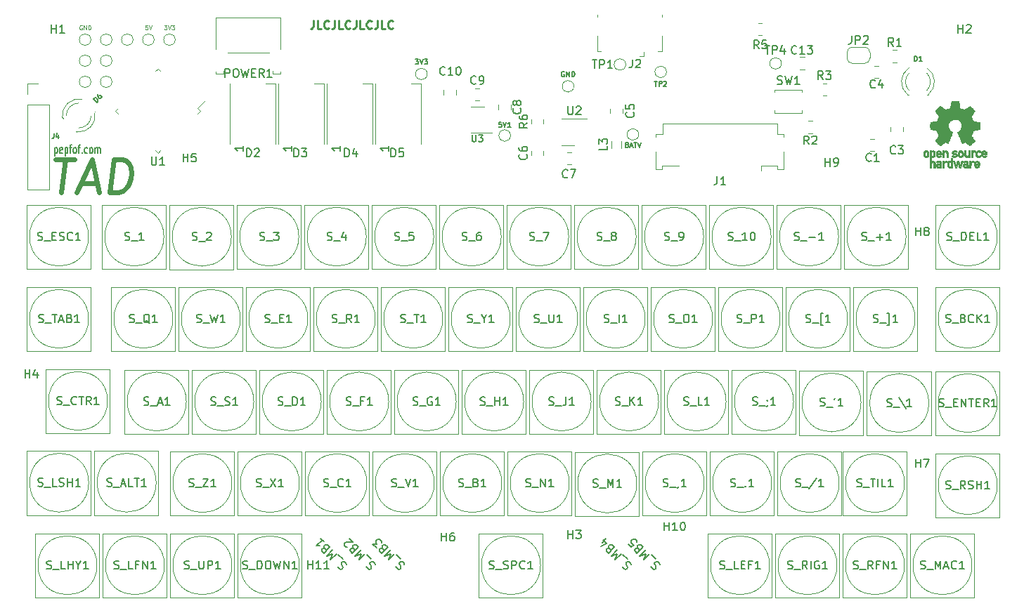
<source format=gbr>
%TF.GenerationSoftware,KiCad,Pcbnew,6.0.0-rc1-unknown-d76c6bc884~144~ubuntu21.10.1*%
%TF.CreationDate,2021-11-30T16:14:45+00:00*%
%TF.ProjectId,tad2_bottom,74616432-5f62-46f7-9474-6f6d2e6b6963,rev?*%
%TF.SameCoordinates,Original*%
%TF.FileFunction,Legend,Top*%
%TF.FilePolarity,Positive*%
%FSLAX46Y46*%
G04 Gerber Fmt 4.6, Leading zero omitted, Abs format (unit mm)*
G04 Created by KiCad (PCBNEW 6.0.0-rc1-unknown-d76c6bc884~144~ubuntu21.10.1) date 2021-11-30 16:14:45*
%MOMM*%
%LPD*%
G01*
G04 APERTURE LIST*
%ADD10C,0.600000*%
%ADD11C,0.250000*%
%ADD12C,0.150000*%
%ADD13C,0.125000*%
%ADD14C,0.120000*%
%ADD15C,0.010000*%
G04 APERTURE END LIST*
D10*
X39116166Y-112524323D02*
X41401880Y-112524323D01*
X39759023Y-116524323D02*
X40259023Y-112524323D01*
X42187595Y-115381466D02*
X44092357Y-115381466D01*
X41663785Y-116524323D02*
X43497119Y-112524323D01*
X44330452Y-116524323D01*
X45663785Y-116524323D02*
X46163785Y-112524323D01*
X47116166Y-112524323D01*
X47663785Y-112714800D01*
X47997119Y-113095752D01*
X48139976Y-113476704D01*
X48235214Y-114238609D01*
X48163785Y-114810038D01*
X47878071Y-115571942D01*
X47639976Y-115952895D01*
X47211404Y-116333847D01*
X46616166Y-116524323D01*
X45663785Y-116524323D01*
D11*
X70183952Y-95769180D02*
X70183952Y-96483466D01*
X70136333Y-96626323D01*
X70041095Y-96721561D01*
X69898238Y-96769180D01*
X69803000Y-96769180D01*
X71136333Y-96769180D02*
X70660142Y-96769180D01*
X70660142Y-95769180D01*
X72041095Y-96673942D02*
X71993476Y-96721561D01*
X71850619Y-96769180D01*
X71755380Y-96769180D01*
X71612523Y-96721561D01*
X71517285Y-96626323D01*
X71469666Y-96531085D01*
X71422047Y-96340609D01*
X71422047Y-96197752D01*
X71469666Y-96007276D01*
X71517285Y-95912038D01*
X71612523Y-95816800D01*
X71755380Y-95769180D01*
X71850619Y-95769180D01*
X71993476Y-95816800D01*
X72041095Y-95864419D01*
X72755380Y-95769180D02*
X72755380Y-96483466D01*
X72707761Y-96626323D01*
X72612523Y-96721561D01*
X72469666Y-96769180D01*
X72374428Y-96769180D01*
X73707761Y-96769180D02*
X73231571Y-96769180D01*
X73231571Y-95769180D01*
X74612523Y-96673942D02*
X74564904Y-96721561D01*
X74422047Y-96769180D01*
X74326809Y-96769180D01*
X74183952Y-96721561D01*
X74088714Y-96626323D01*
X74041095Y-96531085D01*
X73993476Y-96340609D01*
X73993476Y-96197752D01*
X74041095Y-96007276D01*
X74088714Y-95912038D01*
X74183952Y-95816800D01*
X74326809Y-95769180D01*
X74422047Y-95769180D01*
X74564904Y-95816800D01*
X74612523Y-95864419D01*
X75326809Y-95769180D02*
X75326809Y-96483466D01*
X75279190Y-96626323D01*
X75183952Y-96721561D01*
X75041095Y-96769180D01*
X74945857Y-96769180D01*
X76279190Y-96769180D02*
X75803000Y-96769180D01*
X75803000Y-95769180D01*
X77183952Y-96673942D02*
X77136333Y-96721561D01*
X76993476Y-96769180D01*
X76898238Y-96769180D01*
X76755380Y-96721561D01*
X76660142Y-96626323D01*
X76612523Y-96531085D01*
X76564904Y-96340609D01*
X76564904Y-96197752D01*
X76612523Y-96007276D01*
X76660142Y-95912038D01*
X76755380Y-95816800D01*
X76898238Y-95769180D01*
X76993476Y-95769180D01*
X77136333Y-95816800D01*
X77183952Y-95864419D01*
X77898238Y-95769180D02*
X77898238Y-96483466D01*
X77850619Y-96626323D01*
X77755380Y-96721561D01*
X77612523Y-96769180D01*
X77517285Y-96769180D01*
X78850619Y-96769180D02*
X78374428Y-96769180D01*
X78374428Y-95769180D01*
X79755380Y-96673942D02*
X79707761Y-96721561D01*
X79564904Y-96769180D01*
X79469666Y-96769180D01*
X79326809Y-96721561D01*
X79231571Y-96626323D01*
X79183952Y-96531085D01*
X79136333Y-96340609D01*
X79136333Y-96197752D01*
X79183952Y-96007276D01*
X79231571Y-95912038D01*
X79326809Y-95816800D01*
X79469666Y-95769180D01*
X79564904Y-95769180D01*
X79707761Y-95816800D01*
X79755380Y-95864419D01*
D12*
X39018666Y-111120314D02*
X39018666Y-112120314D01*
X39018666Y-111167933D02*
X39085333Y-111120314D01*
X39218666Y-111120314D01*
X39285333Y-111167933D01*
X39318666Y-111215552D01*
X39352000Y-111310790D01*
X39352000Y-111596504D01*
X39318666Y-111691742D01*
X39285333Y-111739361D01*
X39218666Y-111786980D01*
X39085333Y-111786980D01*
X39018666Y-111739361D01*
X39918666Y-111739361D02*
X39852000Y-111786980D01*
X39718666Y-111786980D01*
X39652000Y-111739361D01*
X39618666Y-111644123D01*
X39618666Y-111263171D01*
X39652000Y-111167933D01*
X39718666Y-111120314D01*
X39852000Y-111120314D01*
X39918666Y-111167933D01*
X39952000Y-111263171D01*
X39952000Y-111358409D01*
X39618666Y-111453647D01*
X40252000Y-111120314D02*
X40252000Y-112120314D01*
X40252000Y-111167933D02*
X40318666Y-111120314D01*
X40452000Y-111120314D01*
X40518666Y-111167933D01*
X40552000Y-111215552D01*
X40585333Y-111310790D01*
X40585333Y-111596504D01*
X40552000Y-111691742D01*
X40518666Y-111739361D01*
X40452000Y-111786980D01*
X40318666Y-111786980D01*
X40252000Y-111739361D01*
X40785333Y-111120314D02*
X41052000Y-111120314D01*
X40885333Y-111786980D02*
X40885333Y-110929838D01*
X40918666Y-110834600D01*
X40985333Y-110786980D01*
X41052000Y-110786980D01*
X41385333Y-111786980D02*
X41318666Y-111739361D01*
X41285333Y-111691742D01*
X41252000Y-111596504D01*
X41252000Y-111310790D01*
X41285333Y-111215552D01*
X41318666Y-111167933D01*
X41385333Y-111120314D01*
X41485333Y-111120314D01*
X41552000Y-111167933D01*
X41585333Y-111215552D01*
X41618666Y-111310790D01*
X41618666Y-111596504D01*
X41585333Y-111691742D01*
X41552000Y-111739361D01*
X41485333Y-111786980D01*
X41385333Y-111786980D01*
X41818666Y-111120314D02*
X42085333Y-111120314D01*
X41918666Y-111786980D02*
X41918666Y-110929838D01*
X41952000Y-110834600D01*
X42018666Y-110786980D01*
X42085333Y-110786980D01*
X42318666Y-111691742D02*
X42352000Y-111739361D01*
X42318666Y-111786980D01*
X42285333Y-111739361D01*
X42318666Y-111691742D01*
X42318666Y-111786980D01*
X42952000Y-111739361D02*
X42885333Y-111786980D01*
X42752000Y-111786980D01*
X42685333Y-111739361D01*
X42652000Y-111691742D01*
X42618666Y-111596504D01*
X42618666Y-111310790D01*
X42652000Y-111215552D01*
X42685333Y-111167933D01*
X42752000Y-111120314D01*
X42885333Y-111120314D01*
X42952000Y-111167933D01*
X43352000Y-111786980D02*
X43285333Y-111739361D01*
X43252000Y-111691742D01*
X43218666Y-111596504D01*
X43218666Y-111310790D01*
X43252000Y-111215552D01*
X43285333Y-111167933D01*
X43352000Y-111120314D01*
X43452000Y-111120314D01*
X43518666Y-111167933D01*
X43552000Y-111215552D01*
X43585333Y-111310790D01*
X43585333Y-111596504D01*
X43552000Y-111691742D01*
X43518666Y-111739361D01*
X43452000Y-111786980D01*
X43352000Y-111786980D01*
X43885333Y-111786980D02*
X43885333Y-111120314D01*
X43885333Y-111215552D02*
X43918666Y-111167933D01*
X43985333Y-111120314D01*
X44085333Y-111120314D01*
X44152000Y-111167933D01*
X44185333Y-111263171D01*
X44185333Y-111786980D01*
X44185333Y-111263171D02*
X44218666Y-111167933D01*
X44285333Y-111120314D01*
X44385333Y-111120314D01*
X44452000Y-111167933D01*
X44485333Y-111263171D01*
X44485333Y-111786980D01*
%TO.C,C8*%
X95099142Y-106389466D02*
X95146761Y-106437085D01*
X95194380Y-106579942D01*
X95194380Y-106675180D01*
X95146761Y-106818038D01*
X95051523Y-106913276D01*
X94956285Y-106960895D01*
X94765809Y-107008514D01*
X94622952Y-107008514D01*
X94432476Y-106960895D01*
X94337238Y-106913276D01*
X94242000Y-106818038D01*
X94194380Y-106675180D01*
X94194380Y-106579942D01*
X94242000Y-106437085D01*
X94289619Y-106389466D01*
X94622952Y-105818038D02*
X94575333Y-105913276D01*
X94527714Y-105960895D01*
X94432476Y-106008514D01*
X94384857Y-106008514D01*
X94289619Y-105960895D01*
X94242000Y-105913276D01*
X94194380Y-105818038D01*
X94194380Y-105627561D01*
X94242000Y-105532323D01*
X94289619Y-105484704D01*
X94384857Y-105437085D01*
X94432476Y-105437085D01*
X94527714Y-105484704D01*
X94575333Y-105532323D01*
X94622952Y-105627561D01*
X94622952Y-105818038D01*
X94670571Y-105913276D01*
X94718190Y-105960895D01*
X94813428Y-106008514D01*
X95003904Y-106008514D01*
X95099142Y-105960895D01*
X95146761Y-105913276D01*
X95194380Y-105818038D01*
X95194380Y-105627561D01*
X95146761Y-105532323D01*
X95099142Y-105484704D01*
X95003904Y-105437085D01*
X94813428Y-105437085D01*
X94718190Y-105484704D01*
X94670571Y-105532323D01*
X94622952Y-105627561D01*
%TO.C,S_'1*%
X131207047Y-142240761D02*
X131349904Y-142288380D01*
X131588000Y-142288380D01*
X131683238Y-142240761D01*
X131730857Y-142193142D01*
X131778476Y-142097904D01*
X131778476Y-142002666D01*
X131730857Y-141907428D01*
X131683238Y-141859809D01*
X131588000Y-141812190D01*
X131397523Y-141764571D01*
X131302285Y-141716952D01*
X131254666Y-141669333D01*
X131207047Y-141574095D01*
X131207047Y-141478857D01*
X131254666Y-141383619D01*
X131302285Y-141336000D01*
X131397523Y-141288380D01*
X131635619Y-141288380D01*
X131778476Y-141336000D01*
X131968952Y-142383619D02*
X132730857Y-142383619D01*
X133016571Y-141288380D02*
X132921333Y-141478857D01*
X133968952Y-142288380D02*
X133397523Y-142288380D01*
X133683238Y-142288380D02*
X133683238Y-141288380D01*
X133588000Y-141431238D01*
X133492761Y-141526476D01*
X133397523Y-141574095D01*
%TO.C,S_;1*%
X123079047Y-142136761D02*
X123221904Y-142184380D01*
X123460000Y-142184380D01*
X123555238Y-142136761D01*
X123602857Y-142089142D01*
X123650476Y-141993904D01*
X123650476Y-141898666D01*
X123602857Y-141803428D01*
X123555238Y-141755809D01*
X123460000Y-141708190D01*
X123269523Y-141660571D01*
X123174285Y-141612952D01*
X123126666Y-141565333D01*
X123079047Y-141470095D01*
X123079047Y-141374857D01*
X123126666Y-141279619D01*
X123174285Y-141232000D01*
X123269523Y-141184380D01*
X123507619Y-141184380D01*
X123650476Y-141232000D01*
X123840952Y-142279619D02*
X124602857Y-142279619D01*
X124888571Y-142136761D02*
X124888571Y-142184380D01*
X124840952Y-142279619D01*
X124793333Y-142327238D01*
X124840952Y-141565333D02*
X124888571Y-141612952D01*
X124840952Y-141660571D01*
X124793333Y-141612952D01*
X124840952Y-141565333D01*
X124840952Y-141660571D01*
X125840952Y-142184380D02*
X125269523Y-142184380D01*
X125555238Y-142184380D02*
X125555238Y-141184380D01*
X125460000Y-141327238D01*
X125364761Y-141422476D01*
X125269523Y-141470095D01*
%TO.C,S_ENTER1*%
X145553619Y-142316761D02*
X145696476Y-142364380D01*
X145934571Y-142364380D01*
X146029809Y-142316761D01*
X146077428Y-142269142D01*
X146125047Y-142173904D01*
X146125047Y-142078666D01*
X146077428Y-141983428D01*
X146029809Y-141935809D01*
X145934571Y-141888190D01*
X145744095Y-141840571D01*
X145648857Y-141792952D01*
X145601238Y-141745333D01*
X145553619Y-141650095D01*
X145553619Y-141554857D01*
X145601238Y-141459619D01*
X145648857Y-141412000D01*
X145744095Y-141364380D01*
X145982190Y-141364380D01*
X146125047Y-141412000D01*
X146315523Y-142459619D02*
X147077428Y-142459619D01*
X147315523Y-141840571D02*
X147648857Y-141840571D01*
X147791714Y-142364380D02*
X147315523Y-142364380D01*
X147315523Y-141364380D01*
X147791714Y-141364380D01*
X148220285Y-142364380D02*
X148220285Y-141364380D01*
X148791714Y-142364380D01*
X148791714Y-141364380D01*
X149125047Y-141364380D02*
X149696476Y-141364380D01*
X149410761Y-142364380D02*
X149410761Y-141364380D01*
X150029809Y-141840571D02*
X150363142Y-141840571D01*
X150506000Y-142364380D02*
X150029809Y-142364380D01*
X150029809Y-141364380D01*
X150506000Y-141364380D01*
X151506000Y-142364380D02*
X151172666Y-141888190D01*
X150934571Y-142364380D02*
X150934571Y-141364380D01*
X151315523Y-141364380D01*
X151410761Y-141412000D01*
X151458380Y-141459619D01*
X151506000Y-141554857D01*
X151506000Y-141697714D01*
X151458380Y-141792952D01*
X151410761Y-141840571D01*
X151315523Y-141888190D01*
X150934571Y-141888190D01*
X152458380Y-142364380D02*
X151886952Y-142364380D01*
X152172666Y-142364380D02*
X152172666Y-141364380D01*
X152077428Y-141507238D01*
X151982190Y-141602476D01*
X151886952Y-141650095D01*
%TO.C,J4*%
X38916000Y-109386228D02*
X38916000Y-109814800D01*
X38887428Y-109900514D01*
X38830285Y-109957657D01*
X38744571Y-109986228D01*
X38687428Y-109986228D01*
X39458857Y-109586228D02*
X39458857Y-109986228D01*
X39316000Y-109357657D02*
X39173142Y-109786228D01*
X39544571Y-109786228D01*
%TO.C,*%
%TO.C,D3*%
X67841904Y-112212380D02*
X67841904Y-111212380D01*
X68080000Y-111212380D01*
X68222857Y-111260000D01*
X68318095Y-111355238D01*
X68365714Y-111450476D01*
X68413333Y-111640952D01*
X68413333Y-111783809D01*
X68365714Y-111974285D01*
X68318095Y-112069523D01*
X68222857Y-112164761D01*
X68080000Y-112212380D01*
X67841904Y-112212380D01*
X68746666Y-111212380D02*
X69365714Y-111212380D01*
X69032380Y-111593333D01*
X69175238Y-111593333D01*
X69270476Y-111640952D01*
X69318095Y-111688571D01*
X69365714Y-111783809D01*
X69365714Y-112021904D01*
X69318095Y-112117142D01*
X69270476Y-112164761D01*
X69175238Y-112212380D01*
X68889523Y-112212380D01*
X68794285Y-112164761D01*
X68746666Y-112117142D01*
X67559380Y-110925285D02*
X67559380Y-111496714D01*
X67559380Y-111211000D02*
X66559380Y-111211000D01*
X66702238Y-111306238D01*
X66797476Y-111401476D01*
X66845095Y-111496714D01*
%TO.C,*%
%TO.C,BATV*%
X107961200Y-110751942D02*
X108046914Y-110780514D01*
X108075485Y-110809085D01*
X108104057Y-110866228D01*
X108104057Y-110951942D01*
X108075485Y-111009085D01*
X108046914Y-111037657D01*
X107989771Y-111066228D01*
X107761200Y-111066228D01*
X107761200Y-110466228D01*
X107961200Y-110466228D01*
X108018342Y-110494800D01*
X108046914Y-110523371D01*
X108075485Y-110580514D01*
X108075485Y-110637657D01*
X108046914Y-110694800D01*
X108018342Y-110723371D01*
X107961200Y-110751942D01*
X107761200Y-110751942D01*
X108332628Y-110894800D02*
X108618342Y-110894800D01*
X108275485Y-111066228D02*
X108475485Y-110466228D01*
X108675485Y-111066228D01*
X108789771Y-110466228D02*
X109132628Y-110466228D01*
X108961200Y-111066228D02*
X108961200Y-110466228D01*
X109246914Y-110466228D02*
X109446914Y-111066228D01*
X109646914Y-110466228D01*
%TO.C,S_MAC1*%
X143315142Y-161874761D02*
X143458000Y-161922380D01*
X143696095Y-161922380D01*
X143791333Y-161874761D01*
X143838952Y-161827142D01*
X143886571Y-161731904D01*
X143886571Y-161636666D01*
X143838952Y-161541428D01*
X143791333Y-161493809D01*
X143696095Y-161446190D01*
X143505619Y-161398571D01*
X143410380Y-161350952D01*
X143362761Y-161303333D01*
X143315142Y-161208095D01*
X143315142Y-161112857D01*
X143362761Y-161017619D01*
X143410380Y-160970000D01*
X143505619Y-160922380D01*
X143743714Y-160922380D01*
X143886571Y-160970000D01*
X144077047Y-162017619D02*
X144838952Y-162017619D01*
X145077047Y-161922380D02*
X145077047Y-160922380D01*
X145410380Y-161636666D01*
X145743714Y-160922380D01*
X145743714Y-161922380D01*
X146172285Y-161636666D02*
X146648476Y-161636666D01*
X146077047Y-161922380D02*
X146410380Y-160922380D01*
X146743714Y-161922380D01*
X147648476Y-161827142D02*
X147600857Y-161874761D01*
X147458000Y-161922380D01*
X147362761Y-161922380D01*
X147219904Y-161874761D01*
X147124666Y-161779523D01*
X147077047Y-161684285D01*
X147029428Y-161493809D01*
X147029428Y-161350952D01*
X147077047Y-161160476D01*
X147124666Y-161065238D01*
X147219904Y-160970000D01*
X147362761Y-160922380D01*
X147458000Y-160922380D01*
X147600857Y-160970000D01*
X147648476Y-161017619D01*
X148600857Y-161922380D02*
X148029428Y-161922380D01*
X148315142Y-161922380D02*
X148315142Y-160922380D01*
X148219904Y-161065238D01*
X148124666Y-161160476D01*
X148029428Y-161208095D01*
%TO.C,J1*%
X118818666Y-114577180D02*
X118818666Y-115291466D01*
X118771047Y-115434323D01*
X118675809Y-115529561D01*
X118532952Y-115577180D01*
X118437714Y-115577180D01*
X119818666Y-115577180D02*
X119247238Y-115577180D01*
X119532952Y-115577180D02*
X119532952Y-114577180D01*
X119437714Y-114720038D01*
X119342476Y-114815276D01*
X119247238Y-114862895D01*
%TO.C,S_O1*%
X113049333Y-132156761D02*
X113192190Y-132204380D01*
X113430285Y-132204380D01*
X113525523Y-132156761D01*
X113573142Y-132109142D01*
X113620761Y-132013904D01*
X113620761Y-131918666D01*
X113573142Y-131823428D01*
X113525523Y-131775809D01*
X113430285Y-131728190D01*
X113239809Y-131680571D01*
X113144571Y-131632952D01*
X113096952Y-131585333D01*
X113049333Y-131490095D01*
X113049333Y-131394857D01*
X113096952Y-131299619D01*
X113144571Y-131252000D01*
X113239809Y-131204380D01*
X113477904Y-131204380D01*
X113620761Y-131252000D01*
X113811238Y-132299619D02*
X114573142Y-132299619D01*
X115001714Y-131204380D02*
X115192190Y-131204380D01*
X115287428Y-131252000D01*
X115382666Y-131347238D01*
X115430285Y-131537714D01*
X115430285Y-131871047D01*
X115382666Y-132061523D01*
X115287428Y-132156761D01*
X115192190Y-132204380D01*
X115001714Y-132204380D01*
X114906476Y-132156761D01*
X114811238Y-132061523D01*
X114763619Y-131871047D01*
X114763619Y-131537714D01*
X114811238Y-131347238D01*
X114906476Y-131252000D01*
X115001714Y-131204380D01*
X116382666Y-132204380D02*
X115811238Y-132204380D01*
X116096952Y-132204380D02*
X116096952Y-131204380D01*
X116001714Y-131347238D01*
X115906476Y-131442476D01*
X115811238Y-131490095D01*
%TO.C,S_[1*%
X129495809Y-132156761D02*
X129638666Y-132204380D01*
X129876761Y-132204380D01*
X129972000Y-132156761D01*
X130019619Y-132109142D01*
X130067238Y-132013904D01*
X130067238Y-131918666D01*
X130019619Y-131823428D01*
X129972000Y-131775809D01*
X129876761Y-131728190D01*
X129686285Y-131680571D01*
X129591047Y-131632952D01*
X129543428Y-131585333D01*
X129495809Y-131490095D01*
X129495809Y-131394857D01*
X129543428Y-131299619D01*
X129591047Y-131252000D01*
X129686285Y-131204380D01*
X129924380Y-131204380D01*
X130067238Y-131252000D01*
X130257714Y-132299619D02*
X131019619Y-132299619D01*
X131543428Y-132537714D02*
X131305333Y-132537714D01*
X131305333Y-131109142D01*
X131543428Y-131109142D01*
X132448190Y-132204380D02*
X131876761Y-132204380D01*
X132162476Y-132204380D02*
X132162476Y-131204380D01*
X132067238Y-131347238D01*
X131972000Y-131442476D01*
X131876761Y-131490095D01*
%TO.C,U1*%
X50673095Y-112228380D02*
X50673095Y-113037904D01*
X50720714Y-113133142D01*
X50768333Y-113180761D01*
X50863571Y-113228380D01*
X51054047Y-113228380D01*
X51149285Y-113180761D01*
X51196904Y-113133142D01*
X51244523Y-113037904D01*
X51244523Y-112228380D01*
X52244523Y-113228380D02*
X51673095Y-113228380D01*
X51958809Y-113228380D02*
X51958809Y-112228380D01*
X51863571Y-112371238D01*
X51768333Y-112466476D01*
X51673095Y-112514095D01*
%TO.C,H8*%
X142748095Y-121712380D02*
X142748095Y-120712380D01*
X142748095Y-121188571D02*
X143319523Y-121188571D01*
X143319523Y-121712380D02*
X143319523Y-120712380D01*
X143938571Y-121140952D02*
X143843333Y-121093333D01*
X143795714Y-121045714D01*
X143748095Y-120950476D01*
X143748095Y-120902857D01*
X143795714Y-120807619D01*
X143843333Y-120760000D01*
X143938571Y-120712380D01*
X144129047Y-120712380D01*
X144224285Y-120760000D01*
X144271904Y-120807619D01*
X144319523Y-120902857D01*
X144319523Y-120950476D01*
X144271904Y-121045714D01*
X144224285Y-121093333D01*
X144129047Y-121140952D01*
X143938571Y-121140952D01*
X143843333Y-121188571D01*
X143795714Y-121236190D01*
X143748095Y-121331428D01*
X143748095Y-121521904D01*
X143795714Y-121617142D01*
X143843333Y-121664761D01*
X143938571Y-121712380D01*
X144129047Y-121712380D01*
X144224285Y-121664761D01*
X144271904Y-121617142D01*
X144319523Y-121521904D01*
X144319523Y-121331428D01*
X144271904Y-121236190D01*
X144224285Y-121188571D01*
X144129047Y-121140952D01*
%TO.C,H6*%
X85598095Y-158542380D02*
X85598095Y-157542380D01*
X85598095Y-158018571D02*
X86169523Y-158018571D01*
X86169523Y-158542380D02*
X86169523Y-157542380D01*
X87074285Y-157542380D02*
X86883809Y-157542380D01*
X86788571Y-157590000D01*
X86740952Y-157637619D01*
X86645714Y-157780476D01*
X86598095Y-157970952D01*
X86598095Y-158351904D01*
X86645714Y-158447142D01*
X86693333Y-158494761D01*
X86788571Y-158542380D01*
X86979047Y-158542380D01*
X87074285Y-158494761D01*
X87121904Y-158447142D01*
X87169523Y-158351904D01*
X87169523Y-158113809D01*
X87121904Y-158018571D01*
X87074285Y-157970952D01*
X86979047Y-157923333D01*
X86788571Y-157923333D01*
X86693333Y-157970952D01*
X86645714Y-158018571D01*
X86598095Y-158113809D01*
%TO.C,S_TAB1*%
X37079619Y-132156761D02*
X37222476Y-132204380D01*
X37460571Y-132204380D01*
X37555809Y-132156761D01*
X37603428Y-132109142D01*
X37651047Y-132013904D01*
X37651047Y-131918666D01*
X37603428Y-131823428D01*
X37555809Y-131775809D01*
X37460571Y-131728190D01*
X37270095Y-131680571D01*
X37174857Y-131632952D01*
X37127238Y-131585333D01*
X37079619Y-131490095D01*
X37079619Y-131394857D01*
X37127238Y-131299619D01*
X37174857Y-131252000D01*
X37270095Y-131204380D01*
X37508190Y-131204380D01*
X37651047Y-131252000D01*
X37841523Y-132299619D02*
X38603428Y-132299619D01*
X38698666Y-131204380D02*
X39270095Y-131204380D01*
X38984380Y-132204380D02*
X38984380Y-131204380D01*
X39555809Y-131918666D02*
X40032000Y-131918666D01*
X39460571Y-132204380D02*
X39793904Y-131204380D01*
X40127238Y-132204380D01*
X40793904Y-131680571D02*
X40936761Y-131728190D01*
X40984380Y-131775809D01*
X41032000Y-131871047D01*
X41032000Y-132013904D01*
X40984380Y-132109142D01*
X40936761Y-132156761D01*
X40841523Y-132204380D01*
X40460571Y-132204380D01*
X40460571Y-131204380D01*
X40793904Y-131204380D01*
X40889142Y-131252000D01*
X40936761Y-131299619D01*
X40984380Y-131394857D01*
X40984380Y-131490095D01*
X40936761Y-131585333D01*
X40889142Y-131632952D01*
X40793904Y-131680571D01*
X40460571Y-131680571D01*
X41984380Y-132204380D02*
X41412952Y-132204380D01*
X41698666Y-132204380D02*
X41698666Y-131204380D01*
X41603428Y-131347238D01*
X41508190Y-131442476D01*
X41412952Y-131490095D01*
%TO.C,S_8*%
X104357142Y-122250761D02*
X104500000Y-122298380D01*
X104738095Y-122298380D01*
X104833333Y-122250761D01*
X104880952Y-122203142D01*
X104928571Y-122107904D01*
X104928571Y-122012666D01*
X104880952Y-121917428D01*
X104833333Y-121869809D01*
X104738095Y-121822190D01*
X104547619Y-121774571D01*
X104452380Y-121726952D01*
X104404761Y-121679333D01*
X104357142Y-121584095D01*
X104357142Y-121488857D01*
X104404761Y-121393619D01*
X104452380Y-121346000D01*
X104547619Y-121298380D01*
X104785714Y-121298380D01*
X104928571Y-121346000D01*
X105119047Y-122393619D02*
X105880952Y-122393619D01*
X106261904Y-121726952D02*
X106166666Y-121679333D01*
X106119047Y-121631714D01*
X106071428Y-121536476D01*
X106071428Y-121488857D01*
X106119047Y-121393619D01*
X106166666Y-121346000D01*
X106261904Y-121298380D01*
X106452380Y-121298380D01*
X106547619Y-121346000D01*
X106595238Y-121393619D01*
X106642857Y-121488857D01*
X106642857Y-121536476D01*
X106595238Y-121631714D01*
X106547619Y-121679333D01*
X106452380Y-121726952D01*
X106261904Y-121726952D01*
X106166666Y-121774571D01*
X106119047Y-121822190D01*
X106071428Y-121917428D01*
X106071428Y-122107904D01*
X106119047Y-122203142D01*
X106166666Y-122250761D01*
X106261904Y-122298380D01*
X106452380Y-122298380D01*
X106547619Y-122250761D01*
X106595238Y-122203142D01*
X106642857Y-122107904D01*
X106642857Y-121917428D01*
X106595238Y-121822190D01*
X106547619Y-121774571D01*
X106452380Y-121726952D01*
%TO.C,S_+1*%
X136250095Y-122250761D02*
X136392952Y-122298380D01*
X136631047Y-122298380D01*
X136726285Y-122250761D01*
X136773904Y-122203142D01*
X136821523Y-122107904D01*
X136821523Y-122012666D01*
X136773904Y-121917428D01*
X136726285Y-121869809D01*
X136631047Y-121822190D01*
X136440571Y-121774571D01*
X136345333Y-121726952D01*
X136297714Y-121679333D01*
X136250095Y-121584095D01*
X136250095Y-121488857D01*
X136297714Y-121393619D01*
X136345333Y-121346000D01*
X136440571Y-121298380D01*
X136678666Y-121298380D01*
X136821523Y-121346000D01*
X137012000Y-122393619D02*
X137773904Y-122393619D01*
X138012000Y-121917428D02*
X138773904Y-121917428D01*
X138392952Y-122298380D02*
X138392952Y-121536476D01*
X139773904Y-122298380D02*
X139202476Y-122298380D01*
X139488190Y-122298380D02*
X139488190Y-121298380D01*
X139392952Y-121441238D01*
X139297714Y-121536476D01*
X139202476Y-121584095D01*
%TO.C,S_3*%
X63717142Y-122250761D02*
X63860000Y-122298380D01*
X64098095Y-122298380D01*
X64193333Y-122250761D01*
X64240952Y-122203142D01*
X64288571Y-122107904D01*
X64288571Y-122012666D01*
X64240952Y-121917428D01*
X64193333Y-121869809D01*
X64098095Y-121822190D01*
X63907619Y-121774571D01*
X63812380Y-121726952D01*
X63764761Y-121679333D01*
X63717142Y-121584095D01*
X63717142Y-121488857D01*
X63764761Y-121393619D01*
X63812380Y-121346000D01*
X63907619Y-121298380D01*
X64145714Y-121298380D01*
X64288571Y-121346000D01*
X64479047Y-122393619D02*
X65240952Y-122393619D01*
X65383809Y-121298380D02*
X66002857Y-121298380D01*
X65669523Y-121679333D01*
X65812380Y-121679333D01*
X65907619Y-121726952D01*
X65955238Y-121774571D01*
X66002857Y-121869809D01*
X66002857Y-122107904D01*
X65955238Y-122203142D01*
X65907619Y-122250761D01*
X65812380Y-122298380D01*
X65526666Y-122298380D01*
X65431428Y-122250761D01*
X65383809Y-122203142D01*
%TO.C,S_RSH1*%
X146363142Y-152222761D02*
X146506000Y-152270380D01*
X146744095Y-152270380D01*
X146839333Y-152222761D01*
X146886952Y-152175142D01*
X146934571Y-152079904D01*
X146934571Y-151984666D01*
X146886952Y-151889428D01*
X146839333Y-151841809D01*
X146744095Y-151794190D01*
X146553619Y-151746571D01*
X146458380Y-151698952D01*
X146410761Y-151651333D01*
X146363142Y-151556095D01*
X146363142Y-151460857D01*
X146410761Y-151365619D01*
X146458380Y-151318000D01*
X146553619Y-151270380D01*
X146791714Y-151270380D01*
X146934571Y-151318000D01*
X147125047Y-152365619D02*
X147886952Y-152365619D01*
X148696476Y-152270380D02*
X148363142Y-151794190D01*
X148125047Y-152270380D02*
X148125047Y-151270380D01*
X148506000Y-151270380D01*
X148601238Y-151318000D01*
X148648857Y-151365619D01*
X148696476Y-151460857D01*
X148696476Y-151603714D01*
X148648857Y-151698952D01*
X148601238Y-151746571D01*
X148506000Y-151794190D01*
X148125047Y-151794190D01*
X149077428Y-152222761D02*
X149220285Y-152270380D01*
X149458380Y-152270380D01*
X149553619Y-152222761D01*
X149601238Y-152175142D01*
X149648857Y-152079904D01*
X149648857Y-151984666D01*
X149601238Y-151889428D01*
X149553619Y-151841809D01*
X149458380Y-151794190D01*
X149267904Y-151746571D01*
X149172666Y-151698952D01*
X149125047Y-151651333D01*
X149077428Y-151556095D01*
X149077428Y-151460857D01*
X149125047Y-151365619D01*
X149172666Y-151318000D01*
X149267904Y-151270380D01*
X149506000Y-151270380D01*
X149648857Y-151318000D01*
X150077428Y-152270380D02*
X150077428Y-151270380D01*
X150077428Y-151746571D02*
X150648857Y-151746571D01*
X150648857Y-152270380D02*
X150648857Y-151270380D01*
X151648857Y-152270380D02*
X151077428Y-152270380D01*
X151363142Y-152270380D02*
X151363142Y-151270380D01*
X151267904Y-151413238D01*
X151172666Y-151508476D01*
X151077428Y-151556095D01*
%TO.C,S_X1*%
X63312952Y-151968761D02*
X63455809Y-152016380D01*
X63693904Y-152016380D01*
X63789142Y-151968761D01*
X63836761Y-151921142D01*
X63884380Y-151825904D01*
X63884380Y-151730666D01*
X63836761Y-151635428D01*
X63789142Y-151587809D01*
X63693904Y-151540190D01*
X63503428Y-151492571D01*
X63408190Y-151444952D01*
X63360571Y-151397333D01*
X63312952Y-151302095D01*
X63312952Y-151206857D01*
X63360571Y-151111619D01*
X63408190Y-151064000D01*
X63503428Y-151016380D01*
X63741523Y-151016380D01*
X63884380Y-151064000D01*
X64074857Y-152111619D02*
X64836761Y-152111619D01*
X64979619Y-151016380D02*
X65646285Y-152016380D01*
X65646285Y-151016380D02*
X64979619Y-152016380D01*
X66551047Y-152016380D02*
X65979619Y-152016380D01*
X66265333Y-152016380D02*
X66265333Y-151016380D01*
X66170095Y-151159238D01*
X66074857Y-151254476D01*
X65979619Y-151302095D01*
%TO.C,TP4*%
X124569695Y-98817180D02*
X125141123Y-98817180D01*
X124855409Y-99817180D02*
X124855409Y-98817180D01*
X125474457Y-99817180D02*
X125474457Y-98817180D01*
X125855409Y-98817180D01*
X125950647Y-98864800D01*
X125998266Y-98912419D01*
X126045885Y-99007657D01*
X126045885Y-99150514D01*
X125998266Y-99245752D01*
X125950647Y-99293371D01*
X125855409Y-99340990D01*
X125474457Y-99340990D01*
X126903028Y-99150514D02*
X126903028Y-99817180D01*
X126664933Y-98769561D02*
X126426838Y-99483847D01*
X127045885Y-99483847D01*
%TO.C,*%
%TO.C,S_I1*%
X105207047Y-132156761D02*
X105349904Y-132204380D01*
X105588000Y-132204380D01*
X105683238Y-132156761D01*
X105730857Y-132109142D01*
X105778476Y-132013904D01*
X105778476Y-131918666D01*
X105730857Y-131823428D01*
X105683238Y-131775809D01*
X105588000Y-131728190D01*
X105397523Y-131680571D01*
X105302285Y-131632952D01*
X105254666Y-131585333D01*
X105207047Y-131490095D01*
X105207047Y-131394857D01*
X105254666Y-131299619D01*
X105302285Y-131252000D01*
X105397523Y-131204380D01*
X105635619Y-131204380D01*
X105778476Y-131252000D01*
X105968952Y-132299619D02*
X106730857Y-132299619D01*
X106968952Y-132204380D02*
X106968952Y-131204380D01*
X107968952Y-132204380D02*
X107397523Y-132204380D01*
X107683238Y-132204380D02*
X107683238Y-131204380D01*
X107588000Y-131347238D01*
X107492761Y-131442476D01*
X107397523Y-131490095D01*
%TO.C,S_D1*%
X65921142Y-142136761D02*
X66064000Y-142184380D01*
X66302095Y-142184380D01*
X66397333Y-142136761D01*
X66444952Y-142089142D01*
X66492571Y-141993904D01*
X66492571Y-141898666D01*
X66444952Y-141803428D01*
X66397333Y-141755809D01*
X66302095Y-141708190D01*
X66111619Y-141660571D01*
X66016380Y-141612952D01*
X65968761Y-141565333D01*
X65921142Y-141470095D01*
X65921142Y-141374857D01*
X65968761Y-141279619D01*
X66016380Y-141232000D01*
X66111619Y-141184380D01*
X66349714Y-141184380D01*
X66492571Y-141232000D01*
X66683047Y-142279619D02*
X67444952Y-142279619D01*
X67683047Y-142184380D02*
X67683047Y-141184380D01*
X67921142Y-141184380D01*
X68064000Y-141232000D01*
X68159238Y-141327238D01*
X68206857Y-141422476D01*
X68254476Y-141612952D01*
X68254476Y-141755809D01*
X68206857Y-141946285D01*
X68159238Y-142041523D01*
X68064000Y-142136761D01*
X67921142Y-142184380D01*
X67683047Y-142184380D01*
X69206857Y-142184380D02*
X68635428Y-142184380D01*
X68921142Y-142184380D02*
X68921142Y-141184380D01*
X68825904Y-141327238D01*
X68730666Y-141422476D01*
X68635428Y-141470095D01*
%TO.C,*%
%TO.C,S_CTR1*%
X39294190Y-142062761D02*
X39437047Y-142110380D01*
X39675142Y-142110380D01*
X39770380Y-142062761D01*
X39818000Y-142015142D01*
X39865619Y-141919904D01*
X39865619Y-141824666D01*
X39818000Y-141729428D01*
X39770380Y-141681809D01*
X39675142Y-141634190D01*
X39484666Y-141586571D01*
X39389428Y-141538952D01*
X39341809Y-141491333D01*
X39294190Y-141396095D01*
X39294190Y-141300857D01*
X39341809Y-141205619D01*
X39389428Y-141158000D01*
X39484666Y-141110380D01*
X39722761Y-141110380D01*
X39865619Y-141158000D01*
X40056095Y-142205619D02*
X40818000Y-142205619D01*
X41627523Y-142015142D02*
X41579904Y-142062761D01*
X41437047Y-142110380D01*
X41341809Y-142110380D01*
X41198952Y-142062761D01*
X41103714Y-141967523D01*
X41056095Y-141872285D01*
X41008476Y-141681809D01*
X41008476Y-141538952D01*
X41056095Y-141348476D01*
X41103714Y-141253238D01*
X41198952Y-141158000D01*
X41341809Y-141110380D01*
X41437047Y-141110380D01*
X41579904Y-141158000D01*
X41627523Y-141205619D01*
X41913238Y-141110380D02*
X42484666Y-141110380D01*
X42198952Y-142110380D02*
X42198952Y-141110380D01*
X43389428Y-142110380D02*
X43056095Y-141634190D01*
X42818000Y-142110380D02*
X42818000Y-141110380D01*
X43198952Y-141110380D01*
X43294190Y-141158000D01*
X43341809Y-141205619D01*
X43389428Y-141300857D01*
X43389428Y-141443714D01*
X43341809Y-141538952D01*
X43294190Y-141586571D01*
X43198952Y-141634190D01*
X42818000Y-141634190D01*
X44341809Y-142110380D02*
X43770380Y-142110380D01*
X44056095Y-142110380D02*
X44056095Y-141110380D01*
X43960857Y-141253238D01*
X43865619Y-141348476D01*
X43770380Y-141396095D01*
%TO.C,S_L1*%
X114784380Y-142136761D02*
X114927238Y-142184380D01*
X115165333Y-142184380D01*
X115260571Y-142136761D01*
X115308190Y-142089142D01*
X115355809Y-141993904D01*
X115355809Y-141898666D01*
X115308190Y-141803428D01*
X115260571Y-141755809D01*
X115165333Y-141708190D01*
X114974857Y-141660571D01*
X114879619Y-141612952D01*
X114832000Y-141565333D01*
X114784380Y-141470095D01*
X114784380Y-141374857D01*
X114832000Y-141279619D01*
X114879619Y-141232000D01*
X114974857Y-141184380D01*
X115212952Y-141184380D01*
X115355809Y-141232000D01*
X115546285Y-142279619D02*
X116308190Y-142279619D01*
X117022476Y-142184380D02*
X116546285Y-142184380D01*
X116546285Y-141184380D01*
X117879619Y-142184380D02*
X117308190Y-142184380D01*
X117593904Y-142184380D02*
X117593904Y-141184380D01*
X117498666Y-141327238D01*
X117403428Y-141422476D01*
X117308190Y-141470095D01*
%TO.C,S_J1*%
X98552190Y-142136761D02*
X98695047Y-142184380D01*
X98933142Y-142184380D01*
X99028380Y-142136761D01*
X99076000Y-142089142D01*
X99123619Y-141993904D01*
X99123619Y-141898666D01*
X99076000Y-141803428D01*
X99028380Y-141755809D01*
X98933142Y-141708190D01*
X98742666Y-141660571D01*
X98647428Y-141612952D01*
X98599809Y-141565333D01*
X98552190Y-141470095D01*
X98552190Y-141374857D01*
X98599809Y-141279619D01*
X98647428Y-141232000D01*
X98742666Y-141184380D01*
X98980761Y-141184380D01*
X99123619Y-141232000D01*
X99314095Y-142279619D02*
X100076000Y-142279619D01*
X100599809Y-141184380D02*
X100599809Y-141898666D01*
X100552190Y-142041523D01*
X100456952Y-142136761D01*
X100314095Y-142184380D01*
X100218857Y-142184380D01*
X101599809Y-142184380D02*
X101028380Y-142184380D01*
X101314095Y-142184380D02*
X101314095Y-141184380D01*
X101218857Y-141327238D01*
X101123619Y-141422476D01*
X101028380Y-141470095D01*
%TO.C,*%
%TO.C,S_T1*%
X80680190Y-132156761D02*
X80823047Y-132204380D01*
X81061142Y-132204380D01*
X81156380Y-132156761D01*
X81204000Y-132109142D01*
X81251619Y-132013904D01*
X81251619Y-131918666D01*
X81204000Y-131823428D01*
X81156380Y-131775809D01*
X81061142Y-131728190D01*
X80870666Y-131680571D01*
X80775428Y-131632952D01*
X80727809Y-131585333D01*
X80680190Y-131490095D01*
X80680190Y-131394857D01*
X80727809Y-131299619D01*
X80775428Y-131252000D01*
X80870666Y-131204380D01*
X81108761Y-131204380D01*
X81251619Y-131252000D01*
X81442095Y-132299619D02*
X82204000Y-132299619D01*
X82299238Y-131204380D02*
X82870666Y-131204380D01*
X82584952Y-132204380D02*
X82584952Y-131204380D01*
X83727809Y-132204380D02*
X83156380Y-132204380D01*
X83442095Y-132204380D02*
X83442095Y-131204380D01*
X83346857Y-131347238D01*
X83251619Y-131442476D01*
X83156380Y-131490095D01*
%TO.C,R2*%
X129865333Y-110712180D02*
X129532000Y-110235990D01*
X129293904Y-110712180D02*
X129293904Y-109712180D01*
X129674857Y-109712180D01*
X129770095Y-109759800D01*
X129817714Y-109807419D01*
X129865333Y-109902657D01*
X129865333Y-110045514D01*
X129817714Y-110140752D01*
X129770095Y-110188371D01*
X129674857Y-110235990D01*
X129293904Y-110235990D01*
X130246285Y-109807419D02*
X130293904Y-109759800D01*
X130389142Y-109712180D01*
X130627238Y-109712180D01*
X130722476Y-109759800D01*
X130770095Y-109807419D01*
X130817714Y-109902657D01*
X130817714Y-109997895D01*
X130770095Y-110140752D01*
X130198666Y-110712180D01*
X130817714Y-110712180D01*
%TO.C,S_2*%
X55589142Y-122258761D02*
X55732000Y-122306380D01*
X55970095Y-122306380D01*
X56065333Y-122258761D01*
X56112952Y-122211142D01*
X56160571Y-122115904D01*
X56160571Y-122020666D01*
X56112952Y-121925428D01*
X56065333Y-121877809D01*
X55970095Y-121830190D01*
X55779619Y-121782571D01*
X55684380Y-121734952D01*
X55636761Y-121687333D01*
X55589142Y-121592095D01*
X55589142Y-121496857D01*
X55636761Y-121401619D01*
X55684380Y-121354000D01*
X55779619Y-121306380D01*
X56017714Y-121306380D01*
X56160571Y-121354000D01*
X56351047Y-122401619D02*
X57112952Y-122401619D01*
X57303428Y-121401619D02*
X57351047Y-121354000D01*
X57446285Y-121306380D01*
X57684380Y-121306380D01*
X57779619Y-121354000D01*
X57827238Y-121401619D01*
X57874857Y-121496857D01*
X57874857Y-121592095D01*
X57827238Y-121734952D01*
X57255809Y-122306380D01*
X57874857Y-122306380D01*
%TO.C,*%
%TO.C,S_SPC1*%
X91360952Y-161874761D02*
X91503809Y-161922380D01*
X91741904Y-161922380D01*
X91837142Y-161874761D01*
X91884761Y-161827142D01*
X91932380Y-161731904D01*
X91932380Y-161636666D01*
X91884761Y-161541428D01*
X91837142Y-161493809D01*
X91741904Y-161446190D01*
X91551428Y-161398571D01*
X91456190Y-161350952D01*
X91408571Y-161303333D01*
X91360952Y-161208095D01*
X91360952Y-161112857D01*
X91408571Y-161017619D01*
X91456190Y-160970000D01*
X91551428Y-160922380D01*
X91789523Y-160922380D01*
X91932380Y-160970000D01*
X92122857Y-162017619D02*
X92884761Y-162017619D01*
X93075238Y-161874761D02*
X93218095Y-161922380D01*
X93456190Y-161922380D01*
X93551428Y-161874761D01*
X93599047Y-161827142D01*
X93646666Y-161731904D01*
X93646666Y-161636666D01*
X93599047Y-161541428D01*
X93551428Y-161493809D01*
X93456190Y-161446190D01*
X93265714Y-161398571D01*
X93170476Y-161350952D01*
X93122857Y-161303333D01*
X93075238Y-161208095D01*
X93075238Y-161112857D01*
X93122857Y-161017619D01*
X93170476Y-160970000D01*
X93265714Y-160922380D01*
X93503809Y-160922380D01*
X93646666Y-160970000D01*
X94075238Y-161922380D02*
X94075238Y-160922380D01*
X94456190Y-160922380D01*
X94551428Y-160970000D01*
X94599047Y-161017619D01*
X94646666Y-161112857D01*
X94646666Y-161255714D01*
X94599047Y-161350952D01*
X94551428Y-161398571D01*
X94456190Y-161446190D01*
X94075238Y-161446190D01*
X95646666Y-161827142D02*
X95599047Y-161874761D01*
X95456190Y-161922380D01*
X95360952Y-161922380D01*
X95218095Y-161874761D01*
X95122857Y-161779523D01*
X95075238Y-161684285D01*
X95027619Y-161493809D01*
X95027619Y-161350952D01*
X95075238Y-161160476D01*
X95122857Y-161065238D01*
X95218095Y-160970000D01*
X95360952Y-160922380D01*
X95456190Y-160922380D01*
X95599047Y-160970000D01*
X95646666Y-161017619D01*
X96599047Y-161922380D02*
X96027619Y-161922380D01*
X96313333Y-161922380D02*
X96313333Y-160922380D01*
X96218095Y-161065238D01*
X96122857Y-161160476D01*
X96027619Y-161208095D01*
%TO.C,S_LSH1*%
X37004380Y-151915761D02*
X37147238Y-151963380D01*
X37385333Y-151963380D01*
X37480571Y-151915761D01*
X37528190Y-151868142D01*
X37575809Y-151772904D01*
X37575809Y-151677666D01*
X37528190Y-151582428D01*
X37480571Y-151534809D01*
X37385333Y-151487190D01*
X37194857Y-151439571D01*
X37099619Y-151391952D01*
X37052000Y-151344333D01*
X37004380Y-151249095D01*
X37004380Y-151153857D01*
X37052000Y-151058619D01*
X37099619Y-151011000D01*
X37194857Y-150963380D01*
X37432952Y-150963380D01*
X37575809Y-151011000D01*
X37766285Y-152058619D02*
X38528190Y-152058619D01*
X39242476Y-151963380D02*
X38766285Y-151963380D01*
X38766285Y-150963380D01*
X39528190Y-151915761D02*
X39671047Y-151963380D01*
X39909142Y-151963380D01*
X40004380Y-151915761D01*
X40052000Y-151868142D01*
X40099619Y-151772904D01*
X40099619Y-151677666D01*
X40052000Y-151582428D01*
X40004380Y-151534809D01*
X39909142Y-151487190D01*
X39718666Y-151439571D01*
X39623428Y-151391952D01*
X39575809Y-151344333D01*
X39528190Y-151249095D01*
X39528190Y-151153857D01*
X39575809Y-151058619D01*
X39623428Y-151011000D01*
X39718666Y-150963380D01*
X39956761Y-150963380D01*
X40099619Y-151011000D01*
X40528190Y-151963380D02*
X40528190Y-150963380D01*
X40528190Y-151439571D02*
X41099619Y-151439571D01*
X41099619Y-151963380D02*
X41099619Y-150963380D01*
X42099619Y-151963380D02*
X41528190Y-151963380D01*
X41813904Y-151963380D02*
X41813904Y-150963380D01*
X41718666Y-151106238D01*
X41623428Y-151201476D01*
X41528190Y-151249095D01*
%TO.C,S_RFN1*%
X135234761Y-161874761D02*
X135377619Y-161922380D01*
X135615714Y-161922380D01*
X135710952Y-161874761D01*
X135758571Y-161827142D01*
X135806190Y-161731904D01*
X135806190Y-161636666D01*
X135758571Y-161541428D01*
X135710952Y-161493809D01*
X135615714Y-161446190D01*
X135425238Y-161398571D01*
X135330000Y-161350952D01*
X135282380Y-161303333D01*
X135234761Y-161208095D01*
X135234761Y-161112857D01*
X135282380Y-161017619D01*
X135330000Y-160970000D01*
X135425238Y-160922380D01*
X135663333Y-160922380D01*
X135806190Y-160970000D01*
X135996666Y-162017619D02*
X136758571Y-162017619D01*
X137568095Y-161922380D02*
X137234761Y-161446190D01*
X136996666Y-161922380D02*
X136996666Y-160922380D01*
X137377619Y-160922380D01*
X137472857Y-160970000D01*
X137520476Y-161017619D01*
X137568095Y-161112857D01*
X137568095Y-161255714D01*
X137520476Y-161350952D01*
X137472857Y-161398571D01*
X137377619Y-161446190D01*
X136996666Y-161446190D01*
X138330000Y-161398571D02*
X137996666Y-161398571D01*
X137996666Y-161922380D02*
X137996666Y-160922380D01*
X138472857Y-160922380D01*
X138853809Y-161922380D02*
X138853809Y-160922380D01*
X139425238Y-161922380D01*
X139425238Y-160922380D01*
X140425238Y-161922380D02*
X139853809Y-161922380D01*
X140139523Y-161922380D02*
X140139523Y-160922380D01*
X140044285Y-161065238D01*
X139949047Y-161160476D01*
X139853809Y-161208095D01*
%TO.C,S_\u005C1*%
X139277809Y-142316761D02*
X139420666Y-142364380D01*
X139658761Y-142364380D01*
X139754000Y-142316761D01*
X139801619Y-142269142D01*
X139849238Y-142173904D01*
X139849238Y-142078666D01*
X139801619Y-141983428D01*
X139754000Y-141935809D01*
X139658761Y-141888190D01*
X139468285Y-141840571D01*
X139373047Y-141792952D01*
X139325428Y-141745333D01*
X139277809Y-141650095D01*
X139277809Y-141554857D01*
X139325428Y-141459619D01*
X139373047Y-141412000D01*
X139468285Y-141364380D01*
X139706380Y-141364380D01*
X139849238Y-141412000D01*
X140039714Y-142459619D02*
X140801619Y-142459619D01*
X140706380Y-141269142D02*
X141563523Y-142554857D01*
X142230190Y-142364380D02*
X141658761Y-142364380D01*
X141944476Y-142364380D02*
X141944476Y-141364380D01*
X141849238Y-141507238D01*
X141754000Y-141602476D01*
X141658761Y-141650095D01*
%TO.C,S_1*%
X47461142Y-122250761D02*
X47604000Y-122298380D01*
X47842095Y-122298380D01*
X47937333Y-122250761D01*
X47984952Y-122203142D01*
X48032571Y-122107904D01*
X48032571Y-122012666D01*
X47984952Y-121917428D01*
X47937333Y-121869809D01*
X47842095Y-121822190D01*
X47651619Y-121774571D01*
X47556380Y-121726952D01*
X47508761Y-121679333D01*
X47461142Y-121584095D01*
X47461142Y-121488857D01*
X47508761Y-121393619D01*
X47556380Y-121346000D01*
X47651619Y-121298380D01*
X47889714Y-121298380D01*
X48032571Y-121346000D01*
X48223047Y-122393619D02*
X48984952Y-122393619D01*
X49746857Y-122298380D02*
X49175428Y-122298380D01*
X49461142Y-122298380D02*
X49461142Y-121298380D01*
X49365904Y-121441238D01*
X49270666Y-121536476D01*
X49175428Y-121584095D01*
%TO.C,H11*%
X69526304Y-161894780D02*
X69526304Y-160894780D01*
X69526304Y-161370971D02*
X70097733Y-161370971D01*
X70097733Y-161894780D02*
X70097733Y-160894780D01*
X71097733Y-161894780D02*
X70526304Y-161894780D01*
X70812019Y-161894780D02*
X70812019Y-160894780D01*
X70716780Y-161037638D01*
X70621542Y-161132876D01*
X70526304Y-161180495D01*
X72050114Y-161894780D02*
X71478685Y-161894780D01*
X71764400Y-161894780D02*
X71764400Y-160894780D01*
X71669161Y-161037638D01*
X71573923Y-161132876D01*
X71478685Y-161180495D01*
D13*
%TO.C,3V3*%
X52212952Y-96372990D02*
X52522476Y-96372990D01*
X52355809Y-96563466D01*
X52427238Y-96563466D01*
X52474857Y-96587276D01*
X52498666Y-96611085D01*
X52522476Y-96658704D01*
X52522476Y-96777752D01*
X52498666Y-96825371D01*
X52474857Y-96849180D01*
X52427238Y-96872990D01*
X52284380Y-96872990D01*
X52236761Y-96849180D01*
X52212952Y-96825371D01*
X52665333Y-96372990D02*
X52832000Y-96872990D01*
X52998666Y-96372990D01*
X53117714Y-96372990D02*
X53427238Y-96372990D01*
X53260571Y-96563466D01*
X53332000Y-96563466D01*
X53379619Y-96587276D01*
X53403428Y-96611085D01*
X53427238Y-96658704D01*
X53427238Y-96777752D01*
X53403428Y-96825371D01*
X53379619Y-96849180D01*
X53332000Y-96872990D01*
X53189142Y-96872990D01*
X53141523Y-96849180D01*
X53117714Y-96825371D01*
D12*
%TO.C,U3*%
X89306476Y-109594704D02*
X89306476Y-110242323D01*
X89344571Y-110318514D01*
X89382666Y-110356609D01*
X89458857Y-110394704D01*
X89611238Y-110394704D01*
X89687428Y-110356609D01*
X89725523Y-110318514D01*
X89763619Y-110242323D01*
X89763619Y-109594704D01*
X90068380Y-109594704D02*
X90563619Y-109594704D01*
X90296952Y-109899466D01*
X90411238Y-109899466D01*
X90487428Y-109937561D01*
X90525523Y-109975657D01*
X90563619Y-110051847D01*
X90563619Y-110242323D01*
X90525523Y-110318514D01*
X90487428Y-110356609D01*
X90411238Y-110394704D01*
X90182666Y-110394704D01*
X90106476Y-110356609D01*
X90068380Y-110318514D01*
%TO.C,S_/1*%
X128289333Y-151968761D02*
X128432190Y-152016380D01*
X128670285Y-152016380D01*
X128765523Y-151968761D01*
X128813142Y-151921142D01*
X128860761Y-151825904D01*
X128860761Y-151730666D01*
X128813142Y-151635428D01*
X128765523Y-151587809D01*
X128670285Y-151540190D01*
X128479809Y-151492571D01*
X128384571Y-151444952D01*
X128336952Y-151397333D01*
X128289333Y-151302095D01*
X128289333Y-151206857D01*
X128336952Y-151111619D01*
X128384571Y-151064000D01*
X128479809Y-151016380D01*
X128717904Y-151016380D01*
X128860761Y-151064000D01*
X129051238Y-152111619D02*
X129813142Y-152111619D01*
X130765523Y-150968761D02*
X129908380Y-152254476D01*
X131622666Y-152016380D02*
X131051238Y-152016380D01*
X131336952Y-152016380D02*
X131336952Y-151016380D01*
X131241714Y-151159238D01*
X131146476Y-151254476D01*
X131051238Y-151302095D01*
%TO.C,S_7*%
X96229142Y-122250761D02*
X96372000Y-122298380D01*
X96610095Y-122298380D01*
X96705333Y-122250761D01*
X96752952Y-122203142D01*
X96800571Y-122107904D01*
X96800571Y-122012666D01*
X96752952Y-121917428D01*
X96705333Y-121869809D01*
X96610095Y-121822190D01*
X96419619Y-121774571D01*
X96324380Y-121726952D01*
X96276761Y-121679333D01*
X96229142Y-121584095D01*
X96229142Y-121488857D01*
X96276761Y-121393619D01*
X96324380Y-121346000D01*
X96419619Y-121298380D01*
X96657714Y-121298380D01*
X96800571Y-121346000D01*
X96991047Y-122393619D02*
X97752952Y-122393619D01*
X97895809Y-121298380D02*
X98562476Y-121298380D01*
X98133904Y-122298380D01*
%TO.C,D4*%
X73937904Y-112212380D02*
X73937904Y-111212380D01*
X74176000Y-111212380D01*
X74318857Y-111260000D01*
X74414095Y-111355238D01*
X74461714Y-111450476D01*
X74509333Y-111640952D01*
X74509333Y-111783809D01*
X74461714Y-111974285D01*
X74414095Y-112069523D01*
X74318857Y-112164761D01*
X74176000Y-112212380D01*
X73937904Y-112212380D01*
X75366476Y-111545714D02*
X75366476Y-112212380D01*
X75128380Y-111164761D02*
X74890285Y-111879047D01*
X75509333Y-111879047D01*
X73401380Y-110925285D02*
X73401380Y-111496714D01*
X73401380Y-111211000D02*
X72401380Y-111211000D01*
X72544238Y-111306238D01*
X72639476Y-111401476D01*
X72687095Y-111496714D01*
%TO.C,R5*%
X123833333Y-99182180D02*
X123500000Y-98705990D01*
X123261904Y-99182180D02*
X123261904Y-98182180D01*
X123642857Y-98182180D01*
X123738095Y-98229800D01*
X123785714Y-98277419D01*
X123833333Y-98372657D01*
X123833333Y-98515514D01*
X123785714Y-98610752D01*
X123738095Y-98658371D01*
X123642857Y-98705990D01*
X123261904Y-98705990D01*
X124738095Y-98182180D02*
X124261904Y-98182180D01*
X124214285Y-98658371D01*
X124261904Y-98610752D01*
X124357142Y-98563133D01*
X124595238Y-98563133D01*
X124690476Y-98610752D01*
X124738095Y-98658371D01*
X124785714Y-98753609D01*
X124785714Y-98991704D01*
X124738095Y-99086942D01*
X124690476Y-99134561D01*
X124595238Y-99182180D01*
X124357142Y-99182180D01*
X124261904Y-99134561D01*
X124214285Y-99086942D01*
D13*
%TO.C,GND*%
X42291047Y-96396800D02*
X42243428Y-96372990D01*
X42172000Y-96372990D01*
X42100571Y-96396800D01*
X42052952Y-96444419D01*
X42029142Y-96492038D01*
X42005333Y-96587276D01*
X42005333Y-96658704D01*
X42029142Y-96753942D01*
X42052952Y-96801561D01*
X42100571Y-96849180D01*
X42172000Y-96872990D01*
X42219619Y-96872990D01*
X42291047Y-96849180D01*
X42314857Y-96825371D01*
X42314857Y-96658704D01*
X42219619Y-96658704D01*
X42529142Y-96872990D02*
X42529142Y-96372990D01*
X42814857Y-96872990D01*
X42814857Y-96372990D01*
X43052952Y-96872990D02*
X43052952Y-96372990D01*
X43172000Y-96372990D01*
X43243428Y-96396800D01*
X43291047Y-96444419D01*
X43314857Y-96492038D01*
X43338666Y-96587276D01*
X43338666Y-96658704D01*
X43314857Y-96753942D01*
X43291047Y-96801561D01*
X43243428Y-96849180D01*
X43172000Y-96872990D01*
X43052952Y-96872990D01*
D12*
%TO.C,S_P1*%
X121201142Y-132156761D02*
X121344000Y-132204380D01*
X121582095Y-132204380D01*
X121677333Y-132156761D01*
X121724952Y-132109142D01*
X121772571Y-132013904D01*
X121772571Y-131918666D01*
X121724952Y-131823428D01*
X121677333Y-131775809D01*
X121582095Y-131728190D01*
X121391619Y-131680571D01*
X121296380Y-131632952D01*
X121248761Y-131585333D01*
X121201142Y-131490095D01*
X121201142Y-131394857D01*
X121248761Y-131299619D01*
X121296380Y-131252000D01*
X121391619Y-131204380D01*
X121629714Y-131204380D01*
X121772571Y-131252000D01*
X121963047Y-132299619D02*
X122724952Y-132299619D01*
X122963047Y-132204380D02*
X122963047Y-131204380D01*
X123344000Y-131204380D01*
X123439238Y-131252000D01*
X123486857Y-131299619D01*
X123534476Y-131394857D01*
X123534476Y-131537714D01*
X123486857Y-131632952D01*
X123439238Y-131680571D01*
X123344000Y-131728190D01*
X122963047Y-131728190D01*
X124486857Y-132204380D02*
X123915428Y-132204380D01*
X124201142Y-132204380D02*
X124201142Y-131204380D01*
X124105904Y-131347238D01*
X124010666Y-131442476D01*
X123915428Y-131490095D01*
%TO.C,POWER1*%
X59545885Y-102611180D02*
X59545885Y-101611180D01*
X59926838Y-101611180D01*
X60022076Y-101658800D01*
X60069695Y-101706419D01*
X60117314Y-101801657D01*
X60117314Y-101944514D01*
X60069695Y-102039752D01*
X60022076Y-102087371D01*
X59926838Y-102134990D01*
X59545885Y-102134990D01*
X60736361Y-101611180D02*
X60926838Y-101611180D01*
X61022076Y-101658800D01*
X61117314Y-101754038D01*
X61164933Y-101944514D01*
X61164933Y-102277847D01*
X61117314Y-102468323D01*
X61022076Y-102563561D01*
X60926838Y-102611180D01*
X60736361Y-102611180D01*
X60641123Y-102563561D01*
X60545885Y-102468323D01*
X60498266Y-102277847D01*
X60498266Y-101944514D01*
X60545885Y-101754038D01*
X60641123Y-101658800D01*
X60736361Y-101611180D01*
X61498266Y-101611180D02*
X61736361Y-102611180D01*
X61926838Y-101896895D01*
X62117314Y-102611180D01*
X62355409Y-101611180D01*
X62736361Y-102087371D02*
X63069695Y-102087371D01*
X63212552Y-102611180D02*
X62736361Y-102611180D01*
X62736361Y-101611180D01*
X63212552Y-101611180D01*
X64212552Y-102611180D02*
X63879219Y-102134990D01*
X63641123Y-102611180D02*
X63641123Y-101611180D01*
X64022076Y-101611180D01*
X64117314Y-101658800D01*
X64164933Y-101706419D01*
X64212552Y-101801657D01*
X64212552Y-101944514D01*
X64164933Y-102039752D01*
X64117314Y-102087371D01*
X64022076Y-102134990D01*
X63641123Y-102134990D01*
X65164933Y-102611180D02*
X64593504Y-102611180D01*
X64879219Y-102611180D02*
X64879219Y-101611180D01*
X64783980Y-101754038D01*
X64688742Y-101849276D01*
X64593504Y-101896895D01*
%TO.C,R1*%
X140041333Y-98878380D02*
X139708000Y-98402190D01*
X139469904Y-98878380D02*
X139469904Y-97878380D01*
X139850857Y-97878380D01*
X139946095Y-97926000D01*
X139993714Y-97973619D01*
X140041333Y-98068857D01*
X140041333Y-98211714D01*
X139993714Y-98306952D01*
X139946095Y-98354571D01*
X139850857Y-98402190D01*
X139469904Y-98402190D01*
X140993714Y-98878380D02*
X140422285Y-98878380D01*
X140708000Y-98878380D02*
X140708000Y-97878380D01*
X140612761Y-98021238D01*
X140517523Y-98116476D01*
X140422285Y-98164095D01*
%TO.C,S_-1*%
X128122095Y-122250761D02*
X128264952Y-122298380D01*
X128503047Y-122298380D01*
X128598285Y-122250761D01*
X128645904Y-122203142D01*
X128693523Y-122107904D01*
X128693523Y-122012666D01*
X128645904Y-121917428D01*
X128598285Y-121869809D01*
X128503047Y-121822190D01*
X128312571Y-121774571D01*
X128217333Y-121726952D01*
X128169714Y-121679333D01*
X128122095Y-121584095D01*
X128122095Y-121488857D01*
X128169714Y-121393619D01*
X128217333Y-121346000D01*
X128312571Y-121298380D01*
X128550666Y-121298380D01*
X128693523Y-121346000D01*
X128884000Y-122393619D02*
X129645904Y-122393619D01*
X129884000Y-121917428D02*
X130645904Y-121917428D01*
X131645904Y-122298380D02*
X131074476Y-122298380D01*
X131360190Y-122298380D02*
X131360190Y-121298380D01*
X131264952Y-121441238D01*
X131169714Y-121536476D01*
X131074476Y-121584095D01*
%TO.C,S_]1*%
X137623809Y-132156761D02*
X137766666Y-132204380D01*
X138004761Y-132204380D01*
X138100000Y-132156761D01*
X138147619Y-132109142D01*
X138195238Y-132013904D01*
X138195238Y-131918666D01*
X138147619Y-131823428D01*
X138100000Y-131775809D01*
X138004761Y-131728190D01*
X137814285Y-131680571D01*
X137719047Y-131632952D01*
X137671428Y-131585333D01*
X137623809Y-131490095D01*
X137623809Y-131394857D01*
X137671428Y-131299619D01*
X137719047Y-131252000D01*
X137814285Y-131204380D01*
X138052380Y-131204380D01*
X138195238Y-131252000D01*
X138385714Y-132299619D02*
X139147619Y-132299619D01*
X139290476Y-132537714D02*
X139528571Y-132537714D01*
X139528571Y-131109142D01*
X139290476Y-131109142D01*
X140576190Y-132204380D02*
X140004761Y-132204380D01*
X140290476Y-132204380D02*
X140290476Y-131204380D01*
X140195238Y-131347238D01*
X140100000Y-131442476D01*
X140004761Y-131490095D01*
%TO.C,S_MB2*%
X77598143Y-161389329D02*
X77530799Y-161254642D01*
X77362441Y-161086283D01*
X77261425Y-161052612D01*
X77194082Y-161052612D01*
X77093067Y-161086283D01*
X77025723Y-161153627D01*
X76992051Y-161254642D01*
X76992051Y-161321986D01*
X77025723Y-161423001D01*
X77126738Y-161591360D01*
X77160410Y-161692375D01*
X77160410Y-161759718D01*
X77126738Y-161860734D01*
X77059395Y-161928077D01*
X76958380Y-161961749D01*
X76891036Y-161961749D01*
X76790021Y-161928077D01*
X76621662Y-161759718D01*
X76554319Y-161625031D01*
X77160410Y-160749566D02*
X76621662Y-160210818D01*
X76385960Y-160109803D02*
X75678853Y-160816909D01*
X75948227Y-160076131D01*
X75207448Y-160345505D01*
X75914555Y-159638398D01*
X74971746Y-159436367D02*
X74904403Y-159301680D01*
X74904403Y-159234337D01*
X74938074Y-159133322D01*
X75039090Y-159032306D01*
X75140105Y-158998635D01*
X75207448Y-158998635D01*
X75308464Y-159032306D01*
X75577838Y-159301680D01*
X74870731Y-160008787D01*
X74635029Y-159773085D01*
X74601357Y-159672070D01*
X74601357Y-159604726D01*
X74635029Y-159503711D01*
X74702372Y-159436367D01*
X74803387Y-159402696D01*
X74870731Y-159402696D01*
X74971746Y-159436367D01*
X75207448Y-159672070D01*
X74264639Y-159268009D02*
X74197296Y-159268009D01*
X74096281Y-159234337D01*
X73927922Y-159065978D01*
X73894250Y-158964963D01*
X73894250Y-158897619D01*
X73927922Y-158796604D01*
X73995265Y-158729261D01*
X74129952Y-158661917D01*
X74938074Y-158661917D01*
X74500342Y-158224184D01*
%TO.C,C5*%
X108717142Y-106846666D02*
X108764761Y-106894285D01*
X108812380Y-107037142D01*
X108812380Y-107132380D01*
X108764761Y-107275238D01*
X108669523Y-107370476D01*
X108574285Y-107418095D01*
X108383809Y-107465714D01*
X108240952Y-107465714D01*
X108050476Y-107418095D01*
X107955238Y-107370476D01*
X107860000Y-107275238D01*
X107812380Y-107132380D01*
X107812380Y-107037142D01*
X107860000Y-106894285D01*
X107907619Y-106846666D01*
X107812380Y-105941904D02*
X107812380Y-106418095D01*
X108288571Y-106465714D01*
X108240952Y-106418095D01*
X108193333Y-106322857D01*
X108193333Y-106084761D01*
X108240952Y-105989523D01*
X108288571Y-105941904D01*
X108383809Y-105894285D01*
X108621904Y-105894285D01*
X108717142Y-105941904D01*
X108764761Y-105989523D01*
X108812380Y-106084761D01*
X108812380Y-106322857D01*
X108764761Y-106418095D01*
X108717142Y-106465714D01*
%TO.C,TP1*%
X103767095Y-100544380D02*
X104338523Y-100544380D01*
X104052809Y-101544380D02*
X104052809Y-100544380D01*
X104671857Y-101544380D02*
X104671857Y-100544380D01*
X105052809Y-100544380D01*
X105148047Y-100592000D01*
X105195666Y-100639619D01*
X105243285Y-100734857D01*
X105243285Y-100877714D01*
X105195666Y-100972952D01*
X105148047Y-101020571D01*
X105052809Y-101068190D01*
X104671857Y-101068190D01*
X106195666Y-101544380D02*
X105624238Y-101544380D01*
X105909952Y-101544380D02*
X105909952Y-100544380D01*
X105814714Y-100687238D01*
X105719476Y-100782476D01*
X105624238Y-100830095D01*
%TO.C,H2*%
X147828095Y-97282380D02*
X147828095Y-96282380D01*
X147828095Y-96758571D02*
X148399523Y-96758571D01*
X148399523Y-97282380D02*
X148399523Y-96282380D01*
X148828095Y-96377619D02*
X148875714Y-96330000D01*
X148970952Y-96282380D01*
X149209047Y-96282380D01*
X149304285Y-96330000D01*
X149351904Y-96377619D01*
X149399523Y-96472857D01*
X149399523Y-96568095D01*
X149351904Y-96710952D01*
X148780476Y-97282380D01*
X149399523Y-97282380D01*
%TO.C,S_U1*%
X96793333Y-132156761D02*
X96936190Y-132204380D01*
X97174285Y-132204380D01*
X97269523Y-132156761D01*
X97317142Y-132109142D01*
X97364761Y-132013904D01*
X97364761Y-131918666D01*
X97317142Y-131823428D01*
X97269523Y-131775809D01*
X97174285Y-131728190D01*
X96983809Y-131680571D01*
X96888571Y-131632952D01*
X96840952Y-131585333D01*
X96793333Y-131490095D01*
X96793333Y-131394857D01*
X96840952Y-131299619D01*
X96888571Y-131252000D01*
X96983809Y-131204380D01*
X97221904Y-131204380D01*
X97364761Y-131252000D01*
X97555238Y-132299619D02*
X98317142Y-132299619D01*
X98555238Y-131204380D02*
X98555238Y-132013904D01*
X98602857Y-132109142D01*
X98650476Y-132156761D01*
X98745714Y-132204380D01*
X98936190Y-132204380D01*
X99031428Y-132156761D01*
X99079047Y-132109142D01*
X99126666Y-132013904D01*
X99126666Y-131204380D01*
X100126666Y-132204380D02*
X99555238Y-132204380D01*
X99840952Y-132204380D02*
X99840952Y-131204380D01*
X99745714Y-131347238D01*
X99650476Y-131442476D01*
X99555238Y-131490095D01*
%TO.C,H4*%
X35433095Y-138857380D02*
X35433095Y-137857380D01*
X35433095Y-138333571D02*
X36004523Y-138333571D01*
X36004523Y-138857380D02*
X36004523Y-137857380D01*
X36909285Y-138190714D02*
X36909285Y-138857380D01*
X36671190Y-137809761D02*
X36433095Y-138524047D01*
X37052142Y-138524047D01*
%TO.C,J2*%
X108580519Y-100472234D02*
X108580519Y-101186520D01*
X108532900Y-101329377D01*
X108437662Y-101424615D01*
X108294805Y-101472234D01*
X108199567Y-101472234D01*
X109009091Y-100567473D02*
X109056710Y-100519854D01*
X109151948Y-100472234D01*
X109390043Y-100472234D01*
X109485281Y-100519854D01*
X109532900Y-100567473D01*
X109580519Y-100662711D01*
X109580519Y-100757949D01*
X109532900Y-100900806D01*
X108961472Y-101472234D01*
X109580519Y-101472234D01*
%TO.C,S_RIG1*%
X127321047Y-161874761D02*
X127463904Y-161922380D01*
X127702000Y-161922380D01*
X127797238Y-161874761D01*
X127844857Y-161827142D01*
X127892476Y-161731904D01*
X127892476Y-161636666D01*
X127844857Y-161541428D01*
X127797238Y-161493809D01*
X127702000Y-161446190D01*
X127511523Y-161398571D01*
X127416285Y-161350952D01*
X127368666Y-161303333D01*
X127321047Y-161208095D01*
X127321047Y-161112857D01*
X127368666Y-161017619D01*
X127416285Y-160970000D01*
X127511523Y-160922380D01*
X127749619Y-160922380D01*
X127892476Y-160970000D01*
X128082952Y-162017619D02*
X128844857Y-162017619D01*
X129654380Y-161922380D02*
X129321047Y-161446190D01*
X129082952Y-161922380D02*
X129082952Y-160922380D01*
X129463904Y-160922380D01*
X129559142Y-160970000D01*
X129606761Y-161017619D01*
X129654380Y-161112857D01*
X129654380Y-161255714D01*
X129606761Y-161350952D01*
X129559142Y-161398571D01*
X129463904Y-161446190D01*
X129082952Y-161446190D01*
X130082952Y-161922380D02*
X130082952Y-160922380D01*
X131082952Y-160970000D02*
X130987714Y-160922380D01*
X130844857Y-160922380D01*
X130702000Y-160970000D01*
X130606761Y-161065238D01*
X130559142Y-161160476D01*
X130511523Y-161350952D01*
X130511523Y-161493809D01*
X130559142Y-161684285D01*
X130606761Y-161779523D01*
X130702000Y-161874761D01*
X130844857Y-161922380D01*
X130940095Y-161922380D01*
X131082952Y-161874761D01*
X131130571Y-161827142D01*
X131130571Y-161493809D01*
X130940095Y-161493809D01*
X132082952Y-161922380D02*
X131511523Y-161922380D01*
X131797238Y-161922380D02*
X131797238Y-160922380D01*
X131702000Y-161065238D01*
X131606761Y-161160476D01*
X131511523Y-161208095D01*
%TO.C,S_LHY1*%
X38048000Y-161874761D02*
X38190857Y-161922380D01*
X38428952Y-161922380D01*
X38524190Y-161874761D01*
X38571809Y-161827142D01*
X38619428Y-161731904D01*
X38619428Y-161636666D01*
X38571809Y-161541428D01*
X38524190Y-161493809D01*
X38428952Y-161446190D01*
X38238476Y-161398571D01*
X38143238Y-161350952D01*
X38095619Y-161303333D01*
X38048000Y-161208095D01*
X38048000Y-161112857D01*
X38095619Y-161017619D01*
X38143238Y-160970000D01*
X38238476Y-160922380D01*
X38476571Y-160922380D01*
X38619428Y-160970000D01*
X38809904Y-162017619D02*
X39571809Y-162017619D01*
X40286095Y-161922380D02*
X39809904Y-161922380D01*
X39809904Y-160922380D01*
X40619428Y-161922380D02*
X40619428Y-160922380D01*
X40619428Y-161398571D02*
X41190857Y-161398571D01*
X41190857Y-161922380D02*
X41190857Y-160922380D01*
X41857523Y-161446190D02*
X41857523Y-161922380D01*
X41524190Y-160922380D02*
X41857523Y-161446190D01*
X42190857Y-160922380D01*
X43048000Y-161922380D02*
X42476571Y-161922380D01*
X42762285Y-161922380D02*
X42762285Y-160922380D01*
X42667047Y-161065238D01*
X42571809Y-161160476D01*
X42476571Y-161208095D01*
%TO.C,*%
%TO.C,S_.1*%
X120447047Y-151968761D02*
X120589904Y-152016380D01*
X120828000Y-152016380D01*
X120923238Y-151968761D01*
X120970857Y-151921142D01*
X121018476Y-151825904D01*
X121018476Y-151730666D01*
X120970857Y-151635428D01*
X120923238Y-151587809D01*
X120828000Y-151540190D01*
X120637523Y-151492571D01*
X120542285Y-151444952D01*
X120494666Y-151397333D01*
X120447047Y-151302095D01*
X120447047Y-151206857D01*
X120494666Y-151111619D01*
X120542285Y-151064000D01*
X120637523Y-151016380D01*
X120875619Y-151016380D01*
X121018476Y-151064000D01*
X121208952Y-152111619D02*
X121970857Y-152111619D01*
X122208952Y-151921142D02*
X122256571Y-151968761D01*
X122208952Y-152016380D01*
X122161333Y-151968761D01*
X122208952Y-151921142D01*
X122208952Y-152016380D01*
X123208952Y-152016380D02*
X122637523Y-152016380D01*
X122923238Y-152016380D02*
X122923238Y-151016380D01*
X122828000Y-151159238D01*
X122732761Y-151254476D01*
X122637523Y-151302095D01*
%TO.C,*%
%TO.C,S_MB5*%
X111888143Y-161389329D02*
X111820799Y-161254642D01*
X111652441Y-161086283D01*
X111551425Y-161052612D01*
X111484082Y-161052612D01*
X111383067Y-161086283D01*
X111315723Y-161153627D01*
X111282051Y-161254642D01*
X111282051Y-161321986D01*
X111315723Y-161423001D01*
X111416738Y-161591360D01*
X111450410Y-161692375D01*
X111450410Y-161759718D01*
X111416738Y-161860734D01*
X111349395Y-161928077D01*
X111248380Y-161961749D01*
X111181036Y-161961749D01*
X111080021Y-161928077D01*
X110911662Y-161759718D01*
X110844319Y-161625031D01*
X111450410Y-160749566D02*
X110911662Y-160210818D01*
X110675960Y-160109803D02*
X109968853Y-160816909D01*
X110238227Y-160076131D01*
X109497448Y-160345505D01*
X110204555Y-159638398D01*
X109261746Y-159436367D02*
X109194403Y-159301680D01*
X109194403Y-159234337D01*
X109228074Y-159133322D01*
X109329090Y-159032306D01*
X109430105Y-158998635D01*
X109497448Y-158998635D01*
X109598464Y-159032306D01*
X109867838Y-159301680D01*
X109160731Y-160008787D01*
X108925029Y-159773085D01*
X108891357Y-159672070D01*
X108891357Y-159604726D01*
X108925029Y-159503711D01*
X108992372Y-159436367D01*
X109093387Y-159402696D01*
X109160731Y-159402696D01*
X109261746Y-159436367D01*
X109497448Y-159672070D01*
X108116907Y-158964963D02*
X108453624Y-159301680D01*
X108824013Y-158998635D01*
X108756670Y-158998635D01*
X108655655Y-158964963D01*
X108487296Y-158796604D01*
X108453624Y-158695589D01*
X108453624Y-158628245D01*
X108487296Y-158527230D01*
X108655655Y-158358871D01*
X108756670Y-158325200D01*
X108824013Y-158325200D01*
X108925029Y-158358871D01*
X109093387Y-158527230D01*
X109127059Y-158628245D01*
X109127059Y-158695589D01*
%TO.C,S_4*%
X71845142Y-122250761D02*
X71988000Y-122298380D01*
X72226095Y-122298380D01*
X72321333Y-122250761D01*
X72368952Y-122203142D01*
X72416571Y-122107904D01*
X72416571Y-122012666D01*
X72368952Y-121917428D01*
X72321333Y-121869809D01*
X72226095Y-121822190D01*
X72035619Y-121774571D01*
X71940380Y-121726952D01*
X71892761Y-121679333D01*
X71845142Y-121584095D01*
X71845142Y-121488857D01*
X71892761Y-121393619D01*
X71940380Y-121346000D01*
X72035619Y-121298380D01*
X72273714Y-121298380D01*
X72416571Y-121346000D01*
X72607047Y-122393619D02*
X73368952Y-122393619D01*
X74035619Y-121631714D02*
X74035619Y-122298380D01*
X73797523Y-121250761D02*
X73559428Y-121965047D01*
X74178476Y-121965047D01*
%TO.C,S_C1*%
X71417142Y-151968761D02*
X71560000Y-152016380D01*
X71798095Y-152016380D01*
X71893333Y-151968761D01*
X71940952Y-151921142D01*
X71988571Y-151825904D01*
X71988571Y-151730666D01*
X71940952Y-151635428D01*
X71893333Y-151587809D01*
X71798095Y-151540190D01*
X71607619Y-151492571D01*
X71512380Y-151444952D01*
X71464761Y-151397333D01*
X71417142Y-151302095D01*
X71417142Y-151206857D01*
X71464761Y-151111619D01*
X71512380Y-151064000D01*
X71607619Y-151016380D01*
X71845714Y-151016380D01*
X71988571Y-151064000D01*
X72179047Y-152111619D02*
X72940952Y-152111619D01*
X73750476Y-151921142D02*
X73702857Y-151968761D01*
X73560000Y-152016380D01*
X73464761Y-152016380D01*
X73321904Y-151968761D01*
X73226666Y-151873523D01*
X73179047Y-151778285D01*
X73131428Y-151587809D01*
X73131428Y-151444952D01*
X73179047Y-151254476D01*
X73226666Y-151159238D01*
X73321904Y-151064000D01*
X73464761Y-151016380D01*
X73560000Y-151016380D01*
X73702857Y-151064000D01*
X73750476Y-151111619D01*
X74702857Y-152016380D02*
X74131428Y-152016380D01*
X74417142Y-152016380D02*
X74417142Y-151016380D01*
X74321904Y-151159238D01*
X74226666Y-151254476D01*
X74131428Y-151302095D01*
%TO.C,*%
%TO.C,S_TIL1*%
X135663333Y-151968761D02*
X135806190Y-152016380D01*
X136044285Y-152016380D01*
X136139523Y-151968761D01*
X136187142Y-151921142D01*
X136234761Y-151825904D01*
X136234761Y-151730666D01*
X136187142Y-151635428D01*
X136139523Y-151587809D01*
X136044285Y-151540190D01*
X135853809Y-151492571D01*
X135758571Y-151444952D01*
X135710952Y-151397333D01*
X135663333Y-151302095D01*
X135663333Y-151206857D01*
X135710952Y-151111619D01*
X135758571Y-151064000D01*
X135853809Y-151016380D01*
X136091904Y-151016380D01*
X136234761Y-151064000D01*
X136425238Y-152111619D02*
X137187142Y-152111619D01*
X137282380Y-151016380D02*
X137853809Y-151016380D01*
X137568095Y-152016380D02*
X137568095Y-151016380D01*
X138187142Y-152016380D02*
X138187142Y-151016380D01*
X139139523Y-152016380D02*
X138663333Y-152016380D01*
X138663333Y-151016380D01*
X139996666Y-152016380D02*
X139425238Y-152016380D01*
X139710952Y-152016380D02*
X139710952Y-151016380D01*
X139615714Y-151159238D01*
X139520476Y-151254476D01*
X139425238Y-151302095D01*
D13*
%TO.C,5V*%
X50196761Y-96372990D02*
X49958666Y-96372990D01*
X49934857Y-96611085D01*
X49958666Y-96587276D01*
X50006285Y-96563466D01*
X50125333Y-96563466D01*
X50172952Y-96587276D01*
X50196761Y-96611085D01*
X50220571Y-96658704D01*
X50220571Y-96777752D01*
X50196761Y-96825371D01*
X50172952Y-96849180D01*
X50125333Y-96872990D01*
X50006285Y-96872990D01*
X49958666Y-96849180D01*
X49934857Y-96825371D01*
X50363428Y-96372990D02*
X50530095Y-96872990D01*
X50696761Y-96372990D01*
D12*
%TO.C,S_H1*%
X90281333Y-142136761D02*
X90424190Y-142184380D01*
X90662285Y-142184380D01*
X90757523Y-142136761D01*
X90805142Y-142089142D01*
X90852761Y-141993904D01*
X90852761Y-141898666D01*
X90805142Y-141803428D01*
X90757523Y-141755809D01*
X90662285Y-141708190D01*
X90471809Y-141660571D01*
X90376571Y-141612952D01*
X90328952Y-141565333D01*
X90281333Y-141470095D01*
X90281333Y-141374857D01*
X90328952Y-141279619D01*
X90376571Y-141232000D01*
X90471809Y-141184380D01*
X90709904Y-141184380D01*
X90852761Y-141232000D01*
X91043238Y-142279619D02*
X91805142Y-142279619D01*
X92043238Y-142184380D02*
X92043238Y-141184380D01*
X92043238Y-141660571D02*
X92614666Y-141660571D01*
X92614666Y-142184380D02*
X92614666Y-141184380D01*
X93614666Y-142184380D02*
X93043238Y-142184380D01*
X93328952Y-142184380D02*
X93328952Y-141184380D01*
X93233714Y-141327238D01*
X93138476Y-141422476D01*
X93043238Y-141470095D01*
%TO.C,SW1*%
X126067866Y-103436361D02*
X126210723Y-103483980D01*
X126448819Y-103483980D01*
X126544057Y-103436361D01*
X126591676Y-103388742D01*
X126639295Y-103293504D01*
X126639295Y-103198266D01*
X126591676Y-103103028D01*
X126544057Y-103055409D01*
X126448819Y-103007790D01*
X126258342Y-102960171D01*
X126163104Y-102912552D01*
X126115485Y-102864933D01*
X126067866Y-102769695D01*
X126067866Y-102674457D01*
X126115485Y-102579219D01*
X126163104Y-102531600D01*
X126258342Y-102483980D01*
X126496438Y-102483980D01*
X126639295Y-102531600D01*
X126972628Y-102483980D02*
X127210723Y-103483980D01*
X127401200Y-102769695D01*
X127591676Y-103483980D01*
X127829771Y-102483980D01*
X128734533Y-103483980D02*
X128163104Y-103483980D01*
X128448819Y-103483980D02*
X128448819Y-102483980D01*
X128353580Y-102626838D01*
X128258342Y-102722076D01*
X128163104Y-102769695D01*
%TO.C,D5*%
X79525904Y-112212380D02*
X79525904Y-111212380D01*
X79764000Y-111212380D01*
X79906857Y-111260000D01*
X80002095Y-111355238D01*
X80049714Y-111450476D01*
X80097333Y-111640952D01*
X80097333Y-111783809D01*
X80049714Y-111974285D01*
X80002095Y-112069523D01*
X79906857Y-112164761D01*
X79764000Y-112212380D01*
X79525904Y-112212380D01*
X81002095Y-111212380D02*
X80525904Y-111212380D01*
X80478285Y-111688571D01*
X80525904Y-111640952D01*
X80621142Y-111593333D01*
X80859238Y-111593333D01*
X80954476Y-111640952D01*
X81002095Y-111688571D01*
X81049714Y-111783809D01*
X81049714Y-112021904D01*
X81002095Y-112117142D01*
X80954476Y-112164761D01*
X80859238Y-112212380D01*
X80621142Y-112212380D01*
X80525904Y-112164761D01*
X80478285Y-112117142D01*
X79243380Y-110925285D02*
X79243380Y-111496714D01*
X79243380Y-111211000D02*
X78243380Y-111211000D01*
X78386238Y-111306238D01*
X78481476Y-111401476D01*
X78529095Y-111496714D01*
%TO.C,H7*%
X142748095Y-149652380D02*
X142748095Y-148652380D01*
X142748095Y-149128571D02*
X143319523Y-149128571D01*
X143319523Y-149652380D02*
X143319523Y-148652380D01*
X143700476Y-148652380D02*
X144367142Y-148652380D01*
X143938571Y-149652380D01*
%TO.C,C3*%
X140295333Y-111786942D02*
X140247714Y-111834561D01*
X140104857Y-111882180D01*
X140009619Y-111882180D01*
X139866761Y-111834561D01*
X139771523Y-111739323D01*
X139723904Y-111644085D01*
X139676285Y-111453609D01*
X139676285Y-111310752D01*
X139723904Y-111120276D01*
X139771523Y-111025038D01*
X139866761Y-110929800D01*
X140009619Y-110882180D01*
X140104857Y-110882180D01*
X140247714Y-110929800D01*
X140295333Y-110977419D01*
X140628666Y-110882180D02*
X141247714Y-110882180D01*
X140914380Y-111263133D01*
X141057238Y-111263133D01*
X141152476Y-111310752D01*
X141200095Y-111358371D01*
X141247714Y-111453609D01*
X141247714Y-111691704D01*
X141200095Y-111786942D01*
X141152476Y-111834561D01*
X141057238Y-111882180D01*
X140771523Y-111882180D01*
X140676285Y-111834561D01*
X140628666Y-111786942D01*
%TO.C,TP2*%
X111256857Y-103100428D02*
X111599714Y-103100428D01*
X111428285Y-103700428D02*
X111428285Y-103100428D01*
X111799714Y-103700428D02*
X111799714Y-103100428D01*
X112028285Y-103100428D01*
X112085428Y-103129000D01*
X112114000Y-103157571D01*
X112142571Y-103214714D01*
X112142571Y-103300428D01*
X112114000Y-103357571D01*
X112085428Y-103386142D01*
X112028285Y-103414714D01*
X111799714Y-103414714D01*
X112371142Y-103157571D02*
X112399714Y-103129000D01*
X112456857Y-103100428D01*
X112599714Y-103100428D01*
X112656857Y-103129000D01*
X112685428Y-103157571D01*
X112714000Y-103214714D01*
X112714000Y-103271857D01*
X112685428Y-103357571D01*
X112342571Y-103700428D01*
X112714000Y-103700428D01*
%TO.C,*%
%TO.C,H10*%
X112426904Y-157272380D02*
X112426904Y-156272380D01*
X112426904Y-156748571D02*
X112998333Y-156748571D01*
X112998333Y-157272380D02*
X112998333Y-156272380D01*
X113998333Y-157272380D02*
X113426904Y-157272380D01*
X113712619Y-157272380D02*
X113712619Y-156272380D01*
X113617380Y-156415238D01*
X113522142Y-156510476D01*
X113426904Y-156558095D01*
X114617380Y-156272380D02*
X114712619Y-156272380D01*
X114807857Y-156320000D01*
X114855476Y-156367619D01*
X114903095Y-156462857D01*
X114950714Y-156653333D01*
X114950714Y-156891428D01*
X114903095Y-157081904D01*
X114855476Y-157177142D01*
X114807857Y-157224761D01*
X114712619Y-157272380D01*
X114617380Y-157272380D01*
X114522142Y-157224761D01*
X114474523Y-157177142D01*
X114426904Y-157081904D01*
X114379285Y-156891428D01*
X114379285Y-156653333D01*
X114426904Y-156462857D01*
X114474523Y-156367619D01*
X114522142Y-156320000D01*
X114617380Y-156272380D01*
%TO.C,GND*%
X100394857Y-101966800D02*
X100337714Y-101938228D01*
X100252000Y-101938228D01*
X100166285Y-101966800D01*
X100109142Y-102023942D01*
X100080571Y-102081085D01*
X100052000Y-102195371D01*
X100052000Y-102281085D01*
X100080571Y-102395371D01*
X100109142Y-102452514D01*
X100166285Y-102509657D01*
X100252000Y-102538228D01*
X100309142Y-102538228D01*
X100394857Y-102509657D01*
X100423428Y-102481085D01*
X100423428Y-102281085D01*
X100309142Y-102281085D01*
X100680571Y-102538228D02*
X100680571Y-101938228D01*
X101023428Y-102538228D01*
X101023428Y-101938228D01*
X101309142Y-102538228D02*
X101309142Y-101938228D01*
X101452000Y-101938228D01*
X101537714Y-101966800D01*
X101594857Y-102023942D01*
X101623428Y-102081085D01*
X101652000Y-102195371D01*
X101652000Y-102281085D01*
X101623428Y-102395371D01*
X101594857Y-102452514D01*
X101537714Y-102509657D01*
X101452000Y-102538228D01*
X101309142Y-102538228D01*
%TO.C,D6*%
X44074781Y-105654375D02*
X43650517Y-105230111D01*
X43751532Y-105129095D01*
X43832345Y-105088689D01*
X43913157Y-105088689D01*
X43973766Y-105108892D01*
X44074781Y-105169502D01*
X44135390Y-105230111D01*
X44196000Y-105331126D01*
X44216203Y-105391735D01*
X44216203Y-105472547D01*
X44175796Y-105553360D01*
X44074781Y-105654375D01*
X44256609Y-104624019D02*
X44175796Y-104704831D01*
X44155593Y-104765441D01*
X44155593Y-104805847D01*
X44175796Y-104906862D01*
X44236406Y-105007877D01*
X44398030Y-105169502D01*
X44458639Y-105189705D01*
X44499045Y-105189705D01*
X44559654Y-105169502D01*
X44640467Y-105088689D01*
X44660670Y-105028080D01*
X44660670Y-104987674D01*
X44640467Y-104927065D01*
X44539451Y-104826050D01*
X44478842Y-104805847D01*
X44438436Y-104805847D01*
X44377827Y-104826050D01*
X44297015Y-104906862D01*
X44276812Y-104967471D01*
X44276812Y-105007877D01*
X44297015Y-105068486D01*
%TO.C,S_K1*%
X106561142Y-142136761D02*
X106704000Y-142184380D01*
X106942095Y-142184380D01*
X107037333Y-142136761D01*
X107084952Y-142089142D01*
X107132571Y-141993904D01*
X107132571Y-141898666D01*
X107084952Y-141803428D01*
X107037333Y-141755809D01*
X106942095Y-141708190D01*
X106751619Y-141660571D01*
X106656380Y-141612952D01*
X106608761Y-141565333D01*
X106561142Y-141470095D01*
X106561142Y-141374857D01*
X106608761Y-141279619D01*
X106656380Y-141232000D01*
X106751619Y-141184380D01*
X106989714Y-141184380D01*
X107132571Y-141232000D01*
X107323047Y-142279619D02*
X108084952Y-142279619D01*
X108323047Y-142184380D02*
X108323047Y-141184380D01*
X108894476Y-142184380D02*
X108465904Y-141612952D01*
X108894476Y-141184380D02*
X108323047Y-141755809D01*
X109846857Y-142184380D02*
X109275428Y-142184380D01*
X109561142Y-142184380D02*
X109561142Y-141184380D01*
X109465904Y-141327238D01*
X109370666Y-141422476D01*
X109275428Y-141470095D01*
%TO.C,U2*%
X100838095Y-106132380D02*
X100838095Y-106941904D01*
X100885714Y-107037142D01*
X100933333Y-107084761D01*
X101028571Y-107132380D01*
X101219047Y-107132380D01*
X101314285Y-107084761D01*
X101361904Y-107037142D01*
X101409523Y-106941904D01*
X101409523Y-106132380D01*
X101838095Y-106227619D02*
X101885714Y-106180000D01*
X101980952Y-106132380D01*
X102219047Y-106132380D01*
X102314285Y-106180000D01*
X102361904Y-106227619D01*
X102409523Y-106322857D01*
X102409523Y-106418095D01*
X102361904Y-106560952D01*
X101790476Y-107132380D01*
X102409523Y-107132380D01*
%TO.C,*%
%TO.C,H3*%
X100838095Y-158242380D02*
X100838095Y-157242380D01*
X100838095Y-157718571D02*
X101409523Y-157718571D01*
X101409523Y-158242380D02*
X101409523Y-157242380D01*
X101790476Y-157242380D02*
X102409523Y-157242380D01*
X102076190Y-157623333D01*
X102219047Y-157623333D01*
X102314285Y-157670952D01*
X102361904Y-157718571D01*
X102409523Y-157813809D01*
X102409523Y-158051904D01*
X102361904Y-158147142D01*
X102314285Y-158194761D01*
X102219047Y-158242380D01*
X101933333Y-158242380D01*
X101838095Y-158194761D01*
X101790476Y-158147142D01*
%TO.C,H5*%
X54483095Y-112822380D02*
X54483095Y-111822380D01*
X54483095Y-112298571D02*
X55054523Y-112298571D01*
X55054523Y-112822380D02*
X55054523Y-111822380D01*
X56006904Y-111822380D02*
X55530714Y-111822380D01*
X55483095Y-112298571D01*
X55530714Y-112250952D01*
X55625952Y-112203333D01*
X55864047Y-112203333D01*
X55959285Y-112250952D01*
X56006904Y-112298571D01*
X56054523Y-112393809D01*
X56054523Y-112631904D01*
X56006904Y-112727142D01*
X55959285Y-112774761D01*
X55864047Y-112822380D01*
X55625952Y-112822380D01*
X55530714Y-112774761D01*
X55483095Y-112727142D01*
%TO.C,S_DOWN1*%
X61670095Y-161874761D02*
X61812952Y-161922380D01*
X62051047Y-161922380D01*
X62146285Y-161874761D01*
X62193904Y-161827142D01*
X62241523Y-161731904D01*
X62241523Y-161636666D01*
X62193904Y-161541428D01*
X62146285Y-161493809D01*
X62051047Y-161446190D01*
X61860571Y-161398571D01*
X61765333Y-161350952D01*
X61717714Y-161303333D01*
X61670095Y-161208095D01*
X61670095Y-161112857D01*
X61717714Y-161017619D01*
X61765333Y-160970000D01*
X61860571Y-160922380D01*
X62098666Y-160922380D01*
X62241523Y-160970000D01*
X62432000Y-162017619D02*
X63193904Y-162017619D01*
X63432000Y-161922380D02*
X63432000Y-160922380D01*
X63670095Y-160922380D01*
X63812952Y-160970000D01*
X63908190Y-161065238D01*
X63955809Y-161160476D01*
X64003428Y-161350952D01*
X64003428Y-161493809D01*
X63955809Y-161684285D01*
X63908190Y-161779523D01*
X63812952Y-161874761D01*
X63670095Y-161922380D01*
X63432000Y-161922380D01*
X64622476Y-160922380D02*
X64812952Y-160922380D01*
X64908190Y-160970000D01*
X65003428Y-161065238D01*
X65051047Y-161255714D01*
X65051047Y-161589047D01*
X65003428Y-161779523D01*
X64908190Y-161874761D01*
X64812952Y-161922380D01*
X64622476Y-161922380D01*
X64527238Y-161874761D01*
X64432000Y-161779523D01*
X64384380Y-161589047D01*
X64384380Y-161255714D01*
X64432000Y-161065238D01*
X64527238Y-160970000D01*
X64622476Y-160922380D01*
X65384380Y-160922380D02*
X65622476Y-161922380D01*
X65812952Y-161208095D01*
X66003428Y-161922380D01*
X66241523Y-160922380D01*
X66622476Y-161922380D02*
X66622476Y-160922380D01*
X67193904Y-161922380D01*
X67193904Y-160922380D01*
X68193904Y-161922380D02*
X67622476Y-161922380D01*
X67908190Y-161922380D02*
X67908190Y-160922380D01*
X67812952Y-161065238D01*
X67717714Y-161160476D01*
X67622476Y-161208095D01*
%TO.C,S_A1*%
X49736571Y-142136761D02*
X49879428Y-142184380D01*
X50117523Y-142184380D01*
X50212761Y-142136761D01*
X50260380Y-142089142D01*
X50308000Y-141993904D01*
X50308000Y-141898666D01*
X50260380Y-141803428D01*
X50212761Y-141755809D01*
X50117523Y-141708190D01*
X49927047Y-141660571D01*
X49831809Y-141612952D01*
X49784190Y-141565333D01*
X49736571Y-141470095D01*
X49736571Y-141374857D01*
X49784190Y-141279619D01*
X49831809Y-141232000D01*
X49927047Y-141184380D01*
X50165142Y-141184380D01*
X50308000Y-141232000D01*
X50498476Y-142279619D02*
X51260380Y-142279619D01*
X51450857Y-141898666D02*
X51927047Y-141898666D01*
X51355619Y-142184380D02*
X51688952Y-141184380D01*
X52022285Y-142184380D01*
X52879428Y-142184380D02*
X52308000Y-142184380D01*
X52593714Y-142184380D02*
X52593714Y-141184380D01*
X52498476Y-141327238D01*
X52403238Y-141422476D01*
X52308000Y-141470095D01*
%TO.C,S_BCK1*%
X146363142Y-132156761D02*
X146506000Y-132204380D01*
X146744095Y-132204380D01*
X146839333Y-132156761D01*
X146886952Y-132109142D01*
X146934571Y-132013904D01*
X146934571Y-131918666D01*
X146886952Y-131823428D01*
X146839333Y-131775809D01*
X146744095Y-131728190D01*
X146553619Y-131680571D01*
X146458380Y-131632952D01*
X146410761Y-131585333D01*
X146363142Y-131490095D01*
X146363142Y-131394857D01*
X146410761Y-131299619D01*
X146458380Y-131252000D01*
X146553619Y-131204380D01*
X146791714Y-131204380D01*
X146934571Y-131252000D01*
X147125047Y-132299619D02*
X147886952Y-132299619D01*
X148458380Y-131680571D02*
X148601238Y-131728190D01*
X148648857Y-131775809D01*
X148696476Y-131871047D01*
X148696476Y-132013904D01*
X148648857Y-132109142D01*
X148601238Y-132156761D01*
X148506000Y-132204380D01*
X148125047Y-132204380D01*
X148125047Y-131204380D01*
X148458380Y-131204380D01*
X148553619Y-131252000D01*
X148601238Y-131299619D01*
X148648857Y-131394857D01*
X148648857Y-131490095D01*
X148601238Y-131585333D01*
X148553619Y-131632952D01*
X148458380Y-131680571D01*
X148125047Y-131680571D01*
X149696476Y-132109142D02*
X149648857Y-132156761D01*
X149506000Y-132204380D01*
X149410761Y-132204380D01*
X149267904Y-132156761D01*
X149172666Y-132061523D01*
X149125047Y-131966285D01*
X149077428Y-131775809D01*
X149077428Y-131632952D01*
X149125047Y-131442476D01*
X149172666Y-131347238D01*
X149267904Y-131252000D01*
X149410761Y-131204380D01*
X149506000Y-131204380D01*
X149648857Y-131252000D01*
X149696476Y-131299619D01*
X150125047Y-132204380D02*
X150125047Y-131204380D01*
X150696476Y-132204380D02*
X150267904Y-131632952D01*
X150696476Y-131204380D02*
X150125047Y-131775809D01*
X151648857Y-132204380D02*
X151077428Y-132204380D01*
X151363142Y-132204380D02*
X151363142Y-131204380D01*
X151267904Y-131347238D01*
X151172666Y-131442476D01*
X151077428Y-131490095D01*
%TO.C,S_MB3*%
X81137143Y-161389329D02*
X81069799Y-161254642D01*
X80901441Y-161086283D01*
X80800425Y-161052612D01*
X80733082Y-161052612D01*
X80632067Y-161086283D01*
X80564723Y-161153627D01*
X80531051Y-161254642D01*
X80531051Y-161321986D01*
X80564723Y-161423001D01*
X80665738Y-161591360D01*
X80699410Y-161692375D01*
X80699410Y-161759718D01*
X80665738Y-161860734D01*
X80598395Y-161928077D01*
X80497380Y-161961749D01*
X80430036Y-161961749D01*
X80329021Y-161928077D01*
X80160662Y-161759718D01*
X80093319Y-161625031D01*
X80699410Y-160749566D02*
X80160662Y-160210818D01*
X79924960Y-160109803D02*
X79217853Y-160816909D01*
X79487227Y-160076131D01*
X78746448Y-160345505D01*
X79453555Y-159638398D01*
X78510746Y-159436367D02*
X78443403Y-159301680D01*
X78443403Y-159234337D01*
X78477074Y-159133322D01*
X78578090Y-159032306D01*
X78679105Y-158998635D01*
X78746448Y-158998635D01*
X78847464Y-159032306D01*
X79116838Y-159301680D01*
X78409731Y-160008787D01*
X78174029Y-159773085D01*
X78140357Y-159672070D01*
X78140357Y-159604726D01*
X78174029Y-159503711D01*
X78241372Y-159436367D01*
X78342387Y-159402696D01*
X78409731Y-159402696D01*
X78510746Y-159436367D01*
X78746448Y-159672070D01*
X77769968Y-159369024D02*
X77332235Y-158931291D01*
X77837311Y-158897619D01*
X77736296Y-158796604D01*
X77702624Y-158695589D01*
X77702624Y-158628245D01*
X77736296Y-158527230D01*
X77904655Y-158358871D01*
X78005670Y-158325200D01*
X78073013Y-158325200D01*
X78174029Y-158358871D01*
X78376059Y-158560902D01*
X78409731Y-158661917D01*
X78409731Y-158729261D01*
%TO.C,S_10*%
X120136952Y-122250761D02*
X120279809Y-122298380D01*
X120517904Y-122298380D01*
X120613142Y-122250761D01*
X120660761Y-122203142D01*
X120708380Y-122107904D01*
X120708380Y-122012666D01*
X120660761Y-121917428D01*
X120613142Y-121869809D01*
X120517904Y-121822190D01*
X120327428Y-121774571D01*
X120232190Y-121726952D01*
X120184571Y-121679333D01*
X120136952Y-121584095D01*
X120136952Y-121488857D01*
X120184571Y-121393619D01*
X120232190Y-121346000D01*
X120327428Y-121298380D01*
X120565523Y-121298380D01*
X120708380Y-121346000D01*
X120898857Y-122393619D02*
X121660761Y-122393619D01*
X122422666Y-122298380D02*
X121851238Y-122298380D01*
X122136952Y-122298380D02*
X122136952Y-121298380D01*
X122041714Y-121441238D01*
X121946476Y-121536476D01*
X121851238Y-121584095D01*
X123041714Y-121298380D02*
X123136952Y-121298380D01*
X123232190Y-121346000D01*
X123279809Y-121393619D01*
X123327428Y-121488857D01*
X123375047Y-121679333D01*
X123375047Y-121917428D01*
X123327428Y-122107904D01*
X123279809Y-122203142D01*
X123232190Y-122250761D01*
X123136952Y-122298380D01*
X123041714Y-122298380D01*
X122946476Y-122250761D01*
X122898857Y-122203142D01*
X122851238Y-122107904D01*
X122803619Y-121917428D01*
X122803619Y-121679333D01*
X122851238Y-121488857D01*
X122898857Y-121393619D01*
X122946476Y-121346000D01*
X123041714Y-121298380D01*
%TO.C,S_DEL1*%
X146506000Y-122250761D02*
X146648857Y-122298380D01*
X146886952Y-122298380D01*
X146982190Y-122250761D01*
X147029809Y-122203142D01*
X147077428Y-122107904D01*
X147077428Y-122012666D01*
X147029809Y-121917428D01*
X146982190Y-121869809D01*
X146886952Y-121822190D01*
X146696476Y-121774571D01*
X146601238Y-121726952D01*
X146553619Y-121679333D01*
X146506000Y-121584095D01*
X146506000Y-121488857D01*
X146553619Y-121393619D01*
X146601238Y-121346000D01*
X146696476Y-121298380D01*
X146934571Y-121298380D01*
X147077428Y-121346000D01*
X147267904Y-122393619D02*
X148029809Y-122393619D01*
X148267904Y-122298380D02*
X148267904Y-121298380D01*
X148506000Y-121298380D01*
X148648857Y-121346000D01*
X148744095Y-121441238D01*
X148791714Y-121536476D01*
X148839333Y-121726952D01*
X148839333Y-121869809D01*
X148791714Y-122060285D01*
X148744095Y-122155523D01*
X148648857Y-122250761D01*
X148506000Y-122298380D01*
X148267904Y-122298380D01*
X149267904Y-121774571D02*
X149601238Y-121774571D01*
X149744095Y-122298380D02*
X149267904Y-122298380D01*
X149267904Y-121298380D01*
X149744095Y-121298380D01*
X150648857Y-122298380D02*
X150172666Y-122298380D01*
X150172666Y-121298380D01*
X151506000Y-122298380D02*
X150934571Y-122298380D01*
X151220285Y-122298380D02*
X151220285Y-121298380D01*
X151125047Y-121441238D01*
X151029809Y-121536476D01*
X150934571Y-121584095D01*
%TO.C,S_R1*%
X72433142Y-132156761D02*
X72576000Y-132204380D01*
X72814095Y-132204380D01*
X72909333Y-132156761D01*
X72956952Y-132109142D01*
X73004571Y-132013904D01*
X73004571Y-131918666D01*
X72956952Y-131823428D01*
X72909333Y-131775809D01*
X72814095Y-131728190D01*
X72623619Y-131680571D01*
X72528380Y-131632952D01*
X72480761Y-131585333D01*
X72433142Y-131490095D01*
X72433142Y-131394857D01*
X72480761Y-131299619D01*
X72528380Y-131252000D01*
X72623619Y-131204380D01*
X72861714Y-131204380D01*
X73004571Y-131252000D01*
X73195047Y-132299619D02*
X73956952Y-132299619D01*
X74766476Y-132204380D02*
X74433142Y-131728190D01*
X74195047Y-132204380D02*
X74195047Y-131204380D01*
X74576000Y-131204380D01*
X74671238Y-131252000D01*
X74718857Y-131299619D01*
X74766476Y-131394857D01*
X74766476Y-131537714D01*
X74718857Y-131632952D01*
X74671238Y-131680571D01*
X74576000Y-131728190D01*
X74195047Y-131728190D01*
X75718857Y-132204380D02*
X75147428Y-132204380D01*
X75433142Y-132204380D02*
X75433142Y-131204380D01*
X75337904Y-131347238D01*
X75242666Y-131442476D01*
X75147428Y-131490095D01*
%TO.C,S_B1*%
X87673142Y-151968761D02*
X87816000Y-152016380D01*
X88054095Y-152016380D01*
X88149333Y-151968761D01*
X88196952Y-151921142D01*
X88244571Y-151825904D01*
X88244571Y-151730666D01*
X88196952Y-151635428D01*
X88149333Y-151587809D01*
X88054095Y-151540190D01*
X87863619Y-151492571D01*
X87768380Y-151444952D01*
X87720761Y-151397333D01*
X87673142Y-151302095D01*
X87673142Y-151206857D01*
X87720761Y-151111619D01*
X87768380Y-151064000D01*
X87863619Y-151016380D01*
X88101714Y-151016380D01*
X88244571Y-151064000D01*
X88435047Y-152111619D02*
X89196952Y-152111619D01*
X89768380Y-151492571D02*
X89911238Y-151540190D01*
X89958857Y-151587809D01*
X90006476Y-151683047D01*
X90006476Y-151825904D01*
X89958857Y-151921142D01*
X89911238Y-151968761D01*
X89816000Y-152016380D01*
X89435047Y-152016380D01*
X89435047Y-151016380D01*
X89768380Y-151016380D01*
X89863619Y-151064000D01*
X89911238Y-151111619D01*
X89958857Y-151206857D01*
X89958857Y-151302095D01*
X89911238Y-151397333D01*
X89863619Y-151444952D01*
X89768380Y-151492571D01*
X89435047Y-151492571D01*
X90958857Y-152016380D02*
X90387428Y-152016380D01*
X90673142Y-152016380D02*
X90673142Y-151016380D01*
X90577904Y-151159238D01*
X90482666Y-151254476D01*
X90387428Y-151302095D01*
%TO.C,S_Q1*%
X48025333Y-132156761D02*
X48168190Y-132204380D01*
X48406285Y-132204380D01*
X48501523Y-132156761D01*
X48549142Y-132109142D01*
X48596761Y-132013904D01*
X48596761Y-131918666D01*
X48549142Y-131823428D01*
X48501523Y-131775809D01*
X48406285Y-131728190D01*
X48215809Y-131680571D01*
X48120571Y-131632952D01*
X48072952Y-131585333D01*
X48025333Y-131490095D01*
X48025333Y-131394857D01*
X48072952Y-131299619D01*
X48120571Y-131252000D01*
X48215809Y-131204380D01*
X48453904Y-131204380D01*
X48596761Y-131252000D01*
X48787238Y-132299619D02*
X49549142Y-132299619D01*
X50453904Y-132299619D02*
X50358666Y-132252000D01*
X50263428Y-132156761D01*
X50120571Y-132013904D01*
X50025333Y-131966285D01*
X49930095Y-131966285D01*
X49977714Y-132204380D02*
X49882476Y-132156761D01*
X49787238Y-132061523D01*
X49739619Y-131871047D01*
X49739619Y-131537714D01*
X49787238Y-131347238D01*
X49882476Y-131252000D01*
X49977714Y-131204380D01*
X50168190Y-131204380D01*
X50263428Y-131252000D01*
X50358666Y-131347238D01*
X50406285Y-131537714D01*
X50406285Y-131871047D01*
X50358666Y-132061523D01*
X50263428Y-132156761D01*
X50168190Y-132204380D01*
X49977714Y-132204380D01*
X51358666Y-132204380D02*
X50787238Y-132204380D01*
X51072952Y-132204380D02*
X51072952Y-131204380D01*
X50977714Y-131347238D01*
X50882476Y-131442476D01*
X50787238Y-131490095D01*
%TO.C,S_M1*%
X103857714Y-152017261D02*
X104000571Y-152064880D01*
X104238666Y-152064880D01*
X104333904Y-152017261D01*
X104381523Y-151969642D01*
X104429142Y-151874404D01*
X104429142Y-151779166D01*
X104381523Y-151683928D01*
X104333904Y-151636309D01*
X104238666Y-151588690D01*
X104048190Y-151541071D01*
X103952952Y-151493452D01*
X103905333Y-151445833D01*
X103857714Y-151350595D01*
X103857714Y-151255357D01*
X103905333Y-151160119D01*
X103952952Y-151112500D01*
X104048190Y-151064880D01*
X104286285Y-151064880D01*
X104429142Y-151112500D01*
X104619619Y-152160119D02*
X105381523Y-152160119D01*
X105619619Y-152064880D02*
X105619619Y-151064880D01*
X105952952Y-151779166D01*
X106286285Y-151064880D01*
X106286285Y-152064880D01*
X107286285Y-152064880D02*
X106714857Y-152064880D01*
X107000571Y-152064880D02*
X107000571Y-151064880D01*
X106905333Y-151207738D01*
X106810095Y-151302976D01*
X106714857Y-151350595D01*
%TO.C,JP2*%
X135005866Y-97626780D02*
X135005866Y-98341066D01*
X134958247Y-98483923D01*
X134863009Y-98579161D01*
X134720152Y-98626780D01*
X134624914Y-98626780D01*
X135482057Y-98626780D02*
X135482057Y-97626780D01*
X135863009Y-97626780D01*
X135958247Y-97674400D01*
X136005866Y-97722019D01*
X136053485Y-97817257D01*
X136053485Y-97960114D01*
X136005866Y-98055352D01*
X135958247Y-98102971D01*
X135863009Y-98150590D01*
X135482057Y-98150590D01*
X136434438Y-97722019D02*
X136482057Y-97674400D01*
X136577295Y-97626780D01*
X136815390Y-97626780D01*
X136910628Y-97674400D01*
X136958247Y-97722019D01*
X137005866Y-97817257D01*
X137005866Y-97912495D01*
X136958247Y-98055352D01*
X136386819Y-98626780D01*
X137005866Y-98626780D01*
%TO.C,3V3*%
X82442142Y-100458428D02*
X82813571Y-100458428D01*
X82613571Y-100687000D01*
X82699285Y-100687000D01*
X82756428Y-100715571D01*
X82785000Y-100744142D01*
X82813571Y-100801285D01*
X82813571Y-100944142D01*
X82785000Y-101001285D01*
X82756428Y-101029857D01*
X82699285Y-101058428D01*
X82527857Y-101058428D01*
X82470714Y-101029857D01*
X82442142Y-101001285D01*
X82985000Y-100458428D02*
X83185000Y-101058428D01*
X83385000Y-100458428D01*
X83527857Y-100458428D02*
X83899285Y-100458428D01*
X83699285Y-100687000D01*
X83785000Y-100687000D01*
X83842142Y-100715571D01*
X83870714Y-100744142D01*
X83899285Y-100801285D01*
X83899285Y-100944142D01*
X83870714Y-101001285D01*
X83842142Y-101029857D01*
X83785000Y-101058428D01*
X83613571Y-101058428D01*
X83556428Y-101029857D01*
X83527857Y-101001285D01*
%TO.C,S_MB4*%
X108442143Y-161389329D02*
X108374799Y-161254642D01*
X108206441Y-161086283D01*
X108105425Y-161052612D01*
X108038082Y-161052612D01*
X107937067Y-161086283D01*
X107869723Y-161153627D01*
X107836051Y-161254642D01*
X107836051Y-161321986D01*
X107869723Y-161423001D01*
X107970738Y-161591360D01*
X108004410Y-161692375D01*
X108004410Y-161759718D01*
X107970738Y-161860734D01*
X107903395Y-161928077D01*
X107802380Y-161961749D01*
X107735036Y-161961749D01*
X107634021Y-161928077D01*
X107465662Y-161759718D01*
X107398319Y-161625031D01*
X108004410Y-160749566D02*
X107465662Y-160210818D01*
X107229960Y-160109803D02*
X106522853Y-160816909D01*
X106792227Y-160076131D01*
X106051448Y-160345505D01*
X106758555Y-159638398D01*
X105815746Y-159436367D02*
X105748403Y-159301680D01*
X105748403Y-159234337D01*
X105782074Y-159133322D01*
X105883090Y-159032306D01*
X105984105Y-158998635D01*
X106051448Y-158998635D01*
X106152464Y-159032306D01*
X106421838Y-159301680D01*
X105714731Y-160008787D01*
X105479029Y-159773085D01*
X105445357Y-159672070D01*
X105445357Y-159604726D01*
X105479029Y-159503711D01*
X105546372Y-159436367D01*
X105647387Y-159402696D01*
X105714731Y-159402696D01*
X105815746Y-159436367D01*
X106051448Y-159672070D01*
X104940281Y-158762932D02*
X105411685Y-158291528D01*
X104839265Y-159200665D02*
X105512700Y-158863948D01*
X105074968Y-158426215D01*
%TO.C,S_LEF1*%
X119145428Y-161874761D02*
X119288285Y-161922380D01*
X119526380Y-161922380D01*
X119621619Y-161874761D01*
X119669238Y-161827142D01*
X119716857Y-161731904D01*
X119716857Y-161636666D01*
X119669238Y-161541428D01*
X119621619Y-161493809D01*
X119526380Y-161446190D01*
X119335904Y-161398571D01*
X119240666Y-161350952D01*
X119193047Y-161303333D01*
X119145428Y-161208095D01*
X119145428Y-161112857D01*
X119193047Y-161017619D01*
X119240666Y-160970000D01*
X119335904Y-160922380D01*
X119574000Y-160922380D01*
X119716857Y-160970000D01*
X119907333Y-162017619D02*
X120669238Y-162017619D01*
X121383523Y-161922380D02*
X120907333Y-161922380D01*
X120907333Y-160922380D01*
X121716857Y-161398571D02*
X122050190Y-161398571D01*
X122193047Y-161922380D02*
X121716857Y-161922380D01*
X121716857Y-160922380D01*
X122193047Y-160922380D01*
X122954952Y-161398571D02*
X122621619Y-161398571D01*
X122621619Y-161922380D02*
X122621619Y-160922380D01*
X123097809Y-160922380D01*
X124002571Y-161922380D02*
X123431142Y-161922380D01*
X123716857Y-161922380D02*
X123716857Y-160922380D01*
X123621619Y-161065238D01*
X123526380Y-161160476D01*
X123431142Y-161208095D01*
%TO.C,L3*%
X105582380Y-110910666D02*
X105582380Y-111386857D01*
X104582380Y-111386857D01*
X104582380Y-110672571D02*
X104582380Y-110053523D01*
X104963333Y-110386857D01*
X104963333Y-110244000D01*
X105010952Y-110148761D01*
X105058571Y-110101142D01*
X105153809Y-110053523D01*
X105391904Y-110053523D01*
X105487142Y-110101142D01*
X105534761Y-110148761D01*
X105582380Y-110244000D01*
X105582380Y-110529714D01*
X105534761Y-110624952D01*
X105487142Y-110672571D01*
%TO.C,C1*%
X137374333Y-112689942D02*
X137326714Y-112737561D01*
X137183857Y-112785180D01*
X137088619Y-112785180D01*
X136945761Y-112737561D01*
X136850523Y-112642323D01*
X136802904Y-112547085D01*
X136755285Y-112356609D01*
X136755285Y-112213752D01*
X136802904Y-112023276D01*
X136850523Y-111928038D01*
X136945761Y-111832800D01*
X137088619Y-111785180D01*
X137183857Y-111785180D01*
X137326714Y-111832800D01*
X137374333Y-111880419D01*
X138326714Y-112785180D02*
X137755285Y-112785180D01*
X138041000Y-112785180D02*
X138041000Y-111785180D01*
X137945761Y-111928038D01*
X137850523Y-112023276D01*
X137755285Y-112070895D01*
%TO.C,*%
%TO.C,S_ESC1*%
X36960571Y-122250761D02*
X37103428Y-122298380D01*
X37341523Y-122298380D01*
X37436761Y-122250761D01*
X37484380Y-122203142D01*
X37532000Y-122107904D01*
X37532000Y-122012666D01*
X37484380Y-121917428D01*
X37436761Y-121869809D01*
X37341523Y-121822190D01*
X37151047Y-121774571D01*
X37055809Y-121726952D01*
X37008190Y-121679333D01*
X36960571Y-121584095D01*
X36960571Y-121488857D01*
X37008190Y-121393619D01*
X37055809Y-121346000D01*
X37151047Y-121298380D01*
X37389142Y-121298380D01*
X37532000Y-121346000D01*
X37722476Y-122393619D02*
X38484380Y-122393619D01*
X38722476Y-121774571D02*
X39055809Y-121774571D01*
X39198666Y-122298380D02*
X38722476Y-122298380D01*
X38722476Y-121298380D01*
X39198666Y-121298380D01*
X39579619Y-122250761D02*
X39722476Y-122298380D01*
X39960571Y-122298380D01*
X40055809Y-122250761D01*
X40103428Y-122203142D01*
X40151047Y-122107904D01*
X40151047Y-122012666D01*
X40103428Y-121917428D01*
X40055809Y-121869809D01*
X39960571Y-121822190D01*
X39770095Y-121774571D01*
X39674857Y-121726952D01*
X39627238Y-121679333D01*
X39579619Y-121584095D01*
X39579619Y-121488857D01*
X39627238Y-121393619D01*
X39674857Y-121346000D01*
X39770095Y-121298380D01*
X40008190Y-121298380D01*
X40151047Y-121346000D01*
X41151047Y-122203142D02*
X41103428Y-122250761D01*
X40960571Y-122298380D01*
X40865333Y-122298380D01*
X40722476Y-122250761D01*
X40627238Y-122155523D01*
X40579619Y-122060285D01*
X40532000Y-121869809D01*
X40532000Y-121726952D01*
X40579619Y-121536476D01*
X40627238Y-121441238D01*
X40722476Y-121346000D01*
X40865333Y-121298380D01*
X40960571Y-121298380D01*
X41103428Y-121346000D01*
X41151047Y-121393619D01*
X42103428Y-122298380D02*
X41532000Y-122298380D01*
X41817714Y-122298380D02*
X41817714Y-121298380D01*
X41722476Y-121441238D01*
X41627238Y-121536476D01*
X41532000Y-121584095D01*
%TO.C,S_W1*%
X56105714Y-132156761D02*
X56248571Y-132204380D01*
X56486666Y-132204380D01*
X56581904Y-132156761D01*
X56629523Y-132109142D01*
X56677142Y-132013904D01*
X56677142Y-131918666D01*
X56629523Y-131823428D01*
X56581904Y-131775809D01*
X56486666Y-131728190D01*
X56296190Y-131680571D01*
X56200952Y-131632952D01*
X56153333Y-131585333D01*
X56105714Y-131490095D01*
X56105714Y-131394857D01*
X56153333Y-131299619D01*
X56200952Y-131252000D01*
X56296190Y-131204380D01*
X56534285Y-131204380D01*
X56677142Y-131252000D01*
X56867619Y-132299619D02*
X57629523Y-132299619D01*
X57772380Y-131204380D02*
X58010476Y-132204380D01*
X58200952Y-131490095D01*
X58391428Y-132204380D01*
X58629523Y-131204380D01*
X59534285Y-132204380D02*
X58962857Y-132204380D01*
X59248571Y-132204380D02*
X59248571Y-131204380D01*
X59153333Y-131347238D01*
X59058095Y-131442476D01*
X58962857Y-131490095D01*
%TO.C,D2*%
X62126904Y-112212380D02*
X62126904Y-111212380D01*
X62365000Y-111212380D01*
X62507857Y-111260000D01*
X62603095Y-111355238D01*
X62650714Y-111450476D01*
X62698333Y-111640952D01*
X62698333Y-111783809D01*
X62650714Y-111974285D01*
X62603095Y-112069523D01*
X62507857Y-112164761D01*
X62365000Y-112212380D01*
X62126904Y-112212380D01*
X63079285Y-111307619D02*
X63126904Y-111260000D01*
X63222142Y-111212380D01*
X63460238Y-111212380D01*
X63555476Y-111260000D01*
X63603095Y-111307619D01*
X63650714Y-111402857D01*
X63650714Y-111498095D01*
X63603095Y-111640952D01*
X63031666Y-112212380D01*
X63650714Y-112212380D01*
X61717380Y-110925285D02*
X61717380Y-111496714D01*
X61717380Y-111211000D02*
X60717380Y-111211000D01*
X60860238Y-111306238D01*
X60955476Y-111401476D01*
X61003095Y-111496714D01*
%TO.C,C6*%
X95832142Y-111926666D02*
X95879761Y-111974285D01*
X95927380Y-112117142D01*
X95927380Y-112212380D01*
X95879761Y-112355238D01*
X95784523Y-112450476D01*
X95689285Y-112498095D01*
X95498809Y-112545714D01*
X95355952Y-112545714D01*
X95165476Y-112498095D01*
X95070238Y-112450476D01*
X94975000Y-112355238D01*
X94927380Y-112212380D01*
X94927380Y-112117142D01*
X94975000Y-111974285D01*
X95022619Y-111926666D01*
X94927380Y-111069523D02*
X94927380Y-111260000D01*
X94975000Y-111355238D01*
X95022619Y-111402857D01*
X95165476Y-111498095D01*
X95355952Y-111545714D01*
X95736904Y-111545714D01*
X95832142Y-111498095D01*
X95879761Y-111450476D01*
X95927380Y-111355238D01*
X95927380Y-111164761D01*
X95879761Y-111069523D01*
X95832142Y-111021904D01*
X95736904Y-110974285D01*
X95498809Y-110974285D01*
X95403571Y-111021904D01*
X95355952Y-111069523D01*
X95308333Y-111164761D01*
X95308333Y-111355238D01*
X95355952Y-111450476D01*
X95403571Y-111498095D01*
X95498809Y-111545714D01*
%TO.C,S_V1*%
X79616571Y-151968761D02*
X79759428Y-152016380D01*
X79997523Y-152016380D01*
X80092761Y-151968761D01*
X80140380Y-151921142D01*
X80188000Y-151825904D01*
X80188000Y-151730666D01*
X80140380Y-151635428D01*
X80092761Y-151587809D01*
X79997523Y-151540190D01*
X79807047Y-151492571D01*
X79711809Y-151444952D01*
X79664190Y-151397333D01*
X79616571Y-151302095D01*
X79616571Y-151206857D01*
X79664190Y-151111619D01*
X79711809Y-151064000D01*
X79807047Y-151016380D01*
X80045142Y-151016380D01*
X80188000Y-151064000D01*
X80378476Y-152111619D02*
X81140380Y-152111619D01*
X81235619Y-151016380D02*
X81568952Y-152016380D01*
X81902285Y-151016380D01*
X82759428Y-152016380D02*
X82188000Y-152016380D01*
X82473714Y-152016380D02*
X82473714Y-151016380D01*
X82378476Y-151159238D01*
X82283238Y-151254476D01*
X82188000Y-151302095D01*
%TO.C,C10*%
X86021942Y-102261942D02*
X85974323Y-102309561D01*
X85831466Y-102357180D01*
X85736228Y-102357180D01*
X85593371Y-102309561D01*
X85498133Y-102214323D01*
X85450514Y-102119085D01*
X85402895Y-101928609D01*
X85402895Y-101785752D01*
X85450514Y-101595276D01*
X85498133Y-101500038D01*
X85593371Y-101404800D01*
X85736228Y-101357180D01*
X85831466Y-101357180D01*
X85974323Y-101404800D01*
X86021942Y-101452419D01*
X86974323Y-102357180D02*
X86402895Y-102357180D01*
X86688609Y-102357180D02*
X86688609Y-101357180D01*
X86593371Y-101500038D01*
X86498133Y-101595276D01*
X86402895Y-101642895D01*
X87593371Y-101357180D02*
X87688609Y-101357180D01*
X87783847Y-101404800D01*
X87831466Y-101452419D01*
X87879085Y-101547657D01*
X87926704Y-101738133D01*
X87926704Y-101976228D01*
X87879085Y-102166704D01*
X87831466Y-102261942D01*
X87783847Y-102309561D01*
X87688609Y-102357180D01*
X87593371Y-102357180D01*
X87498133Y-102309561D01*
X87450514Y-102261942D01*
X87402895Y-102166704D01*
X87355276Y-101976228D01*
X87355276Y-101738133D01*
X87402895Y-101547657D01*
X87450514Y-101452419D01*
X87498133Y-101404800D01*
X87593371Y-101357180D01*
%TO.C,*%
%TO.C,D1*%
X142559142Y-100652228D02*
X142559142Y-100052228D01*
X142702000Y-100052228D01*
X142787714Y-100080800D01*
X142844857Y-100137942D01*
X142873428Y-100195085D01*
X142902000Y-100309371D01*
X142902000Y-100395085D01*
X142873428Y-100509371D01*
X142844857Y-100566514D01*
X142787714Y-100623657D01*
X142702000Y-100652228D01*
X142559142Y-100652228D01*
X143473428Y-100652228D02*
X143130571Y-100652228D01*
X143302000Y-100652228D02*
X143302000Y-100052228D01*
X143244857Y-100137942D01*
X143187714Y-100195085D01*
X143130571Y-100223657D01*
%TO.C,C4*%
X137856933Y-103836742D02*
X137809314Y-103884361D01*
X137666457Y-103931980D01*
X137571219Y-103931980D01*
X137428361Y-103884361D01*
X137333123Y-103789123D01*
X137285504Y-103693885D01*
X137237885Y-103503409D01*
X137237885Y-103360552D01*
X137285504Y-103170076D01*
X137333123Y-103074838D01*
X137428361Y-102979600D01*
X137571219Y-102931980D01*
X137666457Y-102931980D01*
X137809314Y-102979600D01*
X137856933Y-103027219D01*
X138714076Y-103265314D02*
X138714076Y-103931980D01*
X138475980Y-102884361D02*
X138237885Y-103598647D01*
X138856933Y-103598647D01*
%TO.C,C13*%
X128389142Y-99721942D02*
X128341523Y-99769561D01*
X128198666Y-99817180D01*
X128103428Y-99817180D01*
X127960571Y-99769561D01*
X127865333Y-99674323D01*
X127817714Y-99579085D01*
X127770095Y-99388609D01*
X127770095Y-99245752D01*
X127817714Y-99055276D01*
X127865333Y-98960038D01*
X127960571Y-98864800D01*
X128103428Y-98817180D01*
X128198666Y-98817180D01*
X128341523Y-98864800D01*
X128389142Y-98912419D01*
X129341523Y-99817180D02*
X128770095Y-99817180D01*
X129055809Y-99817180D02*
X129055809Y-98817180D01*
X128960571Y-98960038D01*
X128865333Y-99055276D01*
X128770095Y-99102895D01*
X129674857Y-98817180D02*
X130293904Y-98817180D01*
X129960571Y-99198133D01*
X130103428Y-99198133D01*
X130198666Y-99245752D01*
X130246285Y-99293371D01*
X130293904Y-99388609D01*
X130293904Y-99626704D01*
X130246285Y-99721942D01*
X130198666Y-99769561D01*
X130103428Y-99817180D01*
X129817714Y-99817180D01*
X129722476Y-99769561D01*
X129674857Y-99721942D01*
%TO.C,S_5*%
X79973142Y-122250761D02*
X80116000Y-122298380D01*
X80354095Y-122298380D01*
X80449333Y-122250761D01*
X80496952Y-122203142D01*
X80544571Y-122107904D01*
X80544571Y-122012666D01*
X80496952Y-121917428D01*
X80449333Y-121869809D01*
X80354095Y-121822190D01*
X80163619Y-121774571D01*
X80068380Y-121726952D01*
X80020761Y-121679333D01*
X79973142Y-121584095D01*
X79973142Y-121488857D01*
X80020761Y-121393619D01*
X80068380Y-121346000D01*
X80163619Y-121298380D01*
X80401714Y-121298380D01*
X80544571Y-121346000D01*
X80735047Y-122393619D02*
X81496952Y-122393619D01*
X82211238Y-121298380D02*
X81735047Y-121298380D01*
X81687428Y-121774571D01*
X81735047Y-121726952D01*
X81830285Y-121679333D01*
X82068380Y-121679333D01*
X82163619Y-121726952D01*
X82211238Y-121774571D01*
X82258857Y-121869809D01*
X82258857Y-122107904D01*
X82211238Y-122203142D01*
X82163619Y-122250761D01*
X82068380Y-122298380D01*
X81830285Y-122298380D01*
X81735047Y-122250761D01*
X81687428Y-122203142D01*
%TO.C,C7*%
X100798333Y-114657142D02*
X100750714Y-114704761D01*
X100607857Y-114752380D01*
X100512619Y-114752380D01*
X100369761Y-114704761D01*
X100274523Y-114609523D01*
X100226904Y-114514285D01*
X100179285Y-114323809D01*
X100179285Y-114180952D01*
X100226904Y-113990476D01*
X100274523Y-113895238D01*
X100369761Y-113800000D01*
X100512619Y-113752380D01*
X100607857Y-113752380D01*
X100750714Y-113800000D01*
X100798333Y-113847619D01*
X101131666Y-113752380D02*
X101798333Y-113752380D01*
X101369761Y-114752380D01*
%TO.C,H9*%
X131841295Y-113367980D02*
X131841295Y-112367980D01*
X131841295Y-112844171D02*
X132412723Y-112844171D01*
X132412723Y-113367980D02*
X132412723Y-112367980D01*
X132936533Y-113367980D02*
X133127009Y-113367980D01*
X133222247Y-113320361D01*
X133269866Y-113272742D01*
X133365104Y-113129885D01*
X133412723Y-112939409D01*
X133412723Y-112558457D01*
X133365104Y-112463219D01*
X133317485Y-112415600D01*
X133222247Y-112367980D01*
X133031771Y-112367980D01*
X132936533Y-112415600D01*
X132888914Y-112463219D01*
X132841295Y-112558457D01*
X132841295Y-112796552D01*
X132888914Y-112891790D01*
X132936533Y-112939409D01*
X133031771Y-112987028D01*
X133222247Y-112987028D01*
X133317485Y-112939409D01*
X133365104Y-112891790D01*
X133412723Y-112796552D01*
%TO.C,R3*%
X131566252Y-102887319D02*
X131232919Y-102411129D01*
X130994823Y-102887319D02*
X130994823Y-101887319D01*
X131375776Y-101887319D01*
X131471014Y-101934939D01*
X131518633Y-101982558D01*
X131566252Y-102077796D01*
X131566252Y-102220653D01*
X131518633Y-102315891D01*
X131471014Y-102363510D01*
X131375776Y-102411129D01*
X130994823Y-102411129D01*
X131899585Y-101887319D02*
X132518633Y-101887319D01*
X132185299Y-102268272D01*
X132328157Y-102268272D01*
X132423395Y-102315891D01*
X132471014Y-102363510D01*
X132518633Y-102458748D01*
X132518633Y-102696843D01*
X132471014Y-102792081D01*
X132423395Y-102839700D01*
X132328157Y-102887319D01*
X132042442Y-102887319D01*
X131947204Y-102839700D01*
X131899585Y-102792081D01*
%TO.C,S_Y1*%
X88760571Y-132156761D02*
X88903428Y-132204380D01*
X89141523Y-132204380D01*
X89236761Y-132156761D01*
X89284380Y-132109142D01*
X89332000Y-132013904D01*
X89332000Y-131918666D01*
X89284380Y-131823428D01*
X89236761Y-131775809D01*
X89141523Y-131728190D01*
X88951047Y-131680571D01*
X88855809Y-131632952D01*
X88808190Y-131585333D01*
X88760571Y-131490095D01*
X88760571Y-131394857D01*
X88808190Y-131299619D01*
X88855809Y-131252000D01*
X88951047Y-131204380D01*
X89189142Y-131204380D01*
X89332000Y-131252000D01*
X89522476Y-132299619D02*
X90284380Y-132299619D01*
X90712952Y-131728190D02*
X90712952Y-132204380D01*
X90379619Y-131204380D02*
X90712952Y-131728190D01*
X91046285Y-131204380D01*
X91903428Y-132204380D02*
X91332000Y-132204380D01*
X91617714Y-132204380D02*
X91617714Y-131204380D01*
X91522476Y-131347238D01*
X91427238Y-131442476D01*
X91332000Y-131490095D01*
%TO.C,S_G1*%
X82177142Y-142136761D02*
X82320000Y-142184380D01*
X82558095Y-142184380D01*
X82653333Y-142136761D01*
X82700952Y-142089142D01*
X82748571Y-141993904D01*
X82748571Y-141898666D01*
X82700952Y-141803428D01*
X82653333Y-141755809D01*
X82558095Y-141708190D01*
X82367619Y-141660571D01*
X82272380Y-141612952D01*
X82224761Y-141565333D01*
X82177142Y-141470095D01*
X82177142Y-141374857D01*
X82224761Y-141279619D01*
X82272380Y-141232000D01*
X82367619Y-141184380D01*
X82605714Y-141184380D01*
X82748571Y-141232000D01*
X82939047Y-142279619D02*
X83700952Y-142279619D01*
X84462857Y-141232000D02*
X84367619Y-141184380D01*
X84224761Y-141184380D01*
X84081904Y-141232000D01*
X83986666Y-141327238D01*
X83939047Y-141422476D01*
X83891428Y-141612952D01*
X83891428Y-141755809D01*
X83939047Y-141946285D01*
X83986666Y-142041523D01*
X84081904Y-142136761D01*
X84224761Y-142184380D01*
X84320000Y-142184380D01*
X84462857Y-142136761D01*
X84510476Y-142089142D01*
X84510476Y-141755809D01*
X84320000Y-141755809D01*
X85462857Y-142184380D02*
X84891428Y-142184380D01*
X85177142Y-142184380D02*
X85177142Y-141184380D01*
X85081904Y-141327238D01*
X84986666Y-141422476D01*
X84891428Y-141470095D01*
%TO.C,S_N1*%
X95777333Y-151968761D02*
X95920190Y-152016380D01*
X96158285Y-152016380D01*
X96253523Y-151968761D01*
X96301142Y-151921142D01*
X96348761Y-151825904D01*
X96348761Y-151730666D01*
X96301142Y-151635428D01*
X96253523Y-151587809D01*
X96158285Y-151540190D01*
X95967809Y-151492571D01*
X95872571Y-151444952D01*
X95824952Y-151397333D01*
X95777333Y-151302095D01*
X95777333Y-151206857D01*
X95824952Y-151111619D01*
X95872571Y-151064000D01*
X95967809Y-151016380D01*
X96205904Y-151016380D01*
X96348761Y-151064000D01*
X96539238Y-152111619D02*
X97301142Y-152111619D01*
X97539238Y-152016380D02*
X97539238Y-151016380D01*
X98110666Y-152016380D01*
X98110666Y-151016380D01*
X99110666Y-152016380D02*
X98539238Y-152016380D01*
X98824952Y-152016380D02*
X98824952Y-151016380D01*
X98729714Y-151159238D01*
X98634476Y-151254476D01*
X98539238Y-151302095D01*
%TO.C,S_MB1*%
X74152143Y-161389329D02*
X74084799Y-161254642D01*
X73916441Y-161086283D01*
X73815425Y-161052612D01*
X73748082Y-161052612D01*
X73647067Y-161086283D01*
X73579723Y-161153627D01*
X73546051Y-161254642D01*
X73546051Y-161321986D01*
X73579723Y-161423001D01*
X73680738Y-161591360D01*
X73714410Y-161692375D01*
X73714410Y-161759718D01*
X73680738Y-161860734D01*
X73613395Y-161928077D01*
X73512380Y-161961749D01*
X73445036Y-161961749D01*
X73344021Y-161928077D01*
X73175662Y-161759718D01*
X73108319Y-161625031D01*
X73714410Y-160749566D02*
X73175662Y-160210818D01*
X72939960Y-160109803D02*
X72232853Y-160816909D01*
X72502227Y-160076131D01*
X71761448Y-160345505D01*
X72468555Y-159638398D01*
X71525746Y-159436367D02*
X71458403Y-159301680D01*
X71458403Y-159234337D01*
X71492074Y-159133322D01*
X71593090Y-159032306D01*
X71694105Y-158998635D01*
X71761448Y-158998635D01*
X71862464Y-159032306D01*
X72131838Y-159301680D01*
X71424731Y-160008787D01*
X71189029Y-159773085D01*
X71155357Y-159672070D01*
X71155357Y-159604726D01*
X71189029Y-159503711D01*
X71256372Y-159436367D01*
X71357387Y-159402696D01*
X71424731Y-159402696D01*
X71525746Y-159436367D01*
X71761448Y-159672070D01*
X71054342Y-158224184D02*
X71458403Y-158628245D01*
X71256372Y-158426215D02*
X70549265Y-159133322D01*
X70717624Y-159099650D01*
X70852311Y-159099650D01*
X70953326Y-159133322D01*
%TO.C,*%
%TO.C,S_9*%
X112485142Y-122250761D02*
X112628000Y-122298380D01*
X112866095Y-122298380D01*
X112961333Y-122250761D01*
X113008952Y-122203142D01*
X113056571Y-122107904D01*
X113056571Y-122012666D01*
X113008952Y-121917428D01*
X112961333Y-121869809D01*
X112866095Y-121822190D01*
X112675619Y-121774571D01*
X112580380Y-121726952D01*
X112532761Y-121679333D01*
X112485142Y-121584095D01*
X112485142Y-121488857D01*
X112532761Y-121393619D01*
X112580380Y-121346000D01*
X112675619Y-121298380D01*
X112913714Y-121298380D01*
X113056571Y-121346000D01*
X113247047Y-122393619D02*
X114008952Y-122393619D01*
X114294666Y-122298380D02*
X114485142Y-122298380D01*
X114580380Y-122250761D01*
X114628000Y-122203142D01*
X114723238Y-122060285D01*
X114770857Y-121869809D01*
X114770857Y-121488857D01*
X114723238Y-121393619D01*
X114675619Y-121346000D01*
X114580380Y-121298380D01*
X114389904Y-121298380D01*
X114294666Y-121346000D01*
X114247047Y-121393619D01*
X114199428Y-121488857D01*
X114199428Y-121726952D01*
X114247047Y-121822190D01*
X114294666Y-121869809D01*
X114389904Y-121917428D01*
X114580380Y-121917428D01*
X114675619Y-121869809D01*
X114723238Y-121822190D01*
X114770857Y-121726952D01*
%TO.C,C9*%
X89749333Y-103375942D02*
X89701714Y-103423561D01*
X89558857Y-103471180D01*
X89463619Y-103471180D01*
X89320761Y-103423561D01*
X89225523Y-103328323D01*
X89177904Y-103233085D01*
X89130285Y-103042609D01*
X89130285Y-102899752D01*
X89177904Y-102709276D01*
X89225523Y-102614038D01*
X89320761Y-102518800D01*
X89463619Y-102471180D01*
X89558857Y-102471180D01*
X89701714Y-102518800D01*
X89749333Y-102566419D01*
X90225523Y-103471180D02*
X90416000Y-103471180D01*
X90511238Y-103423561D01*
X90558857Y-103375942D01*
X90654095Y-103233085D01*
X90701714Y-103042609D01*
X90701714Y-102661657D01*
X90654095Y-102566419D01*
X90606476Y-102518800D01*
X90511238Y-102471180D01*
X90320761Y-102471180D01*
X90225523Y-102518800D01*
X90177904Y-102566419D01*
X90130285Y-102661657D01*
X90130285Y-102899752D01*
X90177904Y-102994990D01*
X90225523Y-103042609D01*
X90320761Y-103090228D01*
X90511238Y-103090228D01*
X90606476Y-103042609D01*
X90654095Y-102994990D01*
X90701714Y-102899752D01*
%TO.C,*%
%TO.C,S_ALT1*%
X45322857Y-151915761D02*
X45465714Y-151963380D01*
X45703809Y-151963380D01*
X45799047Y-151915761D01*
X45846666Y-151868142D01*
X45894285Y-151772904D01*
X45894285Y-151677666D01*
X45846666Y-151582428D01*
X45799047Y-151534809D01*
X45703809Y-151487190D01*
X45513333Y-151439571D01*
X45418095Y-151391952D01*
X45370476Y-151344333D01*
X45322857Y-151249095D01*
X45322857Y-151153857D01*
X45370476Y-151058619D01*
X45418095Y-151011000D01*
X45513333Y-150963380D01*
X45751428Y-150963380D01*
X45894285Y-151011000D01*
X46084761Y-152058619D02*
X46846666Y-152058619D01*
X47037142Y-151677666D02*
X47513333Y-151677666D01*
X46941904Y-151963380D02*
X47275238Y-150963380D01*
X47608571Y-151963380D01*
X48418095Y-151963380D02*
X47941904Y-151963380D01*
X47941904Y-150963380D01*
X48608571Y-150963380D02*
X49180000Y-150963380D01*
X48894285Y-151963380D02*
X48894285Y-150963380D01*
X50037142Y-151963380D02*
X49465714Y-151963380D01*
X49751428Y-151963380D02*
X49751428Y-150963380D01*
X49656190Y-151106238D01*
X49560952Y-151201476D01*
X49465714Y-151249095D01*
%TO.C,H1*%
X38608095Y-97282380D02*
X38608095Y-96282380D01*
X38608095Y-96758571D02*
X39179523Y-96758571D01*
X39179523Y-97282380D02*
X39179523Y-96282380D01*
X40179523Y-97282380D02*
X39608095Y-97282380D01*
X39893809Y-97282380D02*
X39893809Y-96282380D01*
X39798571Y-96425238D01*
X39703333Y-96520476D01*
X39608095Y-96568095D01*
%TO.C,S_6*%
X88101142Y-122250761D02*
X88244000Y-122298380D01*
X88482095Y-122298380D01*
X88577333Y-122250761D01*
X88624952Y-122203142D01*
X88672571Y-122107904D01*
X88672571Y-122012666D01*
X88624952Y-121917428D01*
X88577333Y-121869809D01*
X88482095Y-121822190D01*
X88291619Y-121774571D01*
X88196380Y-121726952D01*
X88148761Y-121679333D01*
X88101142Y-121584095D01*
X88101142Y-121488857D01*
X88148761Y-121393619D01*
X88196380Y-121346000D01*
X88291619Y-121298380D01*
X88529714Y-121298380D01*
X88672571Y-121346000D01*
X88863047Y-122393619D02*
X89624952Y-122393619D01*
X90291619Y-121298380D02*
X90101142Y-121298380D01*
X90005904Y-121346000D01*
X89958285Y-121393619D01*
X89863047Y-121536476D01*
X89815428Y-121726952D01*
X89815428Y-122107904D01*
X89863047Y-122203142D01*
X89910666Y-122250761D01*
X90005904Y-122298380D01*
X90196380Y-122298380D01*
X90291619Y-122250761D01*
X90339238Y-122203142D01*
X90386857Y-122107904D01*
X90386857Y-121869809D01*
X90339238Y-121774571D01*
X90291619Y-121726952D01*
X90196380Y-121679333D01*
X90005904Y-121679333D01*
X89910666Y-121726952D01*
X89863047Y-121774571D01*
X89815428Y-121869809D01*
%TO.C,5V1*%
X92818000Y-108053228D02*
X92532285Y-108053228D01*
X92503714Y-108338942D01*
X92532285Y-108310371D01*
X92589428Y-108281800D01*
X92732285Y-108281800D01*
X92789428Y-108310371D01*
X92818000Y-108338942D01*
X92846571Y-108396085D01*
X92846571Y-108538942D01*
X92818000Y-108596085D01*
X92789428Y-108624657D01*
X92732285Y-108653228D01*
X92589428Y-108653228D01*
X92532285Y-108624657D01*
X92503714Y-108596085D01*
X93018000Y-108053228D02*
X93218000Y-108653228D01*
X93418000Y-108053228D01*
X93932285Y-108653228D02*
X93589428Y-108653228D01*
X93760857Y-108653228D02*
X93760857Y-108053228D01*
X93703714Y-108138942D01*
X93646571Y-108196085D01*
X93589428Y-108224657D01*
%TO.C,S_LFN1*%
X46176000Y-161874761D02*
X46318857Y-161922380D01*
X46556952Y-161922380D01*
X46652190Y-161874761D01*
X46699809Y-161827142D01*
X46747428Y-161731904D01*
X46747428Y-161636666D01*
X46699809Y-161541428D01*
X46652190Y-161493809D01*
X46556952Y-161446190D01*
X46366476Y-161398571D01*
X46271238Y-161350952D01*
X46223619Y-161303333D01*
X46176000Y-161208095D01*
X46176000Y-161112857D01*
X46223619Y-161017619D01*
X46271238Y-160970000D01*
X46366476Y-160922380D01*
X46604571Y-160922380D01*
X46747428Y-160970000D01*
X46937904Y-162017619D02*
X47699809Y-162017619D01*
X48414095Y-161922380D02*
X47937904Y-161922380D01*
X47937904Y-160922380D01*
X49080761Y-161398571D02*
X48747428Y-161398571D01*
X48747428Y-161922380D02*
X48747428Y-160922380D01*
X49223619Y-160922380D01*
X49604571Y-161922380D02*
X49604571Y-160922380D01*
X50176000Y-161922380D01*
X50176000Y-160922380D01*
X51176000Y-161922380D02*
X50604571Y-161922380D01*
X50890285Y-161922380D02*
X50890285Y-160922380D01*
X50795047Y-161065238D01*
X50699809Y-161160476D01*
X50604571Y-161208095D01*
%TO.C,*%
%TO.C,S_S1*%
X57816952Y-142136761D02*
X57959809Y-142184380D01*
X58197904Y-142184380D01*
X58293142Y-142136761D01*
X58340761Y-142089142D01*
X58388380Y-141993904D01*
X58388380Y-141898666D01*
X58340761Y-141803428D01*
X58293142Y-141755809D01*
X58197904Y-141708190D01*
X58007428Y-141660571D01*
X57912190Y-141612952D01*
X57864571Y-141565333D01*
X57816952Y-141470095D01*
X57816952Y-141374857D01*
X57864571Y-141279619D01*
X57912190Y-141232000D01*
X58007428Y-141184380D01*
X58245523Y-141184380D01*
X58388380Y-141232000D01*
X58578857Y-142279619D02*
X59340761Y-142279619D01*
X59531238Y-142136761D02*
X59674095Y-142184380D01*
X59912190Y-142184380D01*
X60007428Y-142136761D01*
X60055047Y-142089142D01*
X60102666Y-141993904D01*
X60102666Y-141898666D01*
X60055047Y-141803428D01*
X60007428Y-141755809D01*
X59912190Y-141708190D01*
X59721714Y-141660571D01*
X59626476Y-141612952D01*
X59578857Y-141565333D01*
X59531238Y-141470095D01*
X59531238Y-141374857D01*
X59578857Y-141279619D01*
X59626476Y-141232000D01*
X59721714Y-141184380D01*
X59959809Y-141184380D01*
X60102666Y-141232000D01*
X61055047Y-142184380D02*
X60483619Y-142184380D01*
X60769333Y-142184380D02*
X60769333Y-141184380D01*
X60674095Y-141327238D01*
X60578857Y-141422476D01*
X60483619Y-141470095D01*
%TO.C,S_Z1*%
X55184952Y-151968761D02*
X55327809Y-152016380D01*
X55565904Y-152016380D01*
X55661142Y-151968761D01*
X55708761Y-151921142D01*
X55756380Y-151825904D01*
X55756380Y-151730666D01*
X55708761Y-151635428D01*
X55661142Y-151587809D01*
X55565904Y-151540190D01*
X55375428Y-151492571D01*
X55280190Y-151444952D01*
X55232571Y-151397333D01*
X55184952Y-151302095D01*
X55184952Y-151206857D01*
X55232571Y-151111619D01*
X55280190Y-151064000D01*
X55375428Y-151016380D01*
X55613523Y-151016380D01*
X55756380Y-151064000D01*
X55946857Y-152111619D02*
X56708761Y-152111619D01*
X56851619Y-151016380D02*
X57518285Y-151016380D01*
X56851619Y-152016380D01*
X57518285Y-152016380D01*
X58423047Y-152016380D02*
X57851619Y-152016380D01*
X58137333Y-152016380D02*
X58137333Y-151016380D01*
X58042095Y-151159238D01*
X57946857Y-151254476D01*
X57851619Y-151302095D01*
%TO.C,S_E1*%
X64352761Y-132156761D02*
X64495619Y-132204380D01*
X64733714Y-132204380D01*
X64828952Y-132156761D01*
X64876571Y-132109142D01*
X64924190Y-132013904D01*
X64924190Y-131918666D01*
X64876571Y-131823428D01*
X64828952Y-131775809D01*
X64733714Y-131728190D01*
X64543238Y-131680571D01*
X64448000Y-131632952D01*
X64400380Y-131585333D01*
X64352761Y-131490095D01*
X64352761Y-131394857D01*
X64400380Y-131299619D01*
X64448000Y-131252000D01*
X64543238Y-131204380D01*
X64781333Y-131204380D01*
X64924190Y-131252000D01*
X65114666Y-132299619D02*
X65876571Y-132299619D01*
X66114666Y-131680571D02*
X66448000Y-131680571D01*
X66590857Y-132204380D02*
X66114666Y-132204380D01*
X66114666Y-131204380D01*
X66590857Y-131204380D01*
X67543238Y-132204380D02*
X66971809Y-132204380D01*
X67257523Y-132204380D02*
X67257523Y-131204380D01*
X67162285Y-131347238D01*
X67067047Y-131442476D01*
X66971809Y-131490095D01*
%TO.C,S_UP1*%
X54637333Y-161874761D02*
X54780190Y-161922380D01*
X55018285Y-161922380D01*
X55113523Y-161874761D01*
X55161142Y-161827142D01*
X55208761Y-161731904D01*
X55208761Y-161636666D01*
X55161142Y-161541428D01*
X55113523Y-161493809D01*
X55018285Y-161446190D01*
X54827809Y-161398571D01*
X54732571Y-161350952D01*
X54684952Y-161303333D01*
X54637333Y-161208095D01*
X54637333Y-161112857D01*
X54684952Y-161017619D01*
X54732571Y-160970000D01*
X54827809Y-160922380D01*
X55065904Y-160922380D01*
X55208761Y-160970000D01*
X55399238Y-162017619D02*
X56161142Y-162017619D01*
X56399238Y-160922380D02*
X56399238Y-161731904D01*
X56446857Y-161827142D01*
X56494476Y-161874761D01*
X56589714Y-161922380D01*
X56780190Y-161922380D01*
X56875428Y-161874761D01*
X56923047Y-161827142D01*
X56970666Y-161731904D01*
X56970666Y-160922380D01*
X57446857Y-161922380D02*
X57446857Y-160922380D01*
X57827809Y-160922380D01*
X57923047Y-160970000D01*
X57970666Y-161017619D01*
X58018285Y-161112857D01*
X58018285Y-161255714D01*
X57970666Y-161350952D01*
X57923047Y-161398571D01*
X57827809Y-161446190D01*
X57446857Y-161446190D01*
X58970666Y-161922380D02*
X58399238Y-161922380D01*
X58684952Y-161922380D02*
X58684952Y-160922380D01*
X58589714Y-161065238D01*
X58494476Y-161160476D01*
X58399238Y-161208095D01*
%TO.C,S_\u002C1*%
X112319047Y-151968761D02*
X112461904Y-152016380D01*
X112700000Y-152016380D01*
X112795238Y-151968761D01*
X112842857Y-151921142D01*
X112890476Y-151825904D01*
X112890476Y-151730666D01*
X112842857Y-151635428D01*
X112795238Y-151587809D01*
X112700000Y-151540190D01*
X112509523Y-151492571D01*
X112414285Y-151444952D01*
X112366666Y-151397333D01*
X112319047Y-151302095D01*
X112319047Y-151206857D01*
X112366666Y-151111619D01*
X112414285Y-151064000D01*
X112509523Y-151016380D01*
X112747619Y-151016380D01*
X112890476Y-151064000D01*
X113080952Y-152111619D02*
X113842857Y-152111619D01*
X114128571Y-151968761D02*
X114128571Y-152016380D01*
X114080952Y-152111619D01*
X114033333Y-152159238D01*
X115080952Y-152016380D02*
X114509523Y-152016380D01*
X114795238Y-152016380D02*
X114795238Y-151016380D01*
X114700000Y-151159238D01*
X114604761Y-151254476D01*
X114509523Y-151302095D01*
%TO.C,R6*%
X95957380Y-108116666D02*
X95481190Y-108450000D01*
X95957380Y-108688095D02*
X94957380Y-108688095D01*
X94957380Y-108307142D01*
X95005000Y-108211904D01*
X95052619Y-108164285D01*
X95147857Y-108116666D01*
X95290714Y-108116666D01*
X95385952Y-108164285D01*
X95433571Y-108211904D01*
X95481190Y-108307142D01*
X95481190Y-108688095D01*
X94957380Y-107259523D02*
X94957380Y-107450000D01*
X95005000Y-107545238D01*
X95052619Y-107592857D01*
X95195476Y-107688095D01*
X95385952Y-107735714D01*
X95766904Y-107735714D01*
X95862142Y-107688095D01*
X95909761Y-107640476D01*
X95957380Y-107545238D01*
X95957380Y-107354761D01*
X95909761Y-107259523D01*
X95862142Y-107211904D01*
X95766904Y-107164285D01*
X95528809Y-107164285D01*
X95433571Y-107211904D01*
X95385952Y-107259523D01*
X95338333Y-107354761D01*
X95338333Y-107545238D01*
X95385952Y-107640476D01*
X95433571Y-107688095D01*
X95528809Y-107735714D01*
%TO.C,S_F1*%
X74120571Y-142136761D02*
X74263428Y-142184380D01*
X74501523Y-142184380D01*
X74596761Y-142136761D01*
X74644380Y-142089142D01*
X74692000Y-141993904D01*
X74692000Y-141898666D01*
X74644380Y-141803428D01*
X74596761Y-141755809D01*
X74501523Y-141708190D01*
X74311047Y-141660571D01*
X74215809Y-141612952D01*
X74168190Y-141565333D01*
X74120571Y-141470095D01*
X74120571Y-141374857D01*
X74168190Y-141279619D01*
X74215809Y-141232000D01*
X74311047Y-141184380D01*
X74549142Y-141184380D01*
X74692000Y-141232000D01*
X74882476Y-142279619D02*
X75644380Y-142279619D01*
X76215809Y-141660571D02*
X75882476Y-141660571D01*
X75882476Y-142184380D02*
X75882476Y-141184380D01*
X76358666Y-141184380D01*
X77263428Y-142184380D02*
X76692000Y-142184380D01*
X76977714Y-142184380D02*
X76977714Y-141184380D01*
X76882476Y-141327238D01*
X76787238Y-141422476D01*
X76692000Y-141470095D01*
D14*
%TO.C,C8*%
X93953000Y-106484052D02*
X93953000Y-105961548D01*
X92483000Y-106484052D02*
X92483000Y-105961548D01*
%TO.C,S_'1*%
X136398000Y-138026000D02*
X128651000Y-138026000D01*
X128651000Y-138026000D02*
X128651000Y-145773000D01*
X128651000Y-145773000D02*
X136398000Y-145773000D01*
X136398000Y-145773000D02*
X136398000Y-138026000D01*
X136144000Y-141836000D02*
G75*
G03*
X136144000Y-141836000I-3556000J0D01*
G01*
%TO.C,S_;1*%
X128270000Y-137922000D02*
X120523000Y-137922000D01*
X120523000Y-137922000D02*
X120523000Y-145669000D01*
X120523000Y-145669000D02*
X128270000Y-145669000D01*
X128270000Y-145669000D02*
X128270000Y-137922000D01*
X128016000Y-141732000D02*
G75*
G03*
X128016000Y-141732000I-3556000J0D01*
G01*
%TO.C,S_ENTER1*%
X152816000Y-138102000D02*
X145069000Y-138102000D01*
X145069000Y-138102000D02*
X145069000Y-145849000D01*
X145069000Y-145849000D02*
X152816000Y-145849000D01*
X152816000Y-145849000D02*
X152816000Y-138102000D01*
X152562000Y-141912000D02*
G75*
G03*
X152562000Y-141912000I-3556000J0D01*
G01*
%TO.C,J4*%
X35703200Y-116188800D02*
X38363200Y-116188800D01*
X35703200Y-104698800D02*
X35703200Y-103368800D01*
X35703200Y-105968800D02*
X38363200Y-105968800D01*
X35703200Y-103368800D02*
X37033200Y-103368800D01*
X35703200Y-105968800D02*
X35703200Y-116188800D01*
X38363200Y-105968800D02*
X38363200Y-116188800D01*
%TO.C,D3*%
X71457000Y-110711000D02*
X71457000Y-103411000D01*
X65957000Y-110711000D02*
X65957000Y-103411000D01*
X71457000Y-103411000D02*
X70307000Y-103411000D01*
%TO.C,BATV*%
X109361200Y-109524800D02*
G75*
G03*
X109361200Y-109524800I-700000J0D01*
G01*
%TO.C,S_MAC1*%
X149768000Y-157660000D02*
X142021000Y-157660000D01*
X142021000Y-157660000D02*
X142021000Y-165407000D01*
X142021000Y-165407000D02*
X149768000Y-165407000D01*
X149768000Y-165407000D02*
X149768000Y-157660000D01*
X149514000Y-161470000D02*
G75*
G03*
X149514000Y-161470000I-3556000J0D01*
G01*
%TO.C,J1*%
X124112000Y-113334800D02*
X126092000Y-113334800D01*
X112242000Y-108214800D02*
X112242000Y-109514800D01*
X126062000Y-108214800D02*
X112242000Y-108214800D01*
X111442000Y-113684800D02*
X112212000Y-113684800D01*
X126862000Y-109514800D02*
X126062000Y-109514800D01*
X126092000Y-113684800D02*
X126862000Y-113684800D01*
X126862000Y-109814800D02*
X126862000Y-109514800D01*
X124112000Y-113924800D02*
X124112000Y-113334800D01*
X126862000Y-113684800D02*
X126862000Y-111634800D01*
X111442000Y-109514800D02*
X111442000Y-109814800D01*
X126062000Y-109514800D02*
X126062000Y-108214800D01*
X111442000Y-111634800D02*
X111442000Y-113684800D01*
X112242000Y-109514800D02*
X111442000Y-109514800D01*
X126092000Y-113334800D02*
X126092000Y-113684800D01*
X112212000Y-113334800D02*
X114192000Y-113334800D01*
X112212000Y-113684800D02*
X112212000Y-113334800D01*
%TO.C,S_O1*%
X118526000Y-127942000D02*
X110779000Y-127942000D01*
X110779000Y-127942000D02*
X110779000Y-135689000D01*
X110779000Y-135689000D02*
X118526000Y-135689000D01*
X118526000Y-135689000D02*
X118526000Y-127942000D01*
X118272000Y-131752000D02*
G75*
G03*
X118272000Y-131752000I-3556000J0D01*
G01*
%TO.C,S_[1*%
X134782000Y-127942000D02*
X127035000Y-127942000D01*
X127035000Y-127942000D02*
X127035000Y-135689000D01*
X127035000Y-135689000D02*
X134782000Y-135689000D01*
X134782000Y-135689000D02*
X134782000Y-127942000D01*
X134528000Y-131752000D02*
G75*
G03*
X134528000Y-131752000I-3556000J0D01*
G01*
%TO.C,U1*%
X46647887Y-106361802D02*
X46329689Y-106680000D01*
X46329689Y-106680000D02*
X46647887Y-106998198D01*
X56222113Y-106361802D02*
X57134281Y-105449634D01*
X51435000Y-111785311D02*
X51116802Y-111467113D01*
X51116802Y-101892887D02*
X51435000Y-101574689D01*
X51435000Y-101574689D02*
X51753198Y-101892887D01*
X56222113Y-106998198D02*
X56540311Y-106680000D01*
X56540311Y-106680000D02*
X56222113Y-106361802D01*
X51753198Y-111467113D02*
X51435000Y-111785311D01*
%TO.C,S_TAB1*%
X43342000Y-127942000D02*
X35595000Y-127942000D01*
X35595000Y-127942000D02*
X35595000Y-135689000D01*
X35595000Y-135689000D02*
X43342000Y-135689000D01*
X43342000Y-135689000D02*
X43342000Y-127942000D01*
X43088000Y-131752000D02*
G75*
G03*
X43088000Y-131752000I-3556000J0D01*
G01*
%TO.C,S_8*%
X109310000Y-118036000D02*
X101563000Y-118036000D01*
X101563000Y-118036000D02*
X101563000Y-125783000D01*
X101563000Y-125783000D02*
X109310000Y-125783000D01*
X109310000Y-125783000D02*
X109310000Y-118036000D01*
X109056000Y-121846000D02*
G75*
G03*
X109056000Y-121846000I-3556000J0D01*
G01*
%TO.C,S_+1*%
X141822000Y-118036000D02*
X134075000Y-118036000D01*
X134075000Y-118036000D02*
X134075000Y-125783000D01*
X134075000Y-125783000D02*
X141822000Y-125783000D01*
X141822000Y-125783000D02*
X141822000Y-118036000D01*
X141568000Y-121846000D02*
G75*
G03*
X141568000Y-121846000I-3556000J0D01*
G01*
%TO.C,S_3*%
X68670000Y-118036000D02*
X60923000Y-118036000D01*
X60923000Y-118036000D02*
X60923000Y-125783000D01*
X60923000Y-125783000D02*
X68670000Y-125783000D01*
X68670000Y-125783000D02*
X68670000Y-118036000D01*
X68416000Y-121846000D02*
G75*
G03*
X68416000Y-121846000I-3556000J0D01*
G01*
%TO.C,S_RSH1*%
X152816000Y-148008000D02*
X145069000Y-148008000D01*
X145069000Y-148008000D02*
X145069000Y-155755000D01*
X145069000Y-155755000D02*
X152816000Y-155755000D01*
X152816000Y-155755000D02*
X152816000Y-148008000D01*
X152562000Y-151818000D02*
G75*
G03*
X152562000Y-151818000I-3556000J0D01*
G01*
%TO.C,S_X1*%
X68742000Y-147754000D02*
X60995000Y-147754000D01*
X60995000Y-147754000D02*
X60995000Y-155501000D01*
X60995000Y-155501000D02*
X68742000Y-155501000D01*
X68742000Y-155501000D02*
X68742000Y-147754000D01*
X68488000Y-151564000D02*
G75*
G03*
X68488000Y-151564000I-3556000J0D01*
G01*
%TO.C,TP4*%
X126557000Y-100965000D02*
G75*
G03*
X126557000Y-100965000I-700000J0D01*
G01*
%TO.C,S_I1*%
X110398000Y-127942000D02*
X102651000Y-127942000D01*
X102651000Y-127942000D02*
X102651000Y-135689000D01*
X102651000Y-135689000D02*
X110398000Y-135689000D01*
X110398000Y-135689000D02*
X110398000Y-127942000D01*
X110144000Y-131752000D02*
G75*
G03*
X110144000Y-131752000I-3556000J0D01*
G01*
%TO.C,S_D1*%
X71374000Y-137922000D02*
X63627000Y-137922000D01*
X63627000Y-137922000D02*
X63627000Y-145669000D01*
X63627000Y-145669000D02*
X71374000Y-145669000D01*
X71374000Y-145669000D02*
X71374000Y-137922000D01*
X71120000Y-141732000D02*
G75*
G03*
X71120000Y-141732000I-3556000J0D01*
G01*
%TO.C,S_CTR1*%
X45628000Y-137848000D02*
X37881000Y-137848000D01*
X37881000Y-137848000D02*
X37881000Y-145595000D01*
X37881000Y-145595000D02*
X45628000Y-145595000D01*
X45628000Y-145595000D02*
X45628000Y-137848000D01*
X45374000Y-141658000D02*
G75*
G03*
X45374000Y-141658000I-3556000J0D01*
G01*
%TO.C,S_L1*%
X120142000Y-137922000D02*
X112395000Y-137922000D01*
X112395000Y-137922000D02*
X112395000Y-145669000D01*
X112395000Y-145669000D02*
X120142000Y-145669000D01*
X120142000Y-145669000D02*
X120142000Y-137922000D01*
X119888000Y-141732000D02*
G75*
G03*
X119888000Y-141732000I-3556000J0D01*
G01*
%TO.C,S_J1*%
X103886000Y-137922000D02*
X96139000Y-137922000D01*
X96139000Y-137922000D02*
X96139000Y-145669000D01*
X96139000Y-145669000D02*
X103886000Y-145669000D01*
X103886000Y-145669000D02*
X103886000Y-137922000D01*
X103632000Y-141732000D02*
G75*
G03*
X103632000Y-141732000I-3556000J0D01*
G01*
%TO.C,S_T1*%
X86014000Y-127942000D02*
X78267000Y-127942000D01*
X78267000Y-127942000D02*
X78267000Y-135689000D01*
X78267000Y-135689000D02*
X86014000Y-135689000D01*
X86014000Y-135689000D02*
X86014000Y-127942000D01*
X85760000Y-131752000D02*
G75*
G03*
X85760000Y-131752000I-3556000J0D01*
G01*
%TO.C,R2*%
X129804936Y-107899800D02*
X130259064Y-107899800D01*
X129804936Y-109369800D02*
X130259064Y-109369800D01*
%TO.C,S_2*%
X60542000Y-118044000D02*
X52795000Y-118044000D01*
X52795000Y-118044000D02*
X52795000Y-125791000D01*
X52795000Y-125791000D02*
X60542000Y-125791000D01*
X60542000Y-125791000D02*
X60542000Y-118044000D01*
X60288000Y-121854000D02*
G75*
G03*
X60288000Y-121854000I-3556000J0D01*
G01*
%TO.C,S_SPC1*%
X97790000Y-157660000D02*
X90043000Y-157660000D01*
X90043000Y-157660000D02*
X90043000Y-165407000D01*
X90043000Y-165407000D02*
X97790000Y-165407000D01*
X97790000Y-165407000D02*
X97790000Y-157660000D01*
X97536000Y-161470000D02*
G75*
G03*
X97536000Y-161470000I-3556000J0D01*
G01*
%TO.C,S_LSH1*%
X43362000Y-147701000D02*
X35615000Y-147701000D01*
X35615000Y-147701000D02*
X35615000Y-155448000D01*
X35615000Y-155448000D02*
X43362000Y-155448000D01*
X43362000Y-155448000D02*
X43362000Y-147701000D01*
X43108000Y-151511000D02*
G75*
G03*
X43108000Y-151511000I-3556000J0D01*
G01*
%TO.C,S_RFN1*%
X141640000Y-157660000D02*
X133893000Y-157660000D01*
X133893000Y-157660000D02*
X133893000Y-165407000D01*
X133893000Y-165407000D02*
X141640000Y-165407000D01*
X141640000Y-165407000D02*
X141640000Y-157660000D01*
X141386000Y-161470000D02*
G75*
G03*
X141386000Y-161470000I-3556000J0D01*
G01*
%TO.C,S_\u005C1*%
X144564000Y-138102000D02*
X136817000Y-138102000D01*
X136817000Y-138102000D02*
X136817000Y-145849000D01*
X136817000Y-145849000D02*
X144564000Y-145849000D01*
X144564000Y-145849000D02*
X144564000Y-138102000D01*
X144310000Y-141912000D02*
G75*
G03*
X144310000Y-141912000I-3556000J0D01*
G01*
%TO.C,S_1*%
X52414000Y-118036000D02*
X44667000Y-118036000D01*
X44667000Y-118036000D02*
X44667000Y-125783000D01*
X44667000Y-125783000D02*
X52414000Y-125783000D01*
X52414000Y-125783000D02*
X52414000Y-118036000D01*
X52160000Y-121846000D02*
G75*
G03*
X52160000Y-121846000I-3556000J0D01*
G01*
%TO.C,3V3*%
X53532000Y-98094800D02*
G75*
G03*
X53532000Y-98094800I-700000J0D01*
G01*
%TO.C,U3*%
X89916000Y-109306800D02*
X89116000Y-109306800D01*
X89916000Y-106186800D02*
X89116000Y-106186800D01*
X89916000Y-106186800D02*
X90716000Y-106186800D01*
X89916000Y-109306800D02*
X91716000Y-109306800D01*
D15*
%TO.C,REF\u002A\u002A*%
X148258669Y-111473110D02*
X148343192Y-111519140D01*
X148343192Y-111519140D02*
X148409321Y-111591806D01*
X148409321Y-111591806D02*
X148440478Y-111650906D01*
X148440478Y-111650906D02*
X148453855Y-111703105D01*
X148453855Y-111703105D02*
X148462522Y-111777519D01*
X148462522Y-111777519D02*
X148466237Y-111863242D01*
X148466237Y-111863242D02*
X148464754Y-111949369D01*
X148464754Y-111949369D02*
X148457831Y-112024993D01*
X148457831Y-112024993D02*
X148449745Y-112065384D01*
X148449745Y-112065384D02*
X148422465Y-112120640D01*
X148422465Y-112120640D02*
X148375220Y-112179330D01*
X148375220Y-112179330D02*
X148318282Y-112230652D01*
X148318282Y-112230652D02*
X148261924Y-112263805D01*
X148261924Y-112263805D02*
X148260550Y-112264331D01*
X148260550Y-112264331D02*
X148190616Y-112278818D01*
X148190616Y-112278818D02*
X148107737Y-112279177D01*
X148107737Y-112279177D02*
X148028977Y-112265988D01*
X148028977Y-112265988D02*
X147998566Y-112255417D01*
X147998566Y-112255417D02*
X147920239Y-112211001D01*
X147920239Y-112211001D02*
X147864143Y-112152807D01*
X147864143Y-112152807D02*
X147827286Y-112075765D01*
X147827286Y-112075765D02*
X147806680Y-111974801D01*
X147806680Y-111974801D02*
X147802018Y-111921916D01*
X147802018Y-111921916D02*
X147802613Y-111855463D01*
X147802613Y-111855463D02*
X147981736Y-111855463D01*
X147981736Y-111855463D02*
X147987770Y-111952430D01*
X147987770Y-111952430D02*
X148005138Y-112026323D01*
X148005138Y-112026323D02*
X148032740Y-112073536D01*
X148032740Y-112073536D02*
X148052404Y-112087037D01*
X148052404Y-112087037D02*
X148102787Y-112096451D01*
X148102787Y-112096451D02*
X148162673Y-112093664D01*
X148162673Y-112093664D02*
X148214449Y-112080116D01*
X148214449Y-112080116D02*
X148228027Y-112072662D01*
X148228027Y-112072662D02*
X148263849Y-112029251D01*
X148263849Y-112029251D02*
X148287493Y-111962814D01*
X148287493Y-111962814D02*
X148297558Y-111881961D01*
X148297558Y-111881961D02*
X148292642Y-111795302D01*
X148292642Y-111795302D02*
X148281655Y-111743149D01*
X148281655Y-111743149D02*
X148250109Y-111682751D01*
X148250109Y-111682751D02*
X148200311Y-111644997D01*
X148200311Y-111644997D02*
X148140337Y-111631943D01*
X148140337Y-111631943D02*
X148078264Y-111645649D01*
X148078264Y-111645649D02*
X148030582Y-111679172D01*
X148030582Y-111679172D02*
X148005525Y-111706831D01*
X148005525Y-111706831D02*
X147990900Y-111734094D01*
X147990900Y-111734094D02*
X147983929Y-111770990D01*
X147983929Y-111770990D02*
X147981833Y-111827550D01*
X147981833Y-111827550D02*
X147981736Y-111855463D01*
X147981736Y-111855463D02*
X147802613Y-111855463D01*
X147802613Y-111855463D02*
X147803282Y-111780794D01*
X147803282Y-111780794D02*
X147826265Y-111665071D01*
X147826265Y-111665071D02*
X147870972Y-111574741D01*
X147870972Y-111574741D02*
X147937405Y-111509800D01*
X147937405Y-111509800D02*
X148025565Y-111470245D01*
X148025565Y-111470245D02*
X148044495Y-111465658D01*
X148044495Y-111465658D02*
X148158266Y-111454890D01*
X148158266Y-111454890D02*
X148258669Y-111473110D01*
X148258669Y-111473110D02*
X148258669Y-111473110D01*
G36*
X147826265Y-111665071D02*
G01*
X147870972Y-111574741D01*
X147937405Y-111509800D01*
X148025565Y-111470245D01*
X148044495Y-111465658D01*
X148158266Y-111454890D01*
X148258669Y-111473110D01*
X148343192Y-111519140D01*
X148409321Y-111591806D01*
X148440478Y-111650906D01*
X148453855Y-111703105D01*
X148462522Y-111777519D01*
X148466237Y-111863242D01*
X148464754Y-111949369D01*
X148457831Y-112024993D01*
X148449745Y-112065384D01*
X148422465Y-112120640D01*
X148375220Y-112179330D01*
X148318282Y-112230652D01*
X148261924Y-112263805D01*
X148260550Y-112264331D01*
X148190616Y-112278818D01*
X148107737Y-112279177D01*
X148028977Y-112265988D01*
X147998566Y-112255417D01*
X147920239Y-112211001D01*
X147864143Y-112152807D01*
X147827286Y-112075765D01*
X147806680Y-111974801D01*
X147802018Y-111921916D01*
X147802613Y-111855463D01*
X147981736Y-111855463D01*
X147987770Y-111952430D01*
X148005138Y-112026323D01*
X148032740Y-112073536D01*
X148052404Y-112087037D01*
X148102787Y-112096451D01*
X148162673Y-112093664D01*
X148214449Y-112080116D01*
X148228027Y-112072662D01*
X148263849Y-112029251D01*
X148287493Y-111962814D01*
X148297558Y-111881961D01*
X148292642Y-111795302D01*
X148281655Y-111743149D01*
X148250109Y-111682751D01*
X148200311Y-111644997D01*
X148140337Y-111631943D01*
X148078264Y-111645649D01*
X148030582Y-111679172D01*
X148005525Y-111706831D01*
X147990900Y-111734094D01*
X147983929Y-111770990D01*
X147981833Y-111827550D01*
X147981736Y-111855463D01*
X147802613Y-111855463D01*
X147803282Y-111780794D01*
X147826265Y-111665071D01*
G37*
X147826265Y-111665071D02*
X147870972Y-111574741D01*
X147937405Y-111509800D01*
X148025565Y-111470245D01*
X148044495Y-111465658D01*
X148158266Y-111454890D01*
X148258669Y-111473110D01*
X148343192Y-111519140D01*
X148409321Y-111591806D01*
X148440478Y-111650906D01*
X148453855Y-111703105D01*
X148462522Y-111777519D01*
X148466237Y-111863242D01*
X148464754Y-111949369D01*
X148457831Y-112024993D01*
X148449745Y-112065384D01*
X148422465Y-112120640D01*
X148375220Y-112179330D01*
X148318282Y-112230652D01*
X148261924Y-112263805D01*
X148260550Y-112264331D01*
X148190616Y-112278818D01*
X148107737Y-112279177D01*
X148028977Y-112265988D01*
X147998566Y-112255417D01*
X147920239Y-112211001D01*
X147864143Y-112152807D01*
X147827286Y-112075765D01*
X147806680Y-111974801D01*
X147802018Y-111921916D01*
X147802613Y-111855463D01*
X147981736Y-111855463D01*
X147987770Y-111952430D01*
X148005138Y-112026323D01*
X148032740Y-112073536D01*
X148052404Y-112087037D01*
X148102787Y-112096451D01*
X148162673Y-112093664D01*
X148214449Y-112080116D01*
X148228027Y-112072662D01*
X148263849Y-112029251D01*
X148287493Y-111962814D01*
X148297558Y-111881961D01*
X148292642Y-111795302D01*
X148281655Y-111743149D01*
X148250109Y-111682751D01*
X148200311Y-111644997D01*
X148140337Y-111631943D01*
X148078264Y-111645649D01*
X148030582Y-111679172D01*
X148005525Y-111706831D01*
X147990900Y-111734094D01*
X147983929Y-111770990D01*
X147981833Y-111827550D01*
X147981736Y-111855463D01*
X147802613Y-111855463D01*
X147803282Y-111780794D01*
X147826265Y-111665071D01*
X147179631Y-113535326D02*
X147087723Y-113535326D01*
X147087723Y-113535326D02*
X147034377Y-113533762D01*
X147034377Y-113533762D02*
X147006593Y-113527285D01*
X147006593Y-113527285D02*
X146996590Y-113513218D01*
X146996590Y-113513218D02*
X146995815Y-113503706D01*
X146995815Y-113503706D02*
X146994128Y-113484632D01*
X146994128Y-113484632D02*
X146983490Y-113480974D01*
X146983490Y-113480974D02*
X146955535Y-113492732D01*
X146955535Y-113492732D02*
X146933795Y-113503706D01*
X146933795Y-113503706D02*
X146850332Y-113529711D01*
X146850332Y-113529711D02*
X146759604Y-113531216D01*
X146759604Y-113531216D02*
X146685842Y-113511821D01*
X146685842Y-113511821D02*
X146617154Y-113464965D01*
X146617154Y-113464965D02*
X146564794Y-113395804D01*
X146564794Y-113395804D02*
X146536122Y-113314227D01*
X146536122Y-113314227D02*
X146535392Y-113309666D01*
X146535392Y-113309666D02*
X146531132Y-113259901D01*
X146531132Y-113259901D02*
X146529014Y-113188459D01*
X146529014Y-113188459D02*
X146529184Y-113134426D01*
X146529184Y-113134426D02*
X146711720Y-113134426D01*
X146711720Y-113134426D02*
X146715949Y-113206241D01*
X146715949Y-113206241D02*
X146725568Y-113265434D01*
X146725568Y-113265434D02*
X146738590Y-113298860D01*
X146738590Y-113298860D02*
X146787856Y-113344540D01*
X146787856Y-113344540D02*
X146846350Y-113360915D01*
X146846350Y-113360915D02*
X146906671Y-113347673D01*
X146906671Y-113347673D02*
X146958217Y-113308173D01*
X146958217Y-113308173D02*
X146977738Y-113281607D01*
X146977738Y-113281607D02*
X146989152Y-113249906D01*
X146989152Y-113249906D02*
X146994498Y-113203632D01*
X146994498Y-113203632D02*
X146995815Y-113134128D01*
X146995815Y-113134128D02*
X146993458Y-113065299D01*
X146993458Y-113065299D02*
X146987233Y-113004826D01*
X146987233Y-113004826D02*
X146978408Y-112964356D01*
X146978408Y-112964356D02*
X146976937Y-112960729D01*
X146976937Y-112960729D02*
X146941347Y-112917602D01*
X146941347Y-112917602D02*
X146889400Y-112893924D01*
X146889400Y-112893924D02*
X146831278Y-112890101D01*
X146831278Y-112890101D02*
X146777160Y-112906538D01*
X146777160Y-112906538D02*
X146737226Y-112943640D01*
X146737226Y-112943640D02*
X146733083Y-112951022D01*
X146733083Y-112951022D02*
X146720116Y-112996039D01*
X146720116Y-112996039D02*
X146713052Y-113060767D01*
X146713052Y-113060767D02*
X146711720Y-113134426D01*
X146711720Y-113134426D02*
X146529184Y-113134426D01*
X146529184Y-113134426D02*
X146529271Y-113107030D01*
X146529271Y-113107030D02*
X146530472Y-113063205D01*
X146530472Y-113063205D02*
X146538645Y-112954788D01*
X146538645Y-112954788D02*
X146555630Y-112873388D01*
X146555630Y-112873388D02*
X146583887Y-112813212D01*
X146583887Y-112813212D02*
X146625872Y-112768466D01*
X146625872Y-112768466D02*
X146666632Y-112742200D01*
X146666632Y-112742200D02*
X146723581Y-112723735D01*
X146723581Y-112723735D02*
X146794411Y-112717402D01*
X146794411Y-112717402D02*
X146866941Y-112722560D01*
X146866941Y-112722560D02*
X146928986Y-112738569D01*
X146928986Y-112738569D02*
X146961768Y-112757720D01*
X146961768Y-112757720D02*
X146995815Y-112788532D01*
X146995815Y-112788532D02*
X146995815Y-112399010D01*
X146995815Y-112399010D02*
X147179631Y-112399010D01*
X147179631Y-112399010D02*
X147179631Y-113535326D01*
X147179631Y-113535326D02*
X147179631Y-113535326D01*
G36*
X146530472Y-113063205D02*
G01*
X146538645Y-112954788D01*
X146555630Y-112873388D01*
X146583887Y-112813212D01*
X146625872Y-112768466D01*
X146666632Y-112742200D01*
X146723581Y-112723735D01*
X146794411Y-112717402D01*
X146866941Y-112722560D01*
X146928986Y-112738569D01*
X146961768Y-112757720D01*
X146995815Y-112788532D01*
X146995815Y-112399010D01*
X147179631Y-112399010D01*
X147179631Y-113535326D01*
X147087723Y-113535326D01*
X147034377Y-113533762D01*
X147006593Y-113527285D01*
X146996590Y-113513218D01*
X146995815Y-113503706D01*
X146994128Y-113484632D01*
X146983490Y-113480974D01*
X146955535Y-113492732D01*
X146933795Y-113503706D01*
X146850332Y-113529711D01*
X146759604Y-113531216D01*
X146685842Y-113511821D01*
X146617154Y-113464965D01*
X146564794Y-113395804D01*
X146536122Y-113314227D01*
X146535392Y-113309666D01*
X146531132Y-113259901D01*
X146529014Y-113188459D01*
X146529184Y-113134426D01*
X146711720Y-113134426D01*
X146715949Y-113206241D01*
X146725568Y-113265434D01*
X146738590Y-113298860D01*
X146787856Y-113344540D01*
X146846350Y-113360915D01*
X146906671Y-113347673D01*
X146958217Y-113308173D01*
X146977738Y-113281607D01*
X146989152Y-113249906D01*
X146994498Y-113203632D01*
X146995815Y-113134128D01*
X146993458Y-113065299D01*
X146987233Y-113004826D01*
X146978408Y-112964356D01*
X146976937Y-112960729D01*
X146941347Y-112917602D01*
X146889400Y-112893924D01*
X146831278Y-112890101D01*
X146777160Y-112906538D01*
X146737226Y-112943640D01*
X146733083Y-112951022D01*
X146720116Y-112996039D01*
X146713052Y-113060767D01*
X146711720Y-113134426D01*
X146529184Y-113134426D01*
X146529271Y-113107030D01*
X146530472Y-113063205D01*
G37*
X146530472Y-113063205D02*
X146538645Y-112954788D01*
X146555630Y-112873388D01*
X146583887Y-112813212D01*
X146625872Y-112768466D01*
X146666632Y-112742200D01*
X146723581Y-112723735D01*
X146794411Y-112717402D01*
X146866941Y-112722560D01*
X146928986Y-112738569D01*
X146961768Y-112757720D01*
X146995815Y-112788532D01*
X146995815Y-112399010D01*
X147179631Y-112399010D01*
X147179631Y-113535326D01*
X147087723Y-113535326D01*
X147034377Y-113533762D01*
X147006593Y-113527285D01*
X146996590Y-113513218D01*
X146995815Y-113503706D01*
X146994128Y-113484632D01*
X146983490Y-113480974D01*
X146955535Y-113492732D01*
X146933795Y-113503706D01*
X146850332Y-113529711D01*
X146759604Y-113531216D01*
X146685842Y-113511821D01*
X146617154Y-113464965D01*
X146564794Y-113395804D01*
X146536122Y-113314227D01*
X146535392Y-113309666D01*
X146531132Y-113259901D01*
X146529014Y-113188459D01*
X146529184Y-113134426D01*
X146711720Y-113134426D01*
X146715949Y-113206241D01*
X146725568Y-113265434D01*
X146738590Y-113298860D01*
X146787856Y-113344540D01*
X146846350Y-113360915D01*
X146906671Y-113347673D01*
X146958217Y-113308173D01*
X146977738Y-113281607D01*
X146989152Y-113249906D01*
X146994498Y-113203632D01*
X146995815Y-113134128D01*
X146993458Y-113065299D01*
X146987233Y-113004826D01*
X146978408Y-112964356D01*
X146976937Y-112960729D01*
X146941347Y-112917602D01*
X146889400Y-112893924D01*
X146831278Y-112890101D01*
X146777160Y-112906538D01*
X146737226Y-112943640D01*
X146733083Y-112951022D01*
X146720116Y-112996039D01*
X146713052Y-113060767D01*
X146711720Y-113134426D01*
X146529184Y-113134426D01*
X146529271Y-113107030D01*
X146530472Y-113063205D01*
X149620167Y-112716247D02*
X149684408Y-112728912D01*
X149684408Y-112728912D02*
X149720980Y-112747664D01*
X149720980Y-112747664D02*
X149759453Y-112778817D01*
X149759453Y-112778817D02*
X149704717Y-112847927D01*
X149704717Y-112847927D02*
X149670969Y-112889779D01*
X149670969Y-112889779D02*
X149648053Y-112910198D01*
X149648053Y-112910198D02*
X149625279Y-112913317D01*
X149625279Y-112913317D02*
X149591956Y-112903272D01*
X149591956Y-112903272D02*
X149576314Y-112897589D01*
X149576314Y-112897589D02*
X149512542Y-112889204D01*
X149512542Y-112889204D02*
X149454140Y-112907178D01*
X149454140Y-112907178D02*
X149411264Y-112947782D01*
X149411264Y-112947782D02*
X149404299Y-112960729D01*
X149404299Y-112960729D02*
X149396713Y-112995024D01*
X149396713Y-112995024D02*
X149390859Y-113058227D01*
X149390859Y-113058227D02*
X149387011Y-113145860D01*
X149387011Y-113145860D02*
X149385443Y-113253440D01*
X149385443Y-113253440D02*
X149385421Y-113268744D01*
X149385421Y-113268744D02*
X149385421Y-113535326D01*
X149385421Y-113535326D02*
X149201605Y-113535326D01*
X149201605Y-113535326D02*
X149201605Y-112716510D01*
X149201605Y-112716510D02*
X149293513Y-112716510D01*
X149293513Y-112716510D02*
X149346507Y-112717894D01*
X149346507Y-112717894D02*
X149374115Y-112724052D01*
X149374115Y-112724052D02*
X149384324Y-112737994D01*
X149384324Y-112737994D02*
X149385421Y-112751144D01*
X149385421Y-112751144D02*
X149385421Y-112785778D01*
X149385421Y-112785778D02*
X149429450Y-112751144D01*
X149429450Y-112751144D02*
X149479937Y-112727516D01*
X149479937Y-112727516D02*
X149547760Y-112715833D01*
X149547760Y-112715833D02*
X149620167Y-112716247D01*
X149620167Y-112716247D02*
X149620167Y-112716247D01*
G36*
X149620167Y-112716247D02*
G01*
X149684408Y-112728912D01*
X149720980Y-112747664D01*
X149759453Y-112778817D01*
X149704717Y-112847927D01*
X149670969Y-112889779D01*
X149648053Y-112910198D01*
X149625279Y-112913317D01*
X149591956Y-112903272D01*
X149576314Y-112897589D01*
X149512542Y-112889204D01*
X149454140Y-112907178D01*
X149411264Y-112947782D01*
X149404299Y-112960729D01*
X149396713Y-112995024D01*
X149390859Y-113058227D01*
X149387011Y-113145860D01*
X149385443Y-113253440D01*
X149385421Y-113268744D01*
X149385421Y-113535326D01*
X149201605Y-113535326D01*
X149201605Y-112716510D01*
X149293513Y-112716510D01*
X149346507Y-112717894D01*
X149374115Y-112724052D01*
X149384324Y-112737994D01*
X149385421Y-112751144D01*
X149385421Y-112785778D01*
X149429450Y-112751144D01*
X149479937Y-112727516D01*
X149547760Y-112715833D01*
X149620167Y-112716247D01*
G37*
X149620167Y-112716247D02*
X149684408Y-112728912D01*
X149720980Y-112747664D01*
X149759453Y-112778817D01*
X149704717Y-112847927D01*
X149670969Y-112889779D01*
X149648053Y-112910198D01*
X149625279Y-112913317D01*
X149591956Y-112903272D01*
X149576314Y-112897589D01*
X149512542Y-112889204D01*
X149454140Y-112907178D01*
X149411264Y-112947782D01*
X149404299Y-112960729D01*
X149396713Y-112995024D01*
X149390859Y-113058227D01*
X149387011Y-113145860D01*
X149385443Y-113253440D01*
X149385421Y-113268744D01*
X149385421Y-113535326D01*
X149201605Y-113535326D01*
X149201605Y-112716510D01*
X149293513Y-112716510D01*
X149346507Y-112717894D01*
X149374115Y-112724052D01*
X149384324Y-112737994D01*
X149385421Y-112751144D01*
X149385421Y-112785778D01*
X149429450Y-112751144D01*
X149479937Y-112727516D01*
X149547760Y-112715833D01*
X149620167Y-112716247D01*
X150393576Y-111470219D02*
X150490395Y-111511349D01*
X150490395Y-111511349D02*
X150520890Y-111531371D01*
X150520890Y-111531371D02*
X150559865Y-111562140D01*
X150559865Y-111562140D02*
X150584331Y-111586333D01*
X150584331Y-111586333D02*
X150588578Y-111594213D01*
X150588578Y-111594213D02*
X150576584Y-111611699D01*
X150576584Y-111611699D02*
X150545887Y-111641370D01*
X150545887Y-111641370D02*
X150521312Y-111662079D01*
X150521312Y-111662079D02*
X150454046Y-111716136D01*
X150454046Y-111716136D02*
X150400930Y-111671442D01*
X150400930Y-111671442D02*
X150359884Y-111642589D01*
X150359884Y-111642589D02*
X150319863Y-111632629D01*
X150319863Y-111632629D02*
X150274059Y-111635061D01*
X150274059Y-111635061D02*
X150201324Y-111653145D01*
X150201324Y-111653145D02*
X150151256Y-111690681D01*
X150151256Y-111690681D02*
X150120829Y-111751362D01*
X150120829Y-111751362D02*
X150107017Y-111838881D01*
X150107017Y-111838881D02*
X150107013Y-111838936D01*
X150107013Y-111838936D02*
X150108208Y-111936758D01*
X150108208Y-111936758D02*
X150126772Y-112008530D01*
X150126772Y-112008530D02*
X150163804Y-112057395D01*
X150163804Y-112057395D02*
X150189050Y-112073943D01*
X150189050Y-112073943D02*
X150256097Y-112094549D01*
X150256097Y-112094549D02*
X150327709Y-112094562D01*
X150327709Y-112094562D02*
X150390015Y-112074568D01*
X150390015Y-112074568D02*
X150404763Y-112064800D01*
X150404763Y-112064800D02*
X150441750Y-112039847D01*
X150441750Y-112039847D02*
X150470668Y-112035758D01*
X150470668Y-112035758D02*
X150501856Y-112054330D01*
X150501856Y-112054330D02*
X150536336Y-112087687D01*
X150536336Y-112087687D02*
X150590912Y-112143996D01*
X150590912Y-112143996D02*
X150530318Y-112193942D01*
X150530318Y-112193942D02*
X150436698Y-112250313D01*
X150436698Y-112250313D02*
X150331125Y-112278093D01*
X150331125Y-112278093D02*
X150220798Y-112276082D01*
X150220798Y-112276082D02*
X150148343Y-112257662D01*
X150148343Y-112257662D02*
X150063656Y-112212110D01*
X150063656Y-112212110D02*
X149995927Y-112140450D01*
X149995927Y-112140450D02*
X149965157Y-112089866D01*
X149965157Y-112089866D02*
X149940236Y-112017288D01*
X149940236Y-112017288D02*
X149927766Y-111925369D01*
X149927766Y-111925369D02*
X149927670Y-111825748D01*
X149927670Y-111825748D02*
X149939870Y-111730067D01*
X149939870Y-111730067D02*
X149964290Y-111649969D01*
X149964290Y-111649969D02*
X149968136Y-111641756D01*
X149968136Y-111641756D02*
X150025093Y-111561213D01*
X150025093Y-111561213D02*
X150102209Y-111502571D01*
X150102209Y-111502571D02*
X150193390Y-111467047D01*
X150193390Y-111467047D02*
X150292543Y-111455857D01*
X150292543Y-111455857D02*
X150393576Y-111470219D01*
X150393576Y-111470219D02*
X150393576Y-111470219D01*
G36*
X150393576Y-111470219D02*
G01*
X150490395Y-111511349D01*
X150520890Y-111531371D01*
X150559865Y-111562140D01*
X150584331Y-111586333D01*
X150588578Y-111594213D01*
X150576584Y-111611699D01*
X150545887Y-111641370D01*
X150521312Y-111662079D01*
X150454046Y-111716136D01*
X150400930Y-111671442D01*
X150359884Y-111642589D01*
X150319863Y-111632629D01*
X150274059Y-111635061D01*
X150201324Y-111653145D01*
X150151256Y-111690681D01*
X150120829Y-111751362D01*
X150107017Y-111838881D01*
X150107013Y-111838936D01*
X150108208Y-111936758D01*
X150126772Y-112008530D01*
X150163804Y-112057395D01*
X150189050Y-112073943D01*
X150256097Y-112094549D01*
X150327709Y-112094562D01*
X150390015Y-112074568D01*
X150404763Y-112064800D01*
X150441750Y-112039847D01*
X150470668Y-112035758D01*
X150501856Y-112054330D01*
X150536336Y-112087687D01*
X150590912Y-112143996D01*
X150530318Y-112193942D01*
X150436698Y-112250313D01*
X150331125Y-112278093D01*
X150220798Y-112276082D01*
X150148343Y-112257662D01*
X150063656Y-112212110D01*
X149995927Y-112140450D01*
X149965157Y-112089866D01*
X149940236Y-112017288D01*
X149927766Y-111925369D01*
X149927670Y-111825748D01*
X149939870Y-111730067D01*
X149964290Y-111649969D01*
X149968136Y-111641756D01*
X150025093Y-111561213D01*
X150102209Y-111502571D01*
X150193390Y-111467047D01*
X150292543Y-111455857D01*
X150393576Y-111470219D01*
G37*
X150393576Y-111470219D02*
X150490395Y-111511349D01*
X150520890Y-111531371D01*
X150559865Y-111562140D01*
X150584331Y-111586333D01*
X150588578Y-111594213D01*
X150576584Y-111611699D01*
X150545887Y-111641370D01*
X150521312Y-111662079D01*
X150454046Y-111716136D01*
X150400930Y-111671442D01*
X150359884Y-111642589D01*
X150319863Y-111632629D01*
X150274059Y-111635061D01*
X150201324Y-111653145D01*
X150151256Y-111690681D01*
X150120829Y-111751362D01*
X150107017Y-111838881D01*
X150107013Y-111838936D01*
X150108208Y-111936758D01*
X150126772Y-112008530D01*
X150163804Y-112057395D01*
X150189050Y-112073943D01*
X150256097Y-112094549D01*
X150327709Y-112094562D01*
X150390015Y-112074568D01*
X150404763Y-112064800D01*
X150441750Y-112039847D01*
X150470668Y-112035758D01*
X150501856Y-112054330D01*
X150536336Y-112087687D01*
X150590912Y-112143996D01*
X150530318Y-112193942D01*
X150436698Y-112250313D01*
X150331125Y-112278093D01*
X150220798Y-112276082D01*
X150148343Y-112257662D01*
X150063656Y-112212110D01*
X149995927Y-112140450D01*
X149965157Y-112089866D01*
X149940236Y-112017288D01*
X149927766Y-111925369D01*
X149927670Y-111825748D01*
X149939870Y-111730067D01*
X149964290Y-111649969D01*
X149968136Y-111641756D01*
X150025093Y-111561213D01*
X150102209Y-111502571D01*
X150193390Y-111467047D01*
X150292543Y-111455857D01*
X150393576Y-111470219D01*
X147947964Y-105923376D02*
X148023513Y-106324122D01*
X148023513Y-106324122D02*
X148581041Y-106553954D01*
X148581041Y-106553954D02*
X148915465Y-106326548D01*
X148915465Y-106326548D02*
X149009122Y-106263231D01*
X149009122Y-106263231D02*
X149093782Y-106206696D01*
X149093782Y-106206696D02*
X149165495Y-106159527D01*
X149165495Y-106159527D02*
X149220311Y-106124302D01*
X149220311Y-106124302D02*
X149254280Y-106103605D01*
X149254280Y-106103605D02*
X149263530Y-106099142D01*
X149263530Y-106099142D02*
X149280195Y-106110620D01*
X149280195Y-106110620D02*
X149315806Y-106142351D01*
X149315806Y-106142351D02*
X149366371Y-106190283D01*
X149366371Y-106190283D02*
X149427900Y-106250362D01*
X149427900Y-106250362D02*
X149496399Y-106318533D01*
X149496399Y-106318533D02*
X149567879Y-106390745D01*
X149567879Y-106390745D02*
X149638347Y-106462942D01*
X149638347Y-106462942D02*
X149703811Y-106531073D01*
X149703811Y-106531073D02*
X149760280Y-106591083D01*
X149760280Y-106591083D02*
X149803763Y-106638919D01*
X149803763Y-106638919D02*
X149830268Y-106670527D01*
X149830268Y-106670527D02*
X149836605Y-106681105D01*
X149836605Y-106681105D02*
X149827486Y-106700606D01*
X149827486Y-106700606D02*
X149801920Y-106743331D01*
X149801920Y-106743331D02*
X149762597Y-106805098D01*
X149762597Y-106805098D02*
X149712203Y-106881731D01*
X149712203Y-106881731D02*
X149653427Y-106969048D01*
X149653427Y-106969048D02*
X149619368Y-107018852D01*
X149619368Y-107018852D02*
X149557289Y-107109793D01*
X149557289Y-107109793D02*
X149502126Y-107191859D01*
X149502126Y-107191859D02*
X149456554Y-107260963D01*
X149456554Y-107260963D02*
X149423250Y-107313022D01*
X149423250Y-107313022D02*
X149404890Y-107343950D01*
X149404890Y-107343950D02*
X149402131Y-107350450D01*
X149402131Y-107350450D02*
X149408385Y-107368921D01*
X149408385Y-107368921D02*
X149425434Y-107411972D01*
X149425434Y-107411972D02*
X149450703Y-107473549D01*
X149450703Y-107473549D02*
X149481622Y-107547599D01*
X149481622Y-107547599D02*
X149515618Y-107628070D01*
X149515618Y-107628070D02*
X149550118Y-107708907D01*
X149550118Y-107708907D02*
X149582551Y-107784058D01*
X149582551Y-107784058D02*
X149610343Y-107847471D01*
X149610343Y-107847471D02*
X149630923Y-107893093D01*
X149630923Y-107893093D02*
X149641719Y-107914869D01*
X149641719Y-107914869D02*
X149642356Y-107915726D01*
X149642356Y-107915726D02*
X149659307Y-107919884D01*
X149659307Y-107919884D02*
X149704451Y-107929161D01*
X149704451Y-107929161D02*
X149773110Y-107942644D01*
X149773110Y-107942644D02*
X149860602Y-107959421D01*
X149860602Y-107959421D02*
X149962250Y-107978581D01*
X149962250Y-107978581D02*
X150021556Y-107989630D01*
X150021556Y-107989630D02*
X150130172Y-108010310D01*
X150130172Y-108010310D02*
X150228277Y-108029989D01*
X150228277Y-108029989D02*
X150310909Y-108047589D01*
X150310909Y-108047589D02*
X150373104Y-108062033D01*
X150373104Y-108062033D02*
X150409899Y-108072246D01*
X150409899Y-108072246D02*
X150417296Y-108075486D01*
X150417296Y-108075486D02*
X150424540Y-108097417D01*
X150424540Y-108097417D02*
X150430385Y-108146947D01*
X150430385Y-108146947D02*
X150434835Y-108218285D01*
X150434835Y-108218285D02*
X150437893Y-108305639D01*
X150437893Y-108305639D02*
X150439565Y-108403217D01*
X150439565Y-108403217D02*
X150439853Y-108505226D01*
X150439853Y-108505226D02*
X150438761Y-108605875D01*
X150438761Y-108605875D02*
X150436294Y-108699372D01*
X150436294Y-108699372D02*
X150432456Y-108779925D01*
X150432456Y-108779925D02*
X150427250Y-108841742D01*
X150427250Y-108841742D02*
X150420681Y-108879030D01*
X150420681Y-108879030D02*
X150416741Y-108886793D01*
X150416741Y-108886793D02*
X150393188Y-108896098D01*
X150393188Y-108896098D02*
X150343282Y-108909400D01*
X150343282Y-108909400D02*
X150273623Y-108925137D01*
X150273623Y-108925137D02*
X150190813Y-108941746D01*
X150190813Y-108941746D02*
X150161905Y-108947119D01*
X150161905Y-108947119D02*
X150022531Y-108972648D01*
X150022531Y-108972648D02*
X149912436Y-108993208D01*
X149912436Y-108993208D02*
X149827982Y-109009615D01*
X149827982Y-109009615D02*
X149765530Y-109022687D01*
X149765530Y-109022687D02*
X149721444Y-109033241D01*
X149721444Y-109033241D02*
X149692085Y-109042094D01*
X149692085Y-109042094D02*
X149673815Y-109050063D01*
X149673815Y-109050063D02*
X149662998Y-109057965D01*
X149662998Y-109057965D02*
X149661485Y-109059527D01*
X149661485Y-109059527D02*
X149646377Y-109084686D01*
X149646377Y-109084686D02*
X149623329Y-109133650D01*
X149623329Y-109133650D02*
X149594644Y-109200421D01*
X149594644Y-109200421D02*
X149562622Y-109279005D01*
X149562622Y-109279005D02*
X149529565Y-109363407D01*
X149529565Y-109363407D02*
X149497773Y-109447630D01*
X149497773Y-109447630D02*
X149469549Y-109525679D01*
X149469549Y-109525679D02*
X149447193Y-109591559D01*
X149447193Y-109591559D02*
X149433007Y-109639273D01*
X149433007Y-109639273D02*
X149429293Y-109662827D01*
X149429293Y-109662827D02*
X149429602Y-109663652D01*
X149429602Y-109663652D02*
X149442189Y-109682904D01*
X149442189Y-109682904D02*
X149470744Y-109725263D01*
X149470744Y-109725263D02*
X149512267Y-109786321D01*
X149512267Y-109786321D02*
X149563756Y-109861668D01*
X149563756Y-109861668D02*
X149622211Y-109946896D01*
X149622211Y-109946896D02*
X149638858Y-109971115D01*
X149638858Y-109971115D02*
X149698215Y-110058923D01*
X149698215Y-110058923D02*
X149750447Y-110139038D01*
X149750447Y-110139038D02*
X149792708Y-110206862D01*
X149792708Y-110206862D02*
X149822153Y-110257793D01*
X149822153Y-110257793D02*
X149835937Y-110287231D01*
X149835937Y-110287231D02*
X149836605Y-110290848D01*
X149836605Y-110290848D02*
X149825024Y-110309857D01*
X149825024Y-110309857D02*
X149793024Y-110347514D01*
X149793024Y-110347514D02*
X149744718Y-110399773D01*
X149744718Y-110399773D02*
X149684220Y-110462586D01*
X149684220Y-110462586D02*
X149615644Y-110531906D01*
X149615644Y-110531906D02*
X149543104Y-110603685D01*
X149543104Y-110603685D02*
X149470712Y-110673877D01*
X149470712Y-110673877D02*
X149402584Y-110738435D01*
X149402584Y-110738435D02*
X149342832Y-110793310D01*
X149342832Y-110793310D02*
X149295571Y-110834456D01*
X149295571Y-110834456D02*
X149264913Y-110857826D01*
X149264913Y-110857826D02*
X149256432Y-110861642D01*
X149256432Y-110861642D02*
X149236691Y-110852655D01*
X149236691Y-110852655D02*
X149196274Y-110828416D01*
X149196274Y-110828416D02*
X149141763Y-110793009D01*
X149141763Y-110793009D02*
X149099823Y-110764511D01*
X149099823Y-110764511D02*
X149023829Y-110712218D01*
X149023829Y-110712218D02*
X148933834Y-110650645D01*
X148933834Y-110650645D02*
X148843564Y-110589170D01*
X148843564Y-110589170D02*
X148795032Y-110556269D01*
X148795032Y-110556269D02*
X148630762Y-110445159D01*
X148630762Y-110445159D02*
X148492869Y-110519716D01*
X148492869Y-110519716D02*
X148430049Y-110552378D01*
X148430049Y-110552378D02*
X148376629Y-110577766D01*
X148376629Y-110577766D02*
X148340484Y-110592246D01*
X148340484Y-110592246D02*
X148331284Y-110594260D01*
X148331284Y-110594260D02*
X148320221Y-110579384D01*
X148320221Y-110579384D02*
X148298394Y-110537347D01*
X148298394Y-110537347D02*
X148267434Y-110472027D01*
X148267434Y-110472027D02*
X148228970Y-110387300D01*
X148228970Y-110387300D02*
X148184632Y-110287045D01*
X148184632Y-110287045D02*
X148136047Y-110175139D01*
X148136047Y-110175139D02*
X148084846Y-110055459D01*
X148084846Y-110055459D02*
X148032659Y-109931884D01*
X148032659Y-109931884D02*
X147981113Y-109808291D01*
X147981113Y-109808291D02*
X147931840Y-109688557D01*
X147931840Y-109688557D02*
X147886467Y-109576559D01*
X147886467Y-109576559D02*
X147846625Y-109476177D01*
X147846625Y-109476177D02*
X147813942Y-109391286D01*
X147813942Y-109391286D02*
X147790049Y-109325765D01*
X147790049Y-109325765D02*
X147776574Y-109283490D01*
X147776574Y-109283490D02*
X147774406Y-109268972D01*
X147774406Y-109268972D02*
X147791583Y-109250453D01*
X147791583Y-109250453D02*
X147829190Y-109220390D01*
X147829190Y-109220390D02*
X147879366Y-109185032D01*
X147879366Y-109185032D02*
X147883578Y-109182234D01*
X147883578Y-109182234D02*
X148013264Y-109078425D01*
X148013264Y-109078425D02*
X148117834Y-108957315D01*
X148117834Y-108957315D02*
X148196381Y-108822776D01*
X148196381Y-108822776D02*
X148247999Y-108678682D01*
X148247999Y-108678682D02*
X148271782Y-108528905D01*
X148271782Y-108528905D02*
X148266823Y-108377317D01*
X148266823Y-108377317D02*
X148232217Y-108227792D01*
X148232217Y-108227792D02*
X148167057Y-108084200D01*
X148167057Y-108084200D02*
X148147886Y-108052784D01*
X148147886Y-108052784D02*
X148048174Y-107925925D01*
X148048174Y-107925925D02*
X147930377Y-107824055D01*
X147930377Y-107824055D02*
X147798571Y-107747704D01*
X147798571Y-107747704D02*
X147656833Y-107697402D01*
X147656833Y-107697402D02*
X147509242Y-107673679D01*
X147509242Y-107673679D02*
X147359873Y-107677065D01*
X147359873Y-107677065D02*
X147212803Y-107708088D01*
X147212803Y-107708088D02*
X147072111Y-107767280D01*
X147072111Y-107767280D02*
X146941873Y-107855169D01*
X146941873Y-107855169D02*
X146901586Y-107890842D01*
X146901586Y-107890842D02*
X146799055Y-108002506D01*
X146799055Y-108002506D02*
X146724341Y-108120057D01*
X146724341Y-108120057D02*
X146673090Y-108251820D01*
X146673090Y-108251820D02*
X146644546Y-108382307D01*
X146644546Y-108382307D02*
X146637500Y-108529016D01*
X146637500Y-108529016D02*
X146660996Y-108676453D01*
X146660996Y-108676453D02*
X146712649Y-108819634D01*
X146712649Y-108819634D02*
X146790071Y-108953577D01*
X146790071Y-108953577D02*
X146890875Y-109073298D01*
X146890875Y-109073298D02*
X147012676Y-109173814D01*
X147012676Y-109173814D02*
X147028684Y-109184409D01*
X147028684Y-109184409D02*
X147079398Y-109219106D01*
X147079398Y-109219106D02*
X147117950Y-109249170D01*
X147117950Y-109249170D02*
X147136381Y-109268365D01*
X147136381Y-109268365D02*
X147136649Y-109268972D01*
X147136649Y-109268972D02*
X147132692Y-109289736D01*
X147132692Y-109289736D02*
X147117007Y-109336862D01*
X147117007Y-109336862D02*
X147091222Y-109406473D01*
X147091222Y-109406473D02*
X147056969Y-109494693D01*
X147056969Y-109494693D02*
X147015877Y-109597644D01*
X147015877Y-109597644D02*
X146969576Y-109711450D01*
X146969576Y-109711450D02*
X146919696Y-109832235D01*
X146919696Y-109832235D02*
X146867867Y-109956121D01*
X146867867Y-109956121D02*
X146815719Y-110079232D01*
X146815719Y-110079232D02*
X146764882Y-110197691D01*
X146764882Y-110197691D02*
X146716987Y-110307623D01*
X146716987Y-110307623D02*
X146673662Y-110405149D01*
X146673662Y-110405149D02*
X146636538Y-110486393D01*
X146636538Y-110486393D02*
X146607244Y-110547479D01*
X146607244Y-110547479D02*
X146587412Y-110584530D01*
X146587412Y-110584530D02*
X146579426Y-110594260D01*
X146579426Y-110594260D02*
X146555021Y-110586683D01*
X146555021Y-110586683D02*
X146509358Y-110566360D01*
X146509358Y-110566360D02*
X146450310Y-110536925D01*
X146450310Y-110536925D02*
X146417840Y-110519716D01*
X146417840Y-110519716D02*
X146279947Y-110445159D01*
X146279947Y-110445159D02*
X146115677Y-110556269D01*
X146115677Y-110556269D02*
X146031821Y-110613190D01*
X146031821Y-110613190D02*
X145940013Y-110675830D01*
X145940013Y-110675830D02*
X145853980Y-110734811D01*
X145853980Y-110734811D02*
X145810887Y-110764511D01*
X145810887Y-110764511D02*
X145750277Y-110805210D01*
X145750277Y-110805210D02*
X145698955Y-110837463D01*
X145698955Y-110837463D02*
X145663615Y-110857184D01*
X145663615Y-110857184D02*
X145652137Y-110861354D01*
X145652137Y-110861354D02*
X145635430Y-110850107D01*
X145635430Y-110850107D02*
X145598454Y-110818711D01*
X145598454Y-110818711D02*
X145544795Y-110770424D01*
X145544795Y-110770424D02*
X145478038Y-110708508D01*
X145478038Y-110708508D02*
X145401766Y-110636221D01*
X145401766Y-110636221D02*
X145353527Y-110589808D01*
X145353527Y-110589808D02*
X145269133Y-110506887D01*
X145269133Y-110506887D02*
X145196197Y-110432720D01*
X145196197Y-110432720D02*
X145137669Y-110370480D01*
X145137669Y-110370480D02*
X145096497Y-110323341D01*
X145096497Y-110323341D02*
X145075628Y-110294473D01*
X145075628Y-110294473D02*
X145073626Y-110288615D01*
X145073626Y-110288615D02*
X145082917Y-110266332D01*
X145082917Y-110266332D02*
X145108591Y-110221277D01*
X145108591Y-110221277D02*
X145147800Y-110158011D01*
X145147800Y-110158011D02*
X145197697Y-110081095D01*
X145197697Y-110081095D02*
X145255433Y-109995092D01*
X145255433Y-109995092D02*
X145271851Y-109971115D01*
X145271851Y-109971115D02*
X145331677Y-109883970D01*
X145331677Y-109883970D02*
X145385350Y-109805510D01*
X145385350Y-109805510D02*
X145429870Y-109740145D01*
X145429870Y-109740145D02*
X145462235Y-109692284D01*
X145462235Y-109692284D02*
X145479445Y-109666335D01*
X145479445Y-109666335D02*
X145481107Y-109663652D01*
X145481107Y-109663652D02*
X145478621Y-109642972D01*
X145478621Y-109642972D02*
X145465423Y-109597504D01*
X145465423Y-109597504D02*
X145443814Y-109533244D01*
X145443814Y-109533244D02*
X145416096Y-109456187D01*
X145416096Y-109456187D02*
X145384570Y-109372329D01*
X145384570Y-109372329D02*
X145351537Y-109287666D01*
X145351537Y-109287666D02*
X145319299Y-109208192D01*
X145319299Y-109208192D02*
X145290157Y-109139904D01*
X145290157Y-109139904D02*
X145266412Y-109088797D01*
X145266412Y-109088797D02*
X145250365Y-109060867D01*
X145250365Y-109060867D02*
X145249225Y-109059527D01*
X145249225Y-109059527D02*
X145239412Y-109051545D01*
X145239412Y-109051545D02*
X145222839Y-109043651D01*
X145222839Y-109043651D02*
X145195868Y-109035029D01*
X145195868Y-109035029D02*
X145154861Y-109024862D01*
X145154861Y-109024862D02*
X145096180Y-109012331D01*
X145096180Y-109012331D02*
X145016187Y-108996621D01*
X145016187Y-108996621D02*
X144911245Y-108976913D01*
X144911245Y-108976913D02*
X144777715Y-108952392D01*
X144777715Y-108952392D02*
X144748804Y-108947119D01*
X144748804Y-108947119D02*
X144663118Y-108930564D01*
X144663118Y-108930564D02*
X144588418Y-108914369D01*
X144588418Y-108914369D02*
X144531306Y-108900096D01*
X144531306Y-108900096D02*
X144498383Y-108889308D01*
X144498383Y-108889308D02*
X144493969Y-108886793D01*
X144493969Y-108886793D02*
X144486694Y-108864496D01*
X144486694Y-108864496D02*
X144480781Y-108814669D01*
X144480781Y-108814669D02*
X144476234Y-108743104D01*
X144476234Y-108743104D02*
X144473055Y-108655593D01*
X144473055Y-108655593D02*
X144471251Y-108557928D01*
X144471251Y-108557928D02*
X144470823Y-108455901D01*
X144470823Y-108455901D02*
X144471777Y-108355303D01*
X144471777Y-108355303D02*
X144474116Y-108261927D01*
X144474116Y-108261927D02*
X144477844Y-108181565D01*
X144477844Y-108181565D02*
X144482966Y-108120009D01*
X144482966Y-108120009D02*
X144489484Y-108083050D01*
X144489484Y-108083050D02*
X144493414Y-108075486D01*
X144493414Y-108075486D02*
X144515292Y-108067856D01*
X144515292Y-108067856D02*
X144565109Y-108055442D01*
X144565109Y-108055442D02*
X144637903Y-108039322D01*
X144637903Y-108039322D02*
X144728711Y-108020573D01*
X144728711Y-108020573D02*
X144832569Y-108000271D01*
X144832569Y-108000271D02*
X144889154Y-107989630D01*
X144889154Y-107989630D02*
X144996514Y-107969560D01*
X144996514Y-107969560D02*
X145092254Y-107951380D01*
X145092254Y-107951380D02*
X145171694Y-107935999D01*
X145171694Y-107935999D02*
X145230154Y-107924331D01*
X145230154Y-107924331D02*
X145262955Y-107917288D01*
X145262955Y-107917288D02*
X145268354Y-107915726D01*
X145268354Y-107915726D02*
X145277478Y-107898122D01*
X145277478Y-107898122D02*
X145296765Y-107855718D01*
X145296765Y-107855718D02*
X145323645Y-107794572D01*
X145323645Y-107794572D02*
X145355546Y-107720743D01*
X145355546Y-107720743D02*
X145389898Y-107640289D01*
X145389898Y-107640289D02*
X145424129Y-107559268D01*
X145424129Y-107559268D02*
X145455669Y-107483737D01*
X145455669Y-107483737D02*
X145481946Y-107419755D01*
X145481946Y-107419755D02*
X145500389Y-107373380D01*
X145500389Y-107373380D02*
X145508429Y-107350669D01*
X145508429Y-107350669D02*
X145508578Y-107349676D01*
X145508578Y-107349676D02*
X145499465Y-107331761D01*
X145499465Y-107331761D02*
X145473914Y-107290533D01*
X145473914Y-107290533D02*
X145434612Y-107230091D01*
X145434612Y-107230091D02*
X145384243Y-107154531D01*
X145384243Y-107154531D02*
X145325494Y-107067952D01*
X145325494Y-107067952D02*
X145291342Y-107018221D01*
X145291342Y-107018221D02*
X145229110Y-106927036D01*
X145229110Y-106927036D02*
X145173836Y-106844249D01*
X145173836Y-106844249D02*
X145128218Y-106774049D01*
X145128218Y-106774049D02*
X145094952Y-106720624D01*
X145094952Y-106720624D02*
X145076736Y-106688161D01*
X145076736Y-106688161D02*
X145074105Y-106680883D01*
X145074105Y-106680883D02*
X145085414Y-106663945D01*
X145085414Y-106663945D02*
X145116681Y-106627778D01*
X145116681Y-106627778D02*
X145163910Y-106576435D01*
X145163910Y-106576435D02*
X145223108Y-106513967D01*
X145223108Y-106513967D02*
X145290281Y-106444426D01*
X145290281Y-106444426D02*
X145361434Y-106371865D01*
X145361434Y-106371865D02*
X145432574Y-106300335D01*
X145432574Y-106300335D02*
X145499707Y-106233887D01*
X145499707Y-106233887D02*
X145558839Y-106176574D01*
X145558839Y-106176574D02*
X145605975Y-106132447D01*
X145605975Y-106132447D02*
X145637123Y-106105559D01*
X145637123Y-106105559D02*
X145647543Y-106099142D01*
X145647543Y-106099142D02*
X145664509Y-106108165D01*
X145664509Y-106108165D02*
X145705089Y-106133515D01*
X145705089Y-106133515D02*
X145765337Y-106172610D01*
X145765337Y-106172610D02*
X145841307Y-106222871D01*
X145841307Y-106222871D02*
X145929054Y-106281717D01*
X145929054Y-106281717D02*
X145995244Y-106326548D01*
X145995244Y-106326548D02*
X146329668Y-106553954D01*
X146329668Y-106553954D02*
X146608433Y-106439038D01*
X146608433Y-106439038D02*
X146887197Y-106324122D01*
X146887197Y-106324122D02*
X146962746Y-105923376D01*
X146962746Y-105923376D02*
X147038294Y-105522629D01*
X147038294Y-105522629D02*
X147872415Y-105522629D01*
X147872415Y-105522629D02*
X147947964Y-105923376D01*
X147947964Y-105923376D02*
X147947964Y-105923376D01*
G36*
X147947964Y-105923376D02*
G01*
X148023513Y-106324122D01*
X148581041Y-106553954D01*
X148915465Y-106326548D01*
X149009122Y-106263231D01*
X149093782Y-106206696D01*
X149165495Y-106159527D01*
X149220311Y-106124302D01*
X149254280Y-106103605D01*
X149263530Y-106099142D01*
X149280195Y-106110620D01*
X149315806Y-106142351D01*
X149366371Y-106190283D01*
X149427900Y-106250362D01*
X149496399Y-106318533D01*
X149567879Y-106390745D01*
X149638347Y-106462942D01*
X149703811Y-106531073D01*
X149760280Y-106591083D01*
X149803763Y-106638919D01*
X149830268Y-106670527D01*
X149836605Y-106681105D01*
X149827486Y-106700606D01*
X149801920Y-106743331D01*
X149762597Y-106805098D01*
X149712203Y-106881731D01*
X149653427Y-106969048D01*
X149619368Y-107018852D01*
X149557289Y-107109793D01*
X149502126Y-107191859D01*
X149456554Y-107260963D01*
X149423250Y-107313022D01*
X149404890Y-107343950D01*
X149402131Y-107350450D01*
X149408385Y-107368921D01*
X149425434Y-107411972D01*
X149450703Y-107473549D01*
X149481622Y-107547599D01*
X149515618Y-107628070D01*
X149550118Y-107708907D01*
X149582551Y-107784058D01*
X149610343Y-107847471D01*
X149630923Y-107893093D01*
X149641719Y-107914869D01*
X149642356Y-107915726D01*
X149659307Y-107919884D01*
X149704451Y-107929161D01*
X149773110Y-107942644D01*
X149860602Y-107959421D01*
X149962250Y-107978581D01*
X150021556Y-107989630D01*
X150130172Y-108010310D01*
X150228277Y-108029989D01*
X150310909Y-108047589D01*
X150373104Y-108062033D01*
X150409899Y-108072246D01*
X150417296Y-108075486D01*
X150424540Y-108097417D01*
X150430385Y-108146947D01*
X150434835Y-108218285D01*
X150437893Y-108305639D01*
X150439565Y-108403217D01*
X150439853Y-108505226D01*
X150438761Y-108605875D01*
X150436294Y-108699372D01*
X150432456Y-108779925D01*
X150427250Y-108841742D01*
X150420681Y-108879030D01*
X150416741Y-108886793D01*
X150393188Y-108896098D01*
X150343282Y-108909400D01*
X150273623Y-108925137D01*
X150190813Y-108941746D01*
X150161905Y-108947119D01*
X150022531Y-108972648D01*
X149912436Y-108993208D01*
X149827982Y-109009615D01*
X149765530Y-109022687D01*
X149721444Y-109033241D01*
X149692085Y-109042094D01*
X149673815Y-109050063D01*
X149662998Y-109057965D01*
X149661485Y-109059527D01*
X149646377Y-109084686D01*
X149623329Y-109133650D01*
X149594644Y-109200421D01*
X149562622Y-109279005D01*
X149529565Y-109363407D01*
X149497773Y-109447630D01*
X149469549Y-109525679D01*
X149447193Y-109591559D01*
X149433007Y-109639273D01*
X149429293Y-109662827D01*
X149429602Y-109663652D01*
X149442189Y-109682904D01*
X149470744Y-109725263D01*
X149512267Y-109786321D01*
X149563756Y-109861668D01*
X149622211Y-109946896D01*
X149638858Y-109971115D01*
X149698215Y-110058923D01*
X149750447Y-110139038D01*
X149792708Y-110206862D01*
X149822153Y-110257793D01*
X149835937Y-110287231D01*
X149836605Y-110290848D01*
X149825024Y-110309857D01*
X149793024Y-110347514D01*
X149744718Y-110399773D01*
X149684220Y-110462586D01*
X149615644Y-110531906D01*
X149543104Y-110603685D01*
X149470712Y-110673877D01*
X149402584Y-110738435D01*
X149342832Y-110793310D01*
X149295571Y-110834456D01*
X149264913Y-110857826D01*
X149256432Y-110861642D01*
X149236691Y-110852655D01*
X149196274Y-110828416D01*
X149141763Y-110793009D01*
X149099823Y-110764511D01*
X149023829Y-110712218D01*
X148933834Y-110650645D01*
X148843564Y-110589170D01*
X148795032Y-110556269D01*
X148630762Y-110445159D01*
X148492869Y-110519716D01*
X148430049Y-110552378D01*
X148376629Y-110577766D01*
X148340484Y-110592246D01*
X148331284Y-110594260D01*
X148320221Y-110579384D01*
X148298394Y-110537347D01*
X148267434Y-110472027D01*
X148228970Y-110387300D01*
X148184632Y-110287045D01*
X148136047Y-110175139D01*
X148084846Y-110055459D01*
X148032659Y-109931884D01*
X147981113Y-109808291D01*
X147931840Y-109688557D01*
X147886467Y-109576559D01*
X147846625Y-109476177D01*
X147813942Y-109391286D01*
X147790049Y-109325765D01*
X147776574Y-109283490D01*
X147774406Y-109268972D01*
X147791583Y-109250453D01*
X147829190Y-109220390D01*
X147879366Y-109185032D01*
X147883578Y-109182234D01*
X148013264Y-109078425D01*
X148117834Y-108957315D01*
X148196381Y-108822776D01*
X148247999Y-108678682D01*
X148271782Y-108528905D01*
X148266823Y-108377317D01*
X148232217Y-108227792D01*
X148167057Y-108084200D01*
X148147886Y-108052784D01*
X148048174Y-107925925D01*
X147930377Y-107824055D01*
X147798571Y-107747704D01*
X147656833Y-107697402D01*
X147509242Y-107673679D01*
X147359873Y-107677065D01*
X147212803Y-107708088D01*
X147072111Y-107767280D01*
X146941873Y-107855169D01*
X146901586Y-107890842D01*
X146799055Y-108002506D01*
X146724341Y-108120057D01*
X146673090Y-108251820D01*
X146644546Y-108382307D01*
X146637500Y-108529016D01*
X146660996Y-108676453D01*
X146712649Y-108819634D01*
X146790071Y-108953577D01*
X146890875Y-109073298D01*
X147012676Y-109173814D01*
X147028684Y-109184409D01*
X147079398Y-109219106D01*
X147117950Y-109249170D01*
X147136381Y-109268365D01*
X147136649Y-109268972D01*
X147132692Y-109289736D01*
X147117007Y-109336862D01*
X147091222Y-109406473D01*
X147056969Y-109494693D01*
X147015877Y-109597644D01*
X146969576Y-109711450D01*
X146919696Y-109832235D01*
X146867867Y-109956121D01*
X146815719Y-110079232D01*
X146764882Y-110197691D01*
X146716987Y-110307623D01*
X146673662Y-110405149D01*
X146636538Y-110486393D01*
X146607244Y-110547479D01*
X146587412Y-110584530D01*
X146579426Y-110594260D01*
X146555021Y-110586683D01*
X146509358Y-110566360D01*
X146450310Y-110536925D01*
X146417840Y-110519716D01*
X146279947Y-110445159D01*
X146115677Y-110556269D01*
X146031821Y-110613190D01*
X145940013Y-110675830D01*
X145853980Y-110734811D01*
X145810887Y-110764511D01*
X145750277Y-110805210D01*
X145698955Y-110837463D01*
X145663615Y-110857184D01*
X145652137Y-110861354D01*
X145635430Y-110850107D01*
X145598454Y-110818711D01*
X145544795Y-110770424D01*
X145478038Y-110708508D01*
X145401766Y-110636221D01*
X145353527Y-110589808D01*
X145269133Y-110506887D01*
X145196197Y-110432720D01*
X145137669Y-110370480D01*
X145096497Y-110323341D01*
X145075628Y-110294473D01*
X145073626Y-110288615D01*
X145082917Y-110266332D01*
X145108591Y-110221277D01*
X145147800Y-110158011D01*
X145197697Y-110081095D01*
X145255433Y-109995092D01*
X145271851Y-109971115D01*
X145331677Y-109883970D01*
X145385350Y-109805510D01*
X145429870Y-109740145D01*
X145462235Y-109692284D01*
X145479445Y-109666335D01*
X145481107Y-109663652D01*
X145478621Y-109642972D01*
X145465423Y-109597504D01*
X145443814Y-109533244D01*
X145416096Y-109456187D01*
X145384570Y-109372329D01*
X145351537Y-109287666D01*
X145319299Y-109208192D01*
X145290157Y-109139904D01*
X145266412Y-109088797D01*
X145250365Y-109060867D01*
X145249225Y-109059527D01*
X145239412Y-109051545D01*
X145222839Y-109043651D01*
X145195868Y-109035029D01*
X145154861Y-109024862D01*
X145096180Y-109012331D01*
X145016187Y-108996621D01*
X144911245Y-108976913D01*
X144777715Y-108952392D01*
X144748804Y-108947119D01*
X144663118Y-108930564D01*
X144588418Y-108914369D01*
X144531306Y-108900096D01*
X144498383Y-108889308D01*
X144493969Y-108886793D01*
X144486694Y-108864496D01*
X144480781Y-108814669D01*
X144476234Y-108743104D01*
X144473055Y-108655593D01*
X144471251Y-108557928D01*
X144470823Y-108455901D01*
X144471777Y-108355303D01*
X144474116Y-108261927D01*
X144477844Y-108181565D01*
X144482966Y-108120009D01*
X144489484Y-108083050D01*
X144493414Y-108075486D01*
X144515292Y-108067856D01*
X144565109Y-108055442D01*
X144637903Y-108039322D01*
X144728711Y-108020573D01*
X144832569Y-108000271D01*
X144889154Y-107989630D01*
X144996514Y-107969560D01*
X145092254Y-107951380D01*
X145171694Y-107935999D01*
X145230154Y-107924331D01*
X145262955Y-107917288D01*
X145268354Y-107915726D01*
X145277478Y-107898122D01*
X145296765Y-107855718D01*
X145323645Y-107794572D01*
X145355546Y-107720743D01*
X145389898Y-107640289D01*
X145424129Y-107559268D01*
X145455669Y-107483737D01*
X145481946Y-107419755D01*
X145500389Y-107373380D01*
X145508429Y-107350669D01*
X145508578Y-107349676D01*
X145499465Y-107331761D01*
X145473914Y-107290533D01*
X145434612Y-107230091D01*
X145384243Y-107154531D01*
X145325494Y-107067952D01*
X145291342Y-107018221D01*
X145229110Y-106927036D01*
X145173836Y-106844249D01*
X145128218Y-106774049D01*
X145094952Y-106720624D01*
X145076736Y-106688161D01*
X145074105Y-106680883D01*
X145085414Y-106663945D01*
X145116681Y-106627778D01*
X145163910Y-106576435D01*
X145223108Y-106513967D01*
X145290281Y-106444426D01*
X145361434Y-106371865D01*
X145432574Y-106300335D01*
X145499707Y-106233887D01*
X145558839Y-106176574D01*
X145605975Y-106132447D01*
X145637123Y-106105559D01*
X145647543Y-106099142D01*
X145664509Y-106108165D01*
X145705089Y-106133515D01*
X145765337Y-106172610D01*
X145841307Y-106222871D01*
X145929054Y-106281717D01*
X145995244Y-106326548D01*
X146329668Y-106553954D01*
X146608433Y-106439038D01*
X146887197Y-106324122D01*
X146962746Y-105923376D01*
X147038294Y-105522629D01*
X147872415Y-105522629D01*
X147947964Y-105923376D01*
G37*
X147947964Y-105923376D02*
X148023513Y-106324122D01*
X148581041Y-106553954D01*
X148915465Y-106326548D01*
X149009122Y-106263231D01*
X149093782Y-106206696D01*
X149165495Y-106159527D01*
X149220311Y-106124302D01*
X149254280Y-106103605D01*
X149263530Y-106099142D01*
X149280195Y-106110620D01*
X149315806Y-106142351D01*
X149366371Y-106190283D01*
X149427900Y-106250362D01*
X149496399Y-106318533D01*
X149567879Y-106390745D01*
X149638347Y-106462942D01*
X149703811Y-106531073D01*
X149760280Y-106591083D01*
X149803763Y-106638919D01*
X149830268Y-106670527D01*
X149836605Y-106681105D01*
X149827486Y-106700606D01*
X149801920Y-106743331D01*
X149762597Y-106805098D01*
X149712203Y-106881731D01*
X149653427Y-106969048D01*
X149619368Y-107018852D01*
X149557289Y-107109793D01*
X149502126Y-107191859D01*
X149456554Y-107260963D01*
X149423250Y-107313022D01*
X149404890Y-107343950D01*
X149402131Y-107350450D01*
X149408385Y-107368921D01*
X149425434Y-107411972D01*
X149450703Y-107473549D01*
X149481622Y-107547599D01*
X149515618Y-107628070D01*
X149550118Y-107708907D01*
X149582551Y-107784058D01*
X149610343Y-107847471D01*
X149630923Y-107893093D01*
X149641719Y-107914869D01*
X149642356Y-107915726D01*
X149659307Y-107919884D01*
X149704451Y-107929161D01*
X149773110Y-107942644D01*
X149860602Y-107959421D01*
X149962250Y-107978581D01*
X150021556Y-107989630D01*
X150130172Y-108010310D01*
X150228277Y-108029989D01*
X150310909Y-108047589D01*
X150373104Y-108062033D01*
X150409899Y-108072246D01*
X150417296Y-108075486D01*
X150424540Y-108097417D01*
X150430385Y-108146947D01*
X150434835Y-108218285D01*
X150437893Y-108305639D01*
X150439565Y-108403217D01*
X150439853Y-108505226D01*
X150438761Y-108605875D01*
X150436294Y-108699372D01*
X150432456Y-108779925D01*
X150427250Y-108841742D01*
X150420681Y-108879030D01*
X150416741Y-108886793D01*
X150393188Y-108896098D01*
X150343282Y-108909400D01*
X150273623Y-108925137D01*
X150190813Y-108941746D01*
X150161905Y-108947119D01*
X150022531Y-108972648D01*
X149912436Y-108993208D01*
X149827982Y-109009615D01*
X149765530Y-109022687D01*
X149721444Y-109033241D01*
X149692085Y-109042094D01*
X149673815Y-109050063D01*
X149662998Y-109057965D01*
X149661485Y-109059527D01*
X149646377Y-109084686D01*
X149623329Y-109133650D01*
X149594644Y-109200421D01*
X149562622Y-109279005D01*
X149529565Y-109363407D01*
X149497773Y-109447630D01*
X149469549Y-109525679D01*
X149447193Y-109591559D01*
X149433007Y-109639273D01*
X149429293Y-109662827D01*
X149429602Y-109663652D01*
X149442189Y-109682904D01*
X149470744Y-109725263D01*
X149512267Y-109786321D01*
X149563756Y-109861668D01*
X149622211Y-109946896D01*
X149638858Y-109971115D01*
X149698215Y-110058923D01*
X149750447Y-110139038D01*
X149792708Y-110206862D01*
X149822153Y-110257793D01*
X149835937Y-110287231D01*
X149836605Y-110290848D01*
X149825024Y-110309857D01*
X149793024Y-110347514D01*
X149744718Y-110399773D01*
X149684220Y-110462586D01*
X149615644Y-110531906D01*
X149543104Y-110603685D01*
X149470712Y-110673877D01*
X149402584Y-110738435D01*
X149342832Y-110793310D01*
X149295571Y-110834456D01*
X149264913Y-110857826D01*
X149256432Y-110861642D01*
X149236691Y-110852655D01*
X149196274Y-110828416D01*
X149141763Y-110793009D01*
X149099823Y-110764511D01*
X149023829Y-110712218D01*
X148933834Y-110650645D01*
X148843564Y-110589170D01*
X148795032Y-110556269D01*
X148630762Y-110445159D01*
X148492869Y-110519716D01*
X148430049Y-110552378D01*
X148376629Y-110577766D01*
X148340484Y-110592246D01*
X148331284Y-110594260D01*
X148320221Y-110579384D01*
X148298394Y-110537347D01*
X148267434Y-110472027D01*
X148228970Y-110387300D01*
X148184632Y-110287045D01*
X148136047Y-110175139D01*
X148084846Y-110055459D01*
X148032659Y-109931884D01*
X147981113Y-109808291D01*
X147931840Y-109688557D01*
X147886467Y-109576559D01*
X147846625Y-109476177D01*
X147813942Y-109391286D01*
X147790049Y-109325765D01*
X147776574Y-109283490D01*
X147774406Y-109268972D01*
X147791583Y-109250453D01*
X147829190Y-109220390D01*
X147879366Y-109185032D01*
X147883578Y-109182234D01*
X148013264Y-109078425D01*
X148117834Y-108957315D01*
X148196381Y-108822776D01*
X148247999Y-108678682D01*
X148271782Y-108528905D01*
X148266823Y-108377317D01*
X148232217Y-108227792D01*
X148167057Y-108084200D01*
X148147886Y-108052784D01*
X148048174Y-107925925D01*
X147930377Y-107824055D01*
X147798571Y-107747704D01*
X147656833Y-107697402D01*
X147509242Y-107673679D01*
X147359873Y-107677065D01*
X147212803Y-107708088D01*
X147072111Y-107767280D01*
X146941873Y-107855169D01*
X146901586Y-107890842D01*
X146799055Y-108002506D01*
X146724341Y-108120057D01*
X146673090Y-108251820D01*
X146644546Y-108382307D01*
X146637500Y-108529016D01*
X146660996Y-108676453D01*
X146712649Y-108819634D01*
X146790071Y-108953577D01*
X146890875Y-109073298D01*
X147012676Y-109173814D01*
X147028684Y-109184409D01*
X147079398Y-109219106D01*
X147117950Y-109249170D01*
X147136381Y-109268365D01*
X147136649Y-109268972D01*
X147132692Y-109289736D01*
X147117007Y-109336862D01*
X147091222Y-109406473D01*
X147056969Y-109494693D01*
X147015877Y-109597644D01*
X146969576Y-109711450D01*
X146919696Y-109832235D01*
X146867867Y-109956121D01*
X146815719Y-110079232D01*
X146764882Y-110197691D01*
X146716987Y-110307623D01*
X146673662Y-110405149D01*
X146636538Y-110486393D01*
X146607244Y-110547479D01*
X146587412Y-110584530D01*
X146579426Y-110594260D01*
X146555021Y-110586683D01*
X146509358Y-110566360D01*
X146450310Y-110536925D01*
X146417840Y-110519716D01*
X146279947Y-110445159D01*
X146115677Y-110556269D01*
X146031821Y-110613190D01*
X145940013Y-110675830D01*
X145853980Y-110734811D01*
X145810887Y-110764511D01*
X145750277Y-110805210D01*
X145698955Y-110837463D01*
X145663615Y-110857184D01*
X145652137Y-110861354D01*
X145635430Y-110850107D01*
X145598454Y-110818711D01*
X145544795Y-110770424D01*
X145478038Y-110708508D01*
X145401766Y-110636221D01*
X145353527Y-110589808D01*
X145269133Y-110506887D01*
X145196197Y-110432720D01*
X145137669Y-110370480D01*
X145096497Y-110323341D01*
X145075628Y-110294473D01*
X145073626Y-110288615D01*
X145082917Y-110266332D01*
X145108591Y-110221277D01*
X145147800Y-110158011D01*
X145197697Y-110081095D01*
X145255433Y-109995092D01*
X145271851Y-109971115D01*
X145331677Y-109883970D01*
X145385350Y-109805510D01*
X145429870Y-109740145D01*
X145462235Y-109692284D01*
X145479445Y-109666335D01*
X145481107Y-109663652D01*
X145478621Y-109642972D01*
X145465423Y-109597504D01*
X145443814Y-109533244D01*
X145416096Y-109456187D01*
X145384570Y-109372329D01*
X145351537Y-109287666D01*
X145319299Y-109208192D01*
X145290157Y-109139904D01*
X145266412Y-109088797D01*
X145250365Y-109060867D01*
X145249225Y-109059527D01*
X145239412Y-109051545D01*
X145222839Y-109043651D01*
X145195868Y-109035029D01*
X145154861Y-109024862D01*
X145096180Y-109012331D01*
X145016187Y-108996621D01*
X144911245Y-108976913D01*
X144777715Y-108952392D01*
X144748804Y-108947119D01*
X144663118Y-108930564D01*
X144588418Y-108914369D01*
X144531306Y-108900096D01*
X144498383Y-108889308D01*
X144493969Y-108886793D01*
X144486694Y-108864496D01*
X144480781Y-108814669D01*
X144476234Y-108743104D01*
X144473055Y-108655593D01*
X144471251Y-108557928D01*
X144470823Y-108455901D01*
X144471777Y-108355303D01*
X144474116Y-108261927D01*
X144477844Y-108181565D01*
X144482966Y-108120009D01*
X144489484Y-108083050D01*
X144493414Y-108075486D01*
X144515292Y-108067856D01*
X144565109Y-108055442D01*
X144637903Y-108039322D01*
X144728711Y-108020573D01*
X144832569Y-108000271D01*
X144889154Y-107989630D01*
X144996514Y-107969560D01*
X145092254Y-107951380D01*
X145171694Y-107935999D01*
X145230154Y-107924331D01*
X145262955Y-107917288D01*
X145268354Y-107915726D01*
X145277478Y-107898122D01*
X145296765Y-107855718D01*
X145323645Y-107794572D01*
X145355546Y-107720743D01*
X145389898Y-107640289D01*
X145424129Y-107559268D01*
X145455669Y-107483737D01*
X145481946Y-107419755D01*
X145500389Y-107373380D01*
X145508429Y-107350669D01*
X145508578Y-107349676D01*
X145499465Y-107331761D01*
X145473914Y-107290533D01*
X145434612Y-107230091D01*
X145384243Y-107154531D01*
X145325494Y-107067952D01*
X145291342Y-107018221D01*
X145229110Y-106927036D01*
X145173836Y-106844249D01*
X145128218Y-106774049D01*
X145094952Y-106720624D01*
X145076736Y-106688161D01*
X145074105Y-106680883D01*
X145085414Y-106663945D01*
X145116681Y-106627778D01*
X145163910Y-106576435D01*
X145223108Y-106513967D01*
X145290281Y-106444426D01*
X145361434Y-106371865D01*
X145432574Y-106300335D01*
X145499707Y-106233887D01*
X145558839Y-106176574D01*
X145605975Y-106132447D01*
X145637123Y-106105559D01*
X145647543Y-106099142D01*
X145664509Y-106108165D01*
X145705089Y-106133515D01*
X145765337Y-106172610D01*
X145841307Y-106222871D01*
X145929054Y-106281717D01*
X145995244Y-106326548D01*
X146329668Y-106553954D01*
X146608433Y-106439038D01*
X146887197Y-106324122D01*
X146962746Y-105923376D01*
X147038294Y-105522629D01*
X147872415Y-105522629D01*
X147947964Y-105923376D01*
X145644018Y-111481827D02*
X145660670Y-111489666D01*
X145660670Y-111489666D02*
X145718305Y-111531886D01*
X145718305Y-111531886D02*
X145772805Y-111593500D01*
X145772805Y-111593500D02*
X145813499Y-111661343D01*
X145813499Y-111661343D02*
X145825074Y-111692534D01*
X145825074Y-111692534D02*
X145835634Y-111748249D01*
X145835634Y-111748249D02*
X145841931Y-111815581D01*
X145841931Y-111815581D02*
X145842696Y-111843385D01*
X145842696Y-111843385D02*
X145842789Y-111931116D01*
X145842789Y-111931116D02*
X145337850Y-111931116D01*
X145337850Y-111931116D02*
X145348613Y-111977070D01*
X145348613Y-111977070D02*
X145375033Y-112031420D01*
X145375033Y-112031420D02*
X145421222Y-112078391D01*
X145421222Y-112078391D02*
X145476172Y-112108648D01*
X145476172Y-112108648D02*
X145511189Y-112114931D01*
X145511189Y-112114931D02*
X145558677Y-112107306D01*
X145558677Y-112107306D02*
X145615335Y-112088183D01*
X145615335Y-112088183D02*
X145634582Y-112079384D01*
X145634582Y-112079384D02*
X145705759Y-112043836D01*
X145705759Y-112043836D02*
X145766502Y-112090167D01*
X145766502Y-112090167D02*
X145801552Y-112121503D01*
X145801552Y-112121503D02*
X145820202Y-112147367D01*
X145820202Y-112147367D02*
X145821147Y-112154958D01*
X145821147Y-112154958D02*
X145804485Y-112173356D01*
X145804485Y-112173356D02*
X145767970Y-112201315D01*
X145767970Y-112201315D02*
X145734828Y-112223127D01*
X145734828Y-112223127D02*
X145645393Y-112262337D01*
X145645393Y-112262337D02*
X145545129Y-112280085D01*
X145545129Y-112280085D02*
X145445754Y-112275470D01*
X145445754Y-112275470D02*
X145366539Y-112251351D01*
X145366539Y-112251351D02*
X145284880Y-112199684D01*
X145284880Y-112199684D02*
X145226849Y-112131656D01*
X145226849Y-112131656D02*
X145190546Y-112043643D01*
X145190546Y-112043643D02*
X145174072Y-111932016D01*
X145174072Y-111932016D02*
X145172611Y-111880938D01*
X145172611Y-111880938D02*
X145178457Y-111763891D01*
X145178457Y-111763891D02*
X145179175Y-111760486D01*
X145179175Y-111760486D02*
X145346489Y-111760486D01*
X145346489Y-111760486D02*
X145351097Y-111771462D01*
X145351097Y-111771462D02*
X145370036Y-111777515D01*
X145370036Y-111777515D02*
X145409098Y-111780110D01*
X145409098Y-111780110D02*
X145474077Y-111780710D01*
X145474077Y-111780710D02*
X145499097Y-111780721D01*
X145499097Y-111780721D02*
X145575221Y-111779814D01*
X145575221Y-111779814D02*
X145623496Y-111776520D01*
X145623496Y-111776520D02*
X145649460Y-111769981D01*
X145649460Y-111769981D02*
X145658648Y-111759337D01*
X145658648Y-111759337D02*
X145658973Y-111755919D01*
X145658973Y-111755919D02*
X145648487Y-111728756D01*
X145648487Y-111728756D02*
X145622242Y-111690703D01*
X145622242Y-111690703D02*
X145610959Y-111677379D01*
X145610959Y-111677379D02*
X145569072Y-111639696D01*
X145569072Y-111639696D02*
X145525409Y-111624880D01*
X145525409Y-111624880D02*
X145501885Y-111623642D01*
X145501885Y-111623642D02*
X145438243Y-111639129D01*
X145438243Y-111639129D02*
X145384873Y-111680730D01*
X145384873Y-111680730D02*
X145351019Y-111741153D01*
X145351019Y-111741153D02*
X145350419Y-111743122D01*
X145350419Y-111743122D02*
X145346489Y-111760486D01*
X145346489Y-111760486D02*
X145179175Y-111760486D01*
X145179175Y-111760486D02*
X145197899Y-111671728D01*
X145197899Y-111671728D02*
X145232922Y-111597990D01*
X145232922Y-111597990D02*
X145275756Y-111545648D01*
X145275756Y-111545648D02*
X145354948Y-111488892D01*
X145354948Y-111488892D02*
X145448040Y-111458562D01*
X145448040Y-111458562D02*
X145547055Y-111455821D01*
X145547055Y-111455821D02*
X145644018Y-111481827D01*
X145644018Y-111481827D02*
X145644018Y-111481827D01*
G36*
X145232922Y-111597990D02*
G01*
X145275756Y-111545648D01*
X145354948Y-111488892D01*
X145448040Y-111458562D01*
X145547055Y-111455821D01*
X145644018Y-111481827D01*
X145660670Y-111489666D01*
X145718305Y-111531886D01*
X145772805Y-111593500D01*
X145813499Y-111661343D01*
X145825074Y-111692534D01*
X145835634Y-111748249D01*
X145841931Y-111815581D01*
X145842696Y-111843385D01*
X145842789Y-111931116D01*
X145337850Y-111931116D01*
X145348613Y-111977070D01*
X145375033Y-112031420D01*
X145421222Y-112078391D01*
X145476172Y-112108648D01*
X145511189Y-112114931D01*
X145558677Y-112107306D01*
X145615335Y-112088183D01*
X145634582Y-112079384D01*
X145705759Y-112043836D01*
X145766502Y-112090167D01*
X145801552Y-112121503D01*
X145820202Y-112147367D01*
X145821147Y-112154958D01*
X145804485Y-112173356D01*
X145767970Y-112201315D01*
X145734828Y-112223127D01*
X145645393Y-112262337D01*
X145545129Y-112280085D01*
X145445754Y-112275470D01*
X145366539Y-112251351D01*
X145284880Y-112199684D01*
X145226849Y-112131656D01*
X145190546Y-112043643D01*
X145174072Y-111932016D01*
X145172611Y-111880938D01*
X145178457Y-111763891D01*
X145179175Y-111760486D01*
X145346489Y-111760486D01*
X145351097Y-111771462D01*
X145370036Y-111777515D01*
X145409098Y-111780110D01*
X145474077Y-111780710D01*
X145499097Y-111780721D01*
X145575221Y-111779814D01*
X145623496Y-111776520D01*
X145649460Y-111769981D01*
X145658648Y-111759337D01*
X145658973Y-111755919D01*
X145648487Y-111728756D01*
X145622242Y-111690703D01*
X145610959Y-111677379D01*
X145569072Y-111639696D01*
X145525409Y-111624880D01*
X145501885Y-111623642D01*
X145438243Y-111639129D01*
X145384873Y-111680730D01*
X145351019Y-111741153D01*
X145350419Y-111743122D01*
X145346489Y-111760486D01*
X145179175Y-111760486D01*
X145197899Y-111671728D01*
X145232922Y-111597990D01*
G37*
X145232922Y-111597990D02*
X145275756Y-111545648D01*
X145354948Y-111488892D01*
X145448040Y-111458562D01*
X145547055Y-111455821D01*
X145644018Y-111481827D01*
X145660670Y-111489666D01*
X145718305Y-111531886D01*
X145772805Y-111593500D01*
X145813499Y-111661343D01*
X145825074Y-111692534D01*
X145835634Y-111748249D01*
X145841931Y-111815581D01*
X145842696Y-111843385D01*
X145842789Y-111931116D01*
X145337850Y-111931116D01*
X145348613Y-111977070D01*
X145375033Y-112031420D01*
X145421222Y-112078391D01*
X145476172Y-112108648D01*
X145511189Y-112114931D01*
X145558677Y-112107306D01*
X145615335Y-112088183D01*
X145634582Y-112079384D01*
X145705759Y-112043836D01*
X145766502Y-112090167D01*
X145801552Y-112121503D01*
X145820202Y-112147367D01*
X145821147Y-112154958D01*
X145804485Y-112173356D01*
X145767970Y-112201315D01*
X145734828Y-112223127D01*
X145645393Y-112262337D01*
X145545129Y-112280085D01*
X145445754Y-112275470D01*
X145366539Y-112251351D01*
X145284880Y-112199684D01*
X145226849Y-112131656D01*
X145190546Y-112043643D01*
X145174072Y-111932016D01*
X145172611Y-111880938D01*
X145178457Y-111763891D01*
X145179175Y-111760486D01*
X145346489Y-111760486D01*
X145351097Y-111771462D01*
X145370036Y-111777515D01*
X145409098Y-111780110D01*
X145474077Y-111780710D01*
X145499097Y-111780721D01*
X145575221Y-111779814D01*
X145623496Y-111776520D01*
X145649460Y-111769981D01*
X145658648Y-111759337D01*
X145658973Y-111755919D01*
X145648487Y-111728756D01*
X145622242Y-111690703D01*
X145610959Y-111677379D01*
X145569072Y-111639696D01*
X145525409Y-111624880D01*
X145501885Y-111623642D01*
X145438243Y-111639129D01*
X145384873Y-111680730D01*
X145351019Y-111741153D01*
X145350419Y-111743122D01*
X145346489Y-111760486D01*
X145179175Y-111760486D01*
X145197899Y-111671728D01*
X145232922Y-111597990D01*
X147465628Y-111460347D02*
X147528908Y-111472348D01*
X147528908Y-111472348D02*
X147594557Y-111497448D01*
X147594557Y-111497448D02*
X147601572Y-111500648D01*
X147601572Y-111500648D02*
X147651356Y-111526826D01*
X147651356Y-111526826D02*
X147685834Y-111551153D01*
X147685834Y-111551153D02*
X147696978Y-111566737D01*
X147696978Y-111566737D02*
X147686366Y-111592153D01*
X147686366Y-111592153D02*
X147660588Y-111629653D01*
X147660588Y-111629653D02*
X147649146Y-111643652D01*
X147649146Y-111643652D02*
X147601992Y-111698754D01*
X147601992Y-111698754D02*
X147541201Y-111662886D01*
X147541201Y-111662886D02*
X147483347Y-111638992D01*
X147483347Y-111638992D02*
X147416500Y-111626220D01*
X147416500Y-111626220D02*
X147352394Y-111625413D01*
X147352394Y-111625413D02*
X147302764Y-111637415D01*
X147302764Y-111637415D02*
X147290854Y-111644905D01*
X147290854Y-111644905D02*
X147268172Y-111679250D01*
X147268172Y-111679250D02*
X147265416Y-111718813D01*
X147265416Y-111718813D02*
X147282388Y-111749720D01*
X147282388Y-111749720D02*
X147292427Y-111755713D01*
X147292427Y-111755713D02*
X147322510Y-111763157D01*
X147322510Y-111763157D02*
X147375389Y-111771906D01*
X147375389Y-111771906D02*
X147440575Y-111780267D01*
X147440575Y-111780267D02*
X147452600Y-111781578D01*
X147452600Y-111781578D02*
X147557297Y-111799688D01*
X147557297Y-111799688D02*
X147633232Y-111830451D01*
X147633232Y-111830451D02*
X147683592Y-111876707D01*
X147683592Y-111876707D02*
X147711564Y-111941297D01*
X147711564Y-111941297D02*
X147720278Y-112020187D01*
X147720278Y-112020187D02*
X147708240Y-112109865D01*
X147708240Y-112109865D02*
X147669151Y-112180286D01*
X147669151Y-112180286D02*
X147602855Y-112231577D01*
X147602855Y-112231577D02*
X147509194Y-112263867D01*
X147509194Y-112263867D02*
X147405223Y-112276607D01*
X147405223Y-112276607D02*
X147320438Y-112276454D01*
X147320438Y-112276454D02*
X147251665Y-112264883D01*
X147251665Y-112264883D02*
X147204697Y-112248909D01*
X147204697Y-112248909D02*
X147145350Y-112221075D01*
X147145350Y-112221075D02*
X147090506Y-112188773D01*
X147090506Y-112188773D02*
X147071013Y-112174555D01*
X147071013Y-112174555D02*
X147020881Y-112133635D01*
X147020881Y-112133635D02*
X147141803Y-112011277D01*
X147141803Y-112011277D02*
X147210543Y-112056767D01*
X147210543Y-112056767D02*
X147279488Y-112090933D01*
X147279488Y-112090933D02*
X147353111Y-112108804D01*
X147353111Y-112108804D02*
X147423883Y-112110689D01*
X147423883Y-112110689D02*
X147484274Y-112096901D01*
X147484274Y-112096901D02*
X147526757Y-112067749D01*
X147526757Y-112067749D02*
X147540474Y-112043152D01*
X147540474Y-112043152D02*
X147538417Y-112003704D01*
X147538417Y-112003704D02*
X147504330Y-111973537D01*
X147504330Y-111973537D02*
X147438308Y-111952706D01*
X147438308Y-111952706D02*
X147365974Y-111943079D01*
X147365974Y-111943079D02*
X147254652Y-111924710D01*
X147254652Y-111924710D02*
X147171952Y-111890054D01*
X147171952Y-111890054D02*
X147116765Y-111838097D01*
X147116765Y-111838097D02*
X147087988Y-111767823D01*
X147087988Y-111767823D02*
X147084001Y-111684507D01*
X147084001Y-111684507D02*
X147103693Y-111597481D01*
X147103693Y-111597481D02*
X147148589Y-111531702D01*
X147148589Y-111531702D02*
X147219091Y-111486868D01*
X147219091Y-111486868D02*
X147315601Y-111462679D01*
X147315601Y-111462679D02*
X147387100Y-111457937D01*
X147387100Y-111457937D02*
X147465628Y-111460347D01*
X147465628Y-111460347D02*
X147465628Y-111460347D01*
G36*
X147465628Y-111460347D02*
G01*
X147528908Y-111472348D01*
X147594557Y-111497448D01*
X147601572Y-111500648D01*
X147651356Y-111526826D01*
X147685834Y-111551153D01*
X147696978Y-111566737D01*
X147686366Y-111592153D01*
X147660588Y-111629653D01*
X147649146Y-111643652D01*
X147601992Y-111698754D01*
X147541201Y-111662886D01*
X147483347Y-111638992D01*
X147416500Y-111626220D01*
X147352394Y-111625413D01*
X147302764Y-111637415D01*
X147290854Y-111644905D01*
X147268172Y-111679250D01*
X147265416Y-111718813D01*
X147282388Y-111749720D01*
X147292427Y-111755713D01*
X147322510Y-111763157D01*
X147375389Y-111771906D01*
X147440575Y-111780267D01*
X147452600Y-111781578D01*
X147557297Y-111799688D01*
X147633232Y-111830451D01*
X147683592Y-111876707D01*
X147711564Y-111941297D01*
X147720278Y-112020187D01*
X147708240Y-112109865D01*
X147669151Y-112180286D01*
X147602855Y-112231577D01*
X147509194Y-112263867D01*
X147405223Y-112276607D01*
X147320438Y-112276454D01*
X147251665Y-112264883D01*
X147204697Y-112248909D01*
X147145350Y-112221075D01*
X147090506Y-112188773D01*
X147071013Y-112174555D01*
X147020881Y-112133635D01*
X147141803Y-112011277D01*
X147210543Y-112056767D01*
X147279488Y-112090933D01*
X147353111Y-112108804D01*
X147423883Y-112110689D01*
X147484274Y-112096901D01*
X147526757Y-112067749D01*
X147540474Y-112043152D01*
X147538417Y-112003704D01*
X147504330Y-111973537D01*
X147438308Y-111952706D01*
X147365974Y-111943079D01*
X147254652Y-111924710D01*
X147171952Y-111890054D01*
X147116765Y-111838097D01*
X147087988Y-111767823D01*
X147084001Y-111684507D01*
X147103693Y-111597481D01*
X147148589Y-111531702D01*
X147219091Y-111486868D01*
X147315601Y-111462679D01*
X147387100Y-111457937D01*
X147465628Y-111460347D01*
G37*
X147465628Y-111460347D02*
X147528908Y-111472348D01*
X147594557Y-111497448D01*
X147601572Y-111500648D01*
X147651356Y-111526826D01*
X147685834Y-111551153D01*
X147696978Y-111566737D01*
X147686366Y-111592153D01*
X147660588Y-111629653D01*
X147649146Y-111643652D01*
X147601992Y-111698754D01*
X147541201Y-111662886D01*
X147483347Y-111638992D01*
X147416500Y-111626220D01*
X147352394Y-111625413D01*
X147302764Y-111637415D01*
X147290854Y-111644905D01*
X147268172Y-111679250D01*
X147265416Y-111718813D01*
X147282388Y-111749720D01*
X147292427Y-111755713D01*
X147322510Y-111763157D01*
X147375389Y-111771906D01*
X147440575Y-111780267D01*
X147452600Y-111781578D01*
X147557297Y-111799688D01*
X147633232Y-111830451D01*
X147683592Y-11187
... [87385 chars truncated]
</source>
